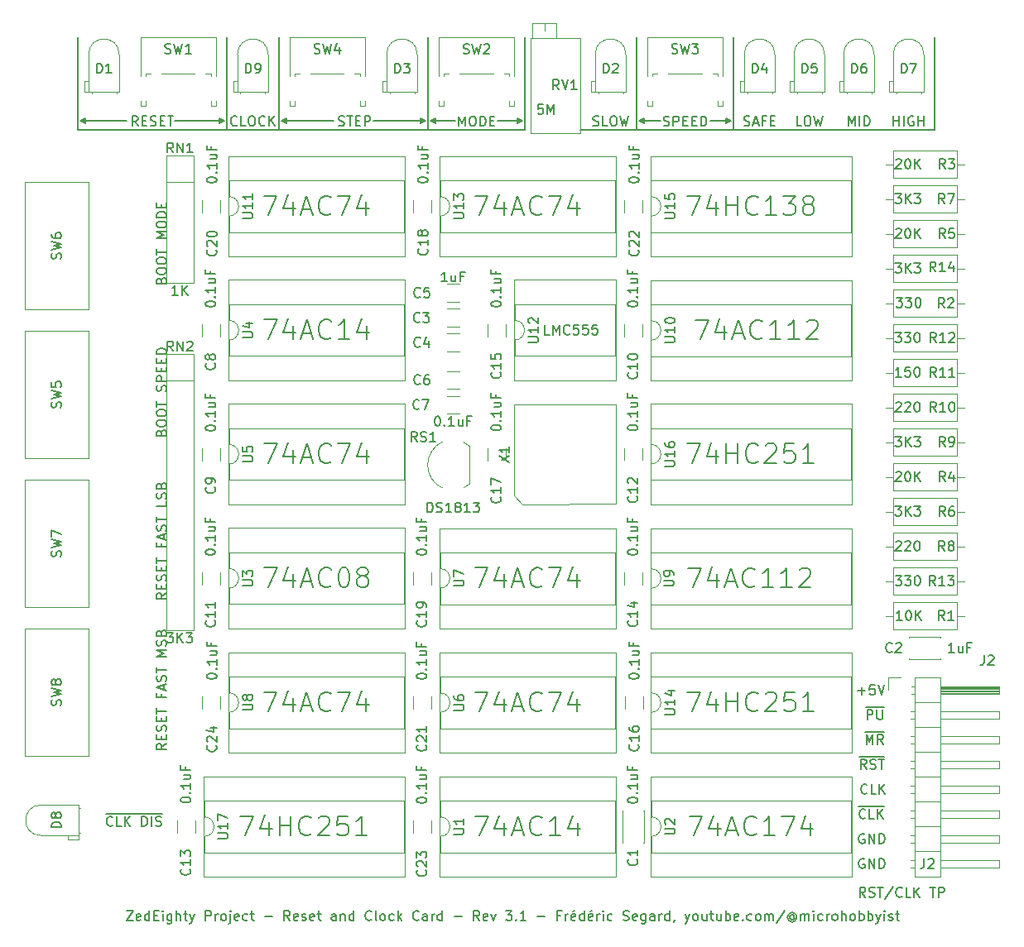
<source format=gto>
G04 #@! TF.GenerationSoftware,KiCad,Pcbnew,7.0.7*
G04 #@! TF.CreationDate,2023-08-22T16:34:33-04:00*
G04 #@! TF.ProjectId,2 - Clock,32202d20-436c-46f6-936b-2e6b69636164,1.1*
G04 #@! TF.SameCoordinates,Original*
G04 #@! TF.FileFunction,Legend,Top*
G04 #@! TF.FilePolarity,Positive*
%FSLAX46Y46*%
G04 Gerber Fmt 4.6, Leading zero omitted, Abs format (unit mm)*
G04 Created by KiCad (PCBNEW 7.0.7) date 2023-08-22 16:34:33*
%MOMM*%
%LPD*%
G01*
G04 APERTURE LIST*
%ADD10C,0.150000*%
%ADD11C,0.200000*%
%ADD12C,0.120000*%
%ADD13C,1.600000*%
%ADD14O,1.600000X1.600000*%
%ADD15R,1.600000X1.600000*%
%ADD16R,1.800000X1.800000*%
%ADD17C,1.800000*%
%ADD18C,2.100000*%
%ADD19C,1.750000*%
%ADD20C,2.600000*%
%ADD21R,1.780000X7.620000*%
%ADD22C,1.440000*%
%ADD23R,1.700000X1.700000*%
%ADD24O,1.700000X1.700000*%
%ADD25R,1.500000X1.500000*%
%ADD26C,1.500000*%
G04 APERTURE END LIST*
D10*
X152125000Y-55626000D02*
X162031000Y-55626000D01*
X152908000Y-54991000D02*
X152400000Y-54737000D01*
X131064000Y-54737000D02*
X131572000Y-54483000D01*
X95250000Y-54737000D02*
X95758000Y-54483000D01*
X131572000Y-54991000D02*
X131064000Y-54737000D01*
X152400000Y-54737000D02*
X152908000Y-54864000D01*
X140462000Y-54737000D02*
X139954000Y-54483000D01*
X162031000Y-55626000D02*
X162031000Y-46200000D01*
X130048000Y-54991000D02*
X130556000Y-54737000D01*
X95250000Y-54737000D02*
X95758000Y-54991000D01*
X161798000Y-54737000D02*
X161290000Y-54610000D01*
X104902000Y-54737000D02*
X109982000Y-54737000D01*
X95758000Y-54864000D02*
X95250000Y-54737000D01*
X130556000Y-54737000D02*
X130048000Y-54483000D01*
X125222000Y-54737000D02*
X130556000Y-54737000D01*
X130556000Y-54737000D02*
X130048000Y-54610000D01*
X116332000Y-54483000D02*
X115824000Y-54737000D01*
X182605000Y-55626000D02*
X182605000Y-46200000D01*
X115824000Y-54737000D02*
X116332000Y-54610000D01*
X115824000Y-54737000D02*
X116332000Y-54864000D01*
X109982000Y-54737000D02*
X109474000Y-54483000D01*
X115570000Y-55626000D02*
X130810000Y-55626000D01*
X131064000Y-54737000D02*
X131572000Y-54864000D01*
X94996000Y-55626000D02*
X94996000Y-46200000D01*
X133604000Y-54737000D02*
X131064000Y-54737000D01*
X137922000Y-54737000D02*
X140462000Y-54737000D01*
X146405600Y-55626000D02*
X152125000Y-55626000D01*
X95758000Y-54991000D02*
X95758000Y-54483000D01*
X162031000Y-55626000D02*
X182605000Y-55626000D01*
X130556000Y-54737000D02*
X130048000Y-54864000D01*
X115824000Y-54737000D02*
X116332000Y-54991000D01*
X95250000Y-54737000D02*
X95758000Y-54610000D01*
X152400000Y-54737000D02*
X152908000Y-54483000D01*
X139954000Y-54864000D02*
X140462000Y-54737000D01*
X161798000Y-54737000D02*
X161290000Y-54864000D01*
X110236000Y-46200000D02*
X110236000Y-55626000D01*
X110236000Y-55626000D02*
X115570000Y-55626000D01*
X131572000Y-54483000D02*
X131572000Y-54991000D01*
X131064000Y-54737000D02*
X131572000Y-54610000D01*
X130810000Y-55626000D02*
X130810000Y-46200000D01*
X130048000Y-54483000D02*
X130048000Y-54991000D01*
X154559000Y-54737000D02*
X152400000Y-54737000D01*
X116332000Y-54991000D02*
X116332000Y-54483000D01*
X152908000Y-54483000D02*
X152908000Y-54991000D01*
X139954000Y-54483000D02*
X139954000Y-54991000D01*
X140716000Y-55626000D02*
X140716000Y-46200000D01*
X109918500Y-54737000D02*
X109474000Y-54610000D01*
X116332000Y-54610000D02*
X115824000Y-54737000D01*
X109474000Y-54991000D02*
X109982000Y-54737000D01*
X152400000Y-54737000D02*
X152908000Y-54610000D01*
X161290000Y-54991000D02*
X161798000Y-54737000D01*
X152125000Y-55626000D02*
X152125000Y-46200000D01*
X109474000Y-54864000D02*
X109982000Y-54737000D01*
X130810000Y-55626000D02*
X140716000Y-55626000D01*
X109474000Y-54483000D02*
X109474000Y-54991000D01*
X121158000Y-54737000D02*
X115824000Y-54737000D01*
X140462000Y-54737000D02*
X139954000Y-54610000D01*
X130048000Y-54610000D02*
X130556000Y-54737000D01*
X161290000Y-54483000D02*
X161290000Y-54991000D01*
X159639000Y-54737000D02*
X161798000Y-54737000D01*
X95250000Y-54737000D02*
X99949000Y-54737000D01*
X110236000Y-55626000D02*
X94996000Y-55626000D01*
X139954000Y-54991000D02*
X140462000Y-54737000D01*
X161798000Y-54737000D02*
X161290000Y-54483000D01*
X95758000Y-54610000D02*
X95250000Y-54737000D01*
X115570000Y-55626000D02*
X115570000Y-46200000D01*
X175618754Y-118564819D02*
X175618754Y-117564819D01*
X175618754Y-117564819D02*
X175952087Y-118279104D01*
X175952087Y-118279104D02*
X176285420Y-117564819D01*
X176285420Y-117564819D02*
X176285420Y-118564819D01*
X177333039Y-118564819D02*
X176999706Y-118088628D01*
X176761611Y-118564819D02*
X176761611Y-117564819D01*
X176761611Y-117564819D02*
X177142563Y-117564819D01*
X177142563Y-117564819D02*
X177237801Y-117612438D01*
X177237801Y-117612438D02*
X177285420Y-117660057D01*
X177285420Y-117660057D02*
X177333039Y-117755295D01*
X177333039Y-117755295D02*
X177333039Y-117898152D01*
X177333039Y-117898152D02*
X177285420Y-117993390D01*
X177285420Y-117993390D02*
X177237801Y-118041009D01*
X177237801Y-118041009D02*
X177142563Y-118088628D01*
X177142563Y-118088628D02*
X176761611Y-118088628D01*
X175480659Y-117287200D02*
X177423516Y-117287200D01*
X175523515Y-126089580D02*
X175475896Y-126137200D01*
X175475896Y-126137200D02*
X175333039Y-126184819D01*
X175333039Y-126184819D02*
X175237801Y-126184819D01*
X175237801Y-126184819D02*
X175094944Y-126137200D01*
X175094944Y-126137200D02*
X174999706Y-126041961D01*
X174999706Y-126041961D02*
X174952087Y-125946723D01*
X174952087Y-125946723D02*
X174904468Y-125756247D01*
X174904468Y-125756247D02*
X174904468Y-125613390D01*
X174904468Y-125613390D02*
X174952087Y-125422914D01*
X174952087Y-125422914D02*
X174999706Y-125327676D01*
X174999706Y-125327676D02*
X175094944Y-125232438D01*
X175094944Y-125232438D02*
X175237801Y-125184819D01*
X175237801Y-125184819D02*
X175333039Y-125184819D01*
X175333039Y-125184819D02*
X175475896Y-125232438D01*
X175475896Y-125232438D02*
X175523515Y-125280057D01*
X176428277Y-126184819D02*
X175952087Y-126184819D01*
X175952087Y-126184819D02*
X175952087Y-125184819D01*
X176761611Y-126184819D02*
X176761611Y-125184819D01*
X177333039Y-126184819D02*
X176904468Y-125613390D01*
X177333039Y-125184819D02*
X176761611Y-125756247D01*
X174813992Y-124907200D02*
X177423516Y-124907200D01*
X174764792Y-113103866D02*
X175526697Y-113103866D01*
X175145744Y-113484819D02*
X175145744Y-112722914D01*
X176479077Y-112484819D02*
X176002887Y-112484819D01*
X176002887Y-112484819D02*
X175955268Y-112961009D01*
X175955268Y-112961009D02*
X176002887Y-112913390D01*
X176002887Y-112913390D02*
X176098125Y-112865771D01*
X176098125Y-112865771D02*
X176336220Y-112865771D01*
X176336220Y-112865771D02*
X176431458Y-112913390D01*
X176431458Y-112913390D02*
X176479077Y-112961009D01*
X176479077Y-112961009D02*
X176526696Y-113056247D01*
X176526696Y-113056247D02*
X176526696Y-113294342D01*
X176526696Y-113294342D02*
X176479077Y-113389580D01*
X176479077Y-113389580D02*
X176431458Y-113437200D01*
X176431458Y-113437200D02*
X176336220Y-113484819D01*
X176336220Y-113484819D02*
X176098125Y-113484819D01*
X176098125Y-113484819D02*
X176002887Y-113437200D01*
X176002887Y-113437200D02*
X175955268Y-113389580D01*
X176812411Y-112484819D02*
X177145744Y-113484819D01*
X177145744Y-113484819D02*
X177479077Y-112484819D01*
X175618753Y-121104819D02*
X175285420Y-120628628D01*
X175047325Y-121104819D02*
X175047325Y-120104819D01*
X175047325Y-120104819D02*
X175428277Y-120104819D01*
X175428277Y-120104819D02*
X175523515Y-120152438D01*
X175523515Y-120152438D02*
X175571134Y-120200057D01*
X175571134Y-120200057D02*
X175618753Y-120295295D01*
X175618753Y-120295295D02*
X175618753Y-120438152D01*
X175618753Y-120438152D02*
X175571134Y-120533390D01*
X175571134Y-120533390D02*
X175523515Y-120581009D01*
X175523515Y-120581009D02*
X175428277Y-120628628D01*
X175428277Y-120628628D02*
X175047325Y-120628628D01*
X175999706Y-121057200D02*
X176142563Y-121104819D01*
X176142563Y-121104819D02*
X176380658Y-121104819D01*
X176380658Y-121104819D02*
X176475896Y-121057200D01*
X176475896Y-121057200D02*
X176523515Y-121009580D01*
X176523515Y-121009580D02*
X176571134Y-120914342D01*
X176571134Y-120914342D02*
X176571134Y-120819104D01*
X176571134Y-120819104D02*
X176523515Y-120723866D01*
X176523515Y-120723866D02*
X176475896Y-120676247D01*
X176475896Y-120676247D02*
X176380658Y-120628628D01*
X176380658Y-120628628D02*
X176190182Y-120581009D01*
X176190182Y-120581009D02*
X176094944Y-120533390D01*
X176094944Y-120533390D02*
X176047325Y-120485771D01*
X176047325Y-120485771D02*
X175999706Y-120390533D01*
X175999706Y-120390533D02*
X175999706Y-120295295D01*
X175999706Y-120295295D02*
X176047325Y-120200057D01*
X176047325Y-120200057D02*
X176094944Y-120152438D01*
X176094944Y-120152438D02*
X176190182Y-120104819D01*
X176190182Y-120104819D02*
X176428277Y-120104819D01*
X176428277Y-120104819D02*
X176571134Y-120152438D01*
X176856849Y-120104819D02*
X177428277Y-120104819D01*
X177142563Y-121104819D02*
X177142563Y-120104819D01*
X174909230Y-119827200D02*
X177423516Y-119827200D01*
X175415601Y-127772438D02*
X175320363Y-127724819D01*
X175320363Y-127724819D02*
X175177506Y-127724819D01*
X175177506Y-127724819D02*
X175034649Y-127772438D01*
X175034649Y-127772438D02*
X174939411Y-127867676D01*
X174939411Y-127867676D02*
X174891792Y-127962914D01*
X174891792Y-127962914D02*
X174844173Y-128153390D01*
X174844173Y-128153390D02*
X174844173Y-128296247D01*
X174844173Y-128296247D02*
X174891792Y-128486723D01*
X174891792Y-128486723D02*
X174939411Y-128581961D01*
X174939411Y-128581961D02*
X175034649Y-128677200D01*
X175034649Y-128677200D02*
X175177506Y-128724819D01*
X175177506Y-128724819D02*
X175272744Y-128724819D01*
X175272744Y-128724819D02*
X175415601Y-128677200D01*
X175415601Y-128677200D02*
X175463220Y-128629580D01*
X175463220Y-128629580D02*
X175463220Y-128296247D01*
X175463220Y-128296247D02*
X175272744Y-128296247D01*
X175891792Y-128724819D02*
X175891792Y-127724819D01*
X175891792Y-127724819D02*
X176463220Y-128724819D01*
X176463220Y-128724819D02*
X176463220Y-127724819D01*
X176939411Y-128724819D02*
X176939411Y-127724819D01*
X176939411Y-127724819D02*
X177177506Y-127724819D01*
X177177506Y-127724819D02*
X177320363Y-127772438D01*
X177320363Y-127772438D02*
X177415601Y-127867676D01*
X177415601Y-127867676D02*
X177463220Y-127962914D01*
X177463220Y-127962914D02*
X177510839Y-128153390D01*
X177510839Y-128153390D02*
X177510839Y-128296247D01*
X177510839Y-128296247D02*
X177463220Y-128486723D01*
X177463220Y-128486723D02*
X177415601Y-128581961D01*
X177415601Y-128581961D02*
X177320363Y-128677200D01*
X177320363Y-128677200D02*
X177177506Y-128724819D01*
X177177506Y-128724819D02*
X176939411Y-128724819D01*
X175415601Y-130312438D02*
X175320363Y-130264819D01*
X175320363Y-130264819D02*
X175177506Y-130264819D01*
X175177506Y-130264819D02*
X175034649Y-130312438D01*
X175034649Y-130312438D02*
X174939411Y-130407676D01*
X174939411Y-130407676D02*
X174891792Y-130502914D01*
X174891792Y-130502914D02*
X174844173Y-130693390D01*
X174844173Y-130693390D02*
X174844173Y-130836247D01*
X174844173Y-130836247D02*
X174891792Y-131026723D01*
X174891792Y-131026723D02*
X174939411Y-131121961D01*
X174939411Y-131121961D02*
X175034649Y-131217200D01*
X175034649Y-131217200D02*
X175177506Y-131264819D01*
X175177506Y-131264819D02*
X175272744Y-131264819D01*
X175272744Y-131264819D02*
X175415601Y-131217200D01*
X175415601Y-131217200D02*
X175463220Y-131169580D01*
X175463220Y-131169580D02*
X175463220Y-130836247D01*
X175463220Y-130836247D02*
X175272744Y-130836247D01*
X175891792Y-131264819D02*
X175891792Y-130264819D01*
X175891792Y-130264819D02*
X176463220Y-131264819D01*
X176463220Y-131264819D02*
X176463220Y-130264819D01*
X176939411Y-131264819D02*
X176939411Y-130264819D01*
X176939411Y-130264819D02*
X177177506Y-130264819D01*
X177177506Y-130264819D02*
X177320363Y-130312438D01*
X177320363Y-130312438D02*
X177415601Y-130407676D01*
X177415601Y-130407676D02*
X177463220Y-130502914D01*
X177463220Y-130502914D02*
X177510839Y-130693390D01*
X177510839Y-130693390D02*
X177510839Y-130836247D01*
X177510839Y-130836247D02*
X177463220Y-131026723D01*
X177463220Y-131026723D02*
X177415601Y-131121961D01*
X177415601Y-131121961D02*
X177320363Y-131217200D01*
X177320363Y-131217200D02*
X177177506Y-131264819D01*
X177177506Y-131264819D02*
X176939411Y-131264819D01*
X175713992Y-116034819D02*
X175713992Y-115034819D01*
X175713992Y-115034819D02*
X176094944Y-115034819D01*
X176094944Y-115034819D02*
X176190182Y-115082438D01*
X176190182Y-115082438D02*
X176237801Y-115130057D01*
X176237801Y-115130057D02*
X176285420Y-115225295D01*
X176285420Y-115225295D02*
X176285420Y-115368152D01*
X176285420Y-115368152D02*
X176237801Y-115463390D01*
X176237801Y-115463390D02*
X176190182Y-115511009D01*
X176190182Y-115511009D02*
X176094944Y-115558628D01*
X176094944Y-115558628D02*
X175713992Y-115558628D01*
X176713992Y-115034819D02*
X176713992Y-115844342D01*
X176713992Y-115844342D02*
X176761611Y-115939580D01*
X176761611Y-115939580D02*
X176809230Y-115987200D01*
X176809230Y-115987200D02*
X176904468Y-116034819D01*
X176904468Y-116034819D02*
X177094944Y-116034819D01*
X177094944Y-116034819D02*
X177190182Y-115987200D01*
X177190182Y-115987200D02*
X177237801Y-115939580D01*
X177237801Y-115939580D02*
X177285420Y-115844342D01*
X177285420Y-115844342D02*
X177285420Y-115034819D01*
X175575897Y-114757200D02*
X177423516Y-114757200D01*
X99945996Y-135598819D02*
X100612662Y-135598819D01*
X100612662Y-135598819D02*
X99945996Y-136598819D01*
X99945996Y-136598819D02*
X100612662Y-136598819D01*
X101374567Y-136551200D02*
X101279329Y-136598819D01*
X101279329Y-136598819D02*
X101088853Y-136598819D01*
X101088853Y-136598819D02*
X100993615Y-136551200D01*
X100993615Y-136551200D02*
X100945996Y-136455961D01*
X100945996Y-136455961D02*
X100945996Y-136075009D01*
X100945996Y-136075009D02*
X100993615Y-135979771D01*
X100993615Y-135979771D02*
X101088853Y-135932152D01*
X101088853Y-135932152D02*
X101279329Y-135932152D01*
X101279329Y-135932152D02*
X101374567Y-135979771D01*
X101374567Y-135979771D02*
X101422186Y-136075009D01*
X101422186Y-136075009D02*
X101422186Y-136170247D01*
X101422186Y-136170247D02*
X100945996Y-136265485D01*
X102279329Y-136598819D02*
X102279329Y-135598819D01*
X102279329Y-136551200D02*
X102184091Y-136598819D01*
X102184091Y-136598819D02*
X101993615Y-136598819D01*
X101993615Y-136598819D02*
X101898377Y-136551200D01*
X101898377Y-136551200D02*
X101850758Y-136503580D01*
X101850758Y-136503580D02*
X101803139Y-136408342D01*
X101803139Y-136408342D02*
X101803139Y-136122628D01*
X101803139Y-136122628D02*
X101850758Y-136027390D01*
X101850758Y-136027390D02*
X101898377Y-135979771D01*
X101898377Y-135979771D02*
X101993615Y-135932152D01*
X101993615Y-135932152D02*
X102184091Y-135932152D01*
X102184091Y-135932152D02*
X102279329Y-135979771D01*
X102755520Y-136075009D02*
X103088853Y-136075009D01*
X103231710Y-136598819D02*
X102755520Y-136598819D01*
X102755520Y-136598819D02*
X102755520Y-135598819D01*
X102755520Y-135598819D02*
X103231710Y-135598819D01*
X103660282Y-136598819D02*
X103660282Y-135932152D01*
X103660282Y-135598819D02*
X103612663Y-135646438D01*
X103612663Y-135646438D02*
X103660282Y-135694057D01*
X103660282Y-135694057D02*
X103707901Y-135646438D01*
X103707901Y-135646438D02*
X103660282Y-135598819D01*
X103660282Y-135598819D02*
X103660282Y-135694057D01*
X104565043Y-135932152D02*
X104565043Y-136741676D01*
X104565043Y-136741676D02*
X104517424Y-136836914D01*
X104517424Y-136836914D02*
X104469805Y-136884533D01*
X104469805Y-136884533D02*
X104374567Y-136932152D01*
X104374567Y-136932152D02*
X104231710Y-136932152D01*
X104231710Y-136932152D02*
X104136472Y-136884533D01*
X104565043Y-136551200D02*
X104469805Y-136598819D01*
X104469805Y-136598819D02*
X104279329Y-136598819D01*
X104279329Y-136598819D02*
X104184091Y-136551200D01*
X104184091Y-136551200D02*
X104136472Y-136503580D01*
X104136472Y-136503580D02*
X104088853Y-136408342D01*
X104088853Y-136408342D02*
X104088853Y-136122628D01*
X104088853Y-136122628D02*
X104136472Y-136027390D01*
X104136472Y-136027390D02*
X104184091Y-135979771D01*
X104184091Y-135979771D02*
X104279329Y-135932152D01*
X104279329Y-135932152D02*
X104469805Y-135932152D01*
X104469805Y-135932152D02*
X104565043Y-135979771D01*
X105041234Y-136598819D02*
X105041234Y-135598819D01*
X105469805Y-136598819D02*
X105469805Y-136075009D01*
X105469805Y-136075009D02*
X105422186Y-135979771D01*
X105422186Y-135979771D02*
X105326948Y-135932152D01*
X105326948Y-135932152D02*
X105184091Y-135932152D01*
X105184091Y-135932152D02*
X105088853Y-135979771D01*
X105088853Y-135979771D02*
X105041234Y-136027390D01*
X105803139Y-135932152D02*
X106184091Y-135932152D01*
X105945996Y-135598819D02*
X105945996Y-136455961D01*
X105945996Y-136455961D02*
X105993615Y-136551200D01*
X105993615Y-136551200D02*
X106088853Y-136598819D01*
X106088853Y-136598819D02*
X106184091Y-136598819D01*
X106422187Y-135932152D02*
X106660282Y-136598819D01*
X106898377Y-135932152D02*
X106660282Y-136598819D01*
X106660282Y-136598819D02*
X106565044Y-136836914D01*
X106565044Y-136836914D02*
X106517425Y-136884533D01*
X106517425Y-136884533D02*
X106422187Y-136932152D01*
X108041235Y-136598819D02*
X108041235Y-135598819D01*
X108041235Y-135598819D02*
X108422187Y-135598819D01*
X108422187Y-135598819D02*
X108517425Y-135646438D01*
X108517425Y-135646438D02*
X108565044Y-135694057D01*
X108565044Y-135694057D02*
X108612663Y-135789295D01*
X108612663Y-135789295D02*
X108612663Y-135932152D01*
X108612663Y-135932152D02*
X108565044Y-136027390D01*
X108565044Y-136027390D02*
X108517425Y-136075009D01*
X108517425Y-136075009D02*
X108422187Y-136122628D01*
X108422187Y-136122628D02*
X108041235Y-136122628D01*
X109041235Y-136598819D02*
X109041235Y-135932152D01*
X109041235Y-136122628D02*
X109088854Y-136027390D01*
X109088854Y-136027390D02*
X109136473Y-135979771D01*
X109136473Y-135979771D02*
X109231711Y-135932152D01*
X109231711Y-135932152D02*
X109326949Y-135932152D01*
X109803140Y-136598819D02*
X109707902Y-136551200D01*
X109707902Y-136551200D02*
X109660283Y-136503580D01*
X109660283Y-136503580D02*
X109612664Y-136408342D01*
X109612664Y-136408342D02*
X109612664Y-136122628D01*
X109612664Y-136122628D02*
X109660283Y-136027390D01*
X109660283Y-136027390D02*
X109707902Y-135979771D01*
X109707902Y-135979771D02*
X109803140Y-135932152D01*
X109803140Y-135932152D02*
X109945997Y-135932152D01*
X109945997Y-135932152D02*
X110041235Y-135979771D01*
X110041235Y-135979771D02*
X110088854Y-136027390D01*
X110088854Y-136027390D02*
X110136473Y-136122628D01*
X110136473Y-136122628D02*
X110136473Y-136408342D01*
X110136473Y-136408342D02*
X110088854Y-136503580D01*
X110088854Y-136503580D02*
X110041235Y-136551200D01*
X110041235Y-136551200D02*
X109945997Y-136598819D01*
X109945997Y-136598819D02*
X109803140Y-136598819D01*
X110565045Y-135932152D02*
X110565045Y-136789295D01*
X110565045Y-136789295D02*
X110517426Y-136884533D01*
X110517426Y-136884533D02*
X110422188Y-136932152D01*
X110422188Y-136932152D02*
X110374569Y-136932152D01*
X110565045Y-135598819D02*
X110517426Y-135646438D01*
X110517426Y-135646438D02*
X110565045Y-135694057D01*
X110565045Y-135694057D02*
X110612664Y-135646438D01*
X110612664Y-135646438D02*
X110565045Y-135598819D01*
X110565045Y-135598819D02*
X110565045Y-135694057D01*
X111422187Y-136551200D02*
X111326949Y-136598819D01*
X111326949Y-136598819D02*
X111136473Y-136598819D01*
X111136473Y-136598819D02*
X111041235Y-136551200D01*
X111041235Y-136551200D02*
X110993616Y-136455961D01*
X110993616Y-136455961D02*
X110993616Y-136075009D01*
X110993616Y-136075009D02*
X111041235Y-135979771D01*
X111041235Y-135979771D02*
X111136473Y-135932152D01*
X111136473Y-135932152D02*
X111326949Y-135932152D01*
X111326949Y-135932152D02*
X111422187Y-135979771D01*
X111422187Y-135979771D02*
X111469806Y-136075009D01*
X111469806Y-136075009D02*
X111469806Y-136170247D01*
X111469806Y-136170247D02*
X110993616Y-136265485D01*
X112326949Y-136551200D02*
X112231711Y-136598819D01*
X112231711Y-136598819D02*
X112041235Y-136598819D01*
X112041235Y-136598819D02*
X111945997Y-136551200D01*
X111945997Y-136551200D02*
X111898378Y-136503580D01*
X111898378Y-136503580D02*
X111850759Y-136408342D01*
X111850759Y-136408342D02*
X111850759Y-136122628D01*
X111850759Y-136122628D02*
X111898378Y-136027390D01*
X111898378Y-136027390D02*
X111945997Y-135979771D01*
X111945997Y-135979771D02*
X112041235Y-135932152D01*
X112041235Y-135932152D02*
X112231711Y-135932152D01*
X112231711Y-135932152D02*
X112326949Y-135979771D01*
X112612664Y-135932152D02*
X112993616Y-135932152D01*
X112755521Y-135598819D02*
X112755521Y-136455961D01*
X112755521Y-136455961D02*
X112803140Y-136551200D01*
X112803140Y-136551200D02*
X112898378Y-136598819D01*
X112898378Y-136598819D02*
X112993616Y-136598819D01*
X114088855Y-136217866D02*
X114850760Y-136217866D01*
X116660283Y-136598819D02*
X116326950Y-136122628D01*
X116088855Y-136598819D02*
X116088855Y-135598819D01*
X116088855Y-135598819D02*
X116469807Y-135598819D01*
X116469807Y-135598819D02*
X116565045Y-135646438D01*
X116565045Y-135646438D02*
X116612664Y-135694057D01*
X116612664Y-135694057D02*
X116660283Y-135789295D01*
X116660283Y-135789295D02*
X116660283Y-135932152D01*
X116660283Y-135932152D02*
X116612664Y-136027390D01*
X116612664Y-136027390D02*
X116565045Y-136075009D01*
X116565045Y-136075009D02*
X116469807Y-136122628D01*
X116469807Y-136122628D02*
X116088855Y-136122628D01*
X117469807Y-136551200D02*
X117374569Y-136598819D01*
X117374569Y-136598819D02*
X117184093Y-136598819D01*
X117184093Y-136598819D02*
X117088855Y-136551200D01*
X117088855Y-136551200D02*
X117041236Y-136455961D01*
X117041236Y-136455961D02*
X117041236Y-136075009D01*
X117041236Y-136075009D02*
X117088855Y-135979771D01*
X117088855Y-135979771D02*
X117184093Y-135932152D01*
X117184093Y-135932152D02*
X117374569Y-135932152D01*
X117374569Y-135932152D02*
X117469807Y-135979771D01*
X117469807Y-135979771D02*
X117517426Y-136075009D01*
X117517426Y-136075009D02*
X117517426Y-136170247D01*
X117517426Y-136170247D02*
X117041236Y-136265485D01*
X117898379Y-136551200D02*
X117993617Y-136598819D01*
X117993617Y-136598819D02*
X118184093Y-136598819D01*
X118184093Y-136598819D02*
X118279331Y-136551200D01*
X118279331Y-136551200D02*
X118326950Y-136455961D01*
X118326950Y-136455961D02*
X118326950Y-136408342D01*
X118326950Y-136408342D02*
X118279331Y-136313104D01*
X118279331Y-136313104D02*
X118184093Y-136265485D01*
X118184093Y-136265485D02*
X118041236Y-136265485D01*
X118041236Y-136265485D02*
X117945998Y-136217866D01*
X117945998Y-136217866D02*
X117898379Y-136122628D01*
X117898379Y-136122628D02*
X117898379Y-136075009D01*
X117898379Y-136075009D02*
X117945998Y-135979771D01*
X117945998Y-135979771D02*
X118041236Y-135932152D01*
X118041236Y-135932152D02*
X118184093Y-135932152D01*
X118184093Y-135932152D02*
X118279331Y-135979771D01*
X119136474Y-136551200D02*
X119041236Y-136598819D01*
X119041236Y-136598819D02*
X118850760Y-136598819D01*
X118850760Y-136598819D02*
X118755522Y-136551200D01*
X118755522Y-136551200D02*
X118707903Y-136455961D01*
X118707903Y-136455961D02*
X118707903Y-136075009D01*
X118707903Y-136075009D02*
X118755522Y-135979771D01*
X118755522Y-135979771D02*
X118850760Y-135932152D01*
X118850760Y-135932152D02*
X119041236Y-135932152D01*
X119041236Y-135932152D02*
X119136474Y-135979771D01*
X119136474Y-135979771D02*
X119184093Y-136075009D01*
X119184093Y-136075009D02*
X119184093Y-136170247D01*
X119184093Y-136170247D02*
X118707903Y-136265485D01*
X119469808Y-135932152D02*
X119850760Y-135932152D01*
X119612665Y-135598819D02*
X119612665Y-136455961D01*
X119612665Y-136455961D02*
X119660284Y-136551200D01*
X119660284Y-136551200D02*
X119755522Y-136598819D01*
X119755522Y-136598819D02*
X119850760Y-136598819D01*
X121374570Y-136598819D02*
X121374570Y-136075009D01*
X121374570Y-136075009D02*
X121326951Y-135979771D01*
X121326951Y-135979771D02*
X121231713Y-135932152D01*
X121231713Y-135932152D02*
X121041237Y-135932152D01*
X121041237Y-135932152D02*
X120945999Y-135979771D01*
X121374570Y-136551200D02*
X121279332Y-136598819D01*
X121279332Y-136598819D02*
X121041237Y-136598819D01*
X121041237Y-136598819D02*
X120945999Y-136551200D01*
X120945999Y-136551200D02*
X120898380Y-136455961D01*
X120898380Y-136455961D02*
X120898380Y-136360723D01*
X120898380Y-136360723D02*
X120945999Y-136265485D01*
X120945999Y-136265485D02*
X121041237Y-136217866D01*
X121041237Y-136217866D02*
X121279332Y-136217866D01*
X121279332Y-136217866D02*
X121374570Y-136170247D01*
X121850761Y-135932152D02*
X121850761Y-136598819D01*
X121850761Y-136027390D02*
X121898380Y-135979771D01*
X121898380Y-135979771D02*
X121993618Y-135932152D01*
X121993618Y-135932152D02*
X122136475Y-135932152D01*
X122136475Y-135932152D02*
X122231713Y-135979771D01*
X122231713Y-135979771D02*
X122279332Y-136075009D01*
X122279332Y-136075009D02*
X122279332Y-136598819D01*
X123184094Y-136598819D02*
X123184094Y-135598819D01*
X123184094Y-136551200D02*
X123088856Y-136598819D01*
X123088856Y-136598819D02*
X122898380Y-136598819D01*
X122898380Y-136598819D02*
X122803142Y-136551200D01*
X122803142Y-136551200D02*
X122755523Y-136503580D01*
X122755523Y-136503580D02*
X122707904Y-136408342D01*
X122707904Y-136408342D02*
X122707904Y-136122628D01*
X122707904Y-136122628D02*
X122755523Y-136027390D01*
X122755523Y-136027390D02*
X122803142Y-135979771D01*
X122803142Y-135979771D02*
X122898380Y-135932152D01*
X122898380Y-135932152D02*
X123088856Y-135932152D01*
X123088856Y-135932152D02*
X123184094Y-135979771D01*
X124993618Y-136503580D02*
X124945999Y-136551200D01*
X124945999Y-136551200D02*
X124803142Y-136598819D01*
X124803142Y-136598819D02*
X124707904Y-136598819D01*
X124707904Y-136598819D02*
X124565047Y-136551200D01*
X124565047Y-136551200D02*
X124469809Y-136455961D01*
X124469809Y-136455961D02*
X124422190Y-136360723D01*
X124422190Y-136360723D02*
X124374571Y-136170247D01*
X124374571Y-136170247D02*
X124374571Y-136027390D01*
X124374571Y-136027390D02*
X124422190Y-135836914D01*
X124422190Y-135836914D02*
X124469809Y-135741676D01*
X124469809Y-135741676D02*
X124565047Y-135646438D01*
X124565047Y-135646438D02*
X124707904Y-135598819D01*
X124707904Y-135598819D02*
X124803142Y-135598819D01*
X124803142Y-135598819D02*
X124945999Y-135646438D01*
X124945999Y-135646438D02*
X124993618Y-135694057D01*
X125565047Y-136598819D02*
X125469809Y-136551200D01*
X125469809Y-136551200D02*
X125422190Y-136455961D01*
X125422190Y-136455961D02*
X125422190Y-135598819D01*
X126088857Y-136598819D02*
X125993619Y-136551200D01*
X125993619Y-136551200D02*
X125946000Y-136503580D01*
X125946000Y-136503580D02*
X125898381Y-136408342D01*
X125898381Y-136408342D02*
X125898381Y-136122628D01*
X125898381Y-136122628D02*
X125946000Y-136027390D01*
X125946000Y-136027390D02*
X125993619Y-135979771D01*
X125993619Y-135979771D02*
X126088857Y-135932152D01*
X126088857Y-135932152D02*
X126231714Y-135932152D01*
X126231714Y-135932152D02*
X126326952Y-135979771D01*
X126326952Y-135979771D02*
X126374571Y-136027390D01*
X126374571Y-136027390D02*
X126422190Y-136122628D01*
X126422190Y-136122628D02*
X126422190Y-136408342D01*
X126422190Y-136408342D02*
X126374571Y-136503580D01*
X126374571Y-136503580D02*
X126326952Y-136551200D01*
X126326952Y-136551200D02*
X126231714Y-136598819D01*
X126231714Y-136598819D02*
X126088857Y-136598819D01*
X127279333Y-136551200D02*
X127184095Y-136598819D01*
X127184095Y-136598819D02*
X126993619Y-136598819D01*
X126993619Y-136598819D02*
X126898381Y-136551200D01*
X126898381Y-136551200D02*
X126850762Y-136503580D01*
X126850762Y-136503580D02*
X126803143Y-136408342D01*
X126803143Y-136408342D02*
X126803143Y-136122628D01*
X126803143Y-136122628D02*
X126850762Y-136027390D01*
X126850762Y-136027390D02*
X126898381Y-135979771D01*
X126898381Y-135979771D02*
X126993619Y-135932152D01*
X126993619Y-135932152D02*
X127184095Y-135932152D01*
X127184095Y-135932152D02*
X127279333Y-135979771D01*
X127707905Y-136598819D02*
X127707905Y-135598819D01*
X127803143Y-136217866D02*
X128088857Y-136598819D01*
X128088857Y-135932152D02*
X127707905Y-136313104D01*
X129850762Y-136503580D02*
X129803143Y-136551200D01*
X129803143Y-136551200D02*
X129660286Y-136598819D01*
X129660286Y-136598819D02*
X129565048Y-136598819D01*
X129565048Y-136598819D02*
X129422191Y-136551200D01*
X129422191Y-136551200D02*
X129326953Y-136455961D01*
X129326953Y-136455961D02*
X129279334Y-136360723D01*
X129279334Y-136360723D02*
X129231715Y-136170247D01*
X129231715Y-136170247D02*
X129231715Y-136027390D01*
X129231715Y-136027390D02*
X129279334Y-135836914D01*
X129279334Y-135836914D02*
X129326953Y-135741676D01*
X129326953Y-135741676D02*
X129422191Y-135646438D01*
X129422191Y-135646438D02*
X129565048Y-135598819D01*
X129565048Y-135598819D02*
X129660286Y-135598819D01*
X129660286Y-135598819D02*
X129803143Y-135646438D01*
X129803143Y-135646438D02*
X129850762Y-135694057D01*
X130707905Y-136598819D02*
X130707905Y-136075009D01*
X130707905Y-136075009D02*
X130660286Y-135979771D01*
X130660286Y-135979771D02*
X130565048Y-135932152D01*
X130565048Y-135932152D02*
X130374572Y-135932152D01*
X130374572Y-135932152D02*
X130279334Y-135979771D01*
X130707905Y-136551200D02*
X130612667Y-136598819D01*
X130612667Y-136598819D02*
X130374572Y-136598819D01*
X130374572Y-136598819D02*
X130279334Y-136551200D01*
X130279334Y-136551200D02*
X130231715Y-136455961D01*
X130231715Y-136455961D02*
X130231715Y-136360723D01*
X130231715Y-136360723D02*
X130279334Y-136265485D01*
X130279334Y-136265485D02*
X130374572Y-136217866D01*
X130374572Y-136217866D02*
X130612667Y-136217866D01*
X130612667Y-136217866D02*
X130707905Y-136170247D01*
X131184096Y-136598819D02*
X131184096Y-135932152D01*
X131184096Y-136122628D02*
X131231715Y-136027390D01*
X131231715Y-136027390D02*
X131279334Y-135979771D01*
X131279334Y-135979771D02*
X131374572Y-135932152D01*
X131374572Y-135932152D02*
X131469810Y-135932152D01*
X132231715Y-136598819D02*
X132231715Y-135598819D01*
X132231715Y-136551200D02*
X132136477Y-136598819D01*
X132136477Y-136598819D02*
X131946001Y-136598819D01*
X131946001Y-136598819D02*
X131850763Y-136551200D01*
X131850763Y-136551200D02*
X131803144Y-136503580D01*
X131803144Y-136503580D02*
X131755525Y-136408342D01*
X131755525Y-136408342D02*
X131755525Y-136122628D01*
X131755525Y-136122628D02*
X131803144Y-136027390D01*
X131803144Y-136027390D02*
X131850763Y-135979771D01*
X131850763Y-135979771D02*
X131946001Y-135932152D01*
X131946001Y-135932152D02*
X132136477Y-135932152D01*
X132136477Y-135932152D02*
X132231715Y-135979771D01*
X133469811Y-136217866D02*
X134231716Y-136217866D01*
X136041239Y-136598819D02*
X135707906Y-136122628D01*
X135469811Y-136598819D02*
X135469811Y-135598819D01*
X135469811Y-135598819D02*
X135850763Y-135598819D01*
X135850763Y-135598819D02*
X135946001Y-135646438D01*
X135946001Y-135646438D02*
X135993620Y-135694057D01*
X135993620Y-135694057D02*
X136041239Y-135789295D01*
X136041239Y-135789295D02*
X136041239Y-135932152D01*
X136041239Y-135932152D02*
X135993620Y-136027390D01*
X135993620Y-136027390D02*
X135946001Y-136075009D01*
X135946001Y-136075009D02*
X135850763Y-136122628D01*
X135850763Y-136122628D02*
X135469811Y-136122628D01*
X136850763Y-136551200D02*
X136755525Y-136598819D01*
X136755525Y-136598819D02*
X136565049Y-136598819D01*
X136565049Y-136598819D02*
X136469811Y-136551200D01*
X136469811Y-136551200D02*
X136422192Y-136455961D01*
X136422192Y-136455961D02*
X136422192Y-136075009D01*
X136422192Y-136075009D02*
X136469811Y-135979771D01*
X136469811Y-135979771D02*
X136565049Y-135932152D01*
X136565049Y-135932152D02*
X136755525Y-135932152D01*
X136755525Y-135932152D02*
X136850763Y-135979771D01*
X136850763Y-135979771D02*
X136898382Y-136075009D01*
X136898382Y-136075009D02*
X136898382Y-136170247D01*
X136898382Y-136170247D02*
X136422192Y-136265485D01*
X137231716Y-135932152D02*
X137469811Y-136598819D01*
X137469811Y-136598819D02*
X137707906Y-135932152D01*
X138755526Y-135598819D02*
X139374573Y-135598819D01*
X139374573Y-135598819D02*
X139041240Y-135979771D01*
X139041240Y-135979771D02*
X139184097Y-135979771D01*
X139184097Y-135979771D02*
X139279335Y-136027390D01*
X139279335Y-136027390D02*
X139326954Y-136075009D01*
X139326954Y-136075009D02*
X139374573Y-136170247D01*
X139374573Y-136170247D02*
X139374573Y-136408342D01*
X139374573Y-136408342D02*
X139326954Y-136503580D01*
X139326954Y-136503580D02*
X139279335Y-136551200D01*
X139279335Y-136551200D02*
X139184097Y-136598819D01*
X139184097Y-136598819D02*
X138898383Y-136598819D01*
X138898383Y-136598819D02*
X138803145Y-136551200D01*
X138803145Y-136551200D02*
X138755526Y-136503580D01*
X139803145Y-136503580D02*
X139850764Y-136551200D01*
X139850764Y-136551200D02*
X139803145Y-136598819D01*
X139803145Y-136598819D02*
X139755526Y-136551200D01*
X139755526Y-136551200D02*
X139803145Y-136503580D01*
X139803145Y-136503580D02*
X139803145Y-136598819D01*
X140803144Y-136598819D02*
X140231716Y-136598819D01*
X140517430Y-136598819D02*
X140517430Y-135598819D01*
X140517430Y-135598819D02*
X140422192Y-135741676D01*
X140422192Y-135741676D02*
X140326954Y-135836914D01*
X140326954Y-135836914D02*
X140231716Y-135884533D01*
X141993621Y-136217866D02*
X142755526Y-136217866D01*
X144326954Y-136075009D02*
X143993621Y-136075009D01*
X143993621Y-136598819D02*
X143993621Y-135598819D01*
X143993621Y-135598819D02*
X144469811Y-135598819D01*
X144850764Y-136598819D02*
X144850764Y-135932152D01*
X144850764Y-136122628D02*
X144898383Y-136027390D01*
X144898383Y-136027390D02*
X144946002Y-135979771D01*
X144946002Y-135979771D02*
X145041240Y-135932152D01*
X145041240Y-135932152D02*
X145136478Y-135932152D01*
X145850764Y-136551200D02*
X145755526Y-136598819D01*
X145755526Y-136598819D02*
X145565050Y-136598819D01*
X145565050Y-136598819D02*
X145469812Y-136551200D01*
X145469812Y-136551200D02*
X145422193Y-136455961D01*
X145422193Y-136455961D02*
X145422193Y-136075009D01*
X145422193Y-136075009D02*
X145469812Y-135979771D01*
X145469812Y-135979771D02*
X145565050Y-135932152D01*
X145565050Y-135932152D02*
X145755526Y-135932152D01*
X145755526Y-135932152D02*
X145850764Y-135979771D01*
X145850764Y-135979771D02*
X145898383Y-136075009D01*
X145898383Y-136075009D02*
X145898383Y-136170247D01*
X145898383Y-136170247D02*
X145422193Y-136265485D01*
X145755526Y-135551200D02*
X145612669Y-135694057D01*
X146755526Y-136598819D02*
X146755526Y-135598819D01*
X146755526Y-136551200D02*
X146660288Y-136598819D01*
X146660288Y-136598819D02*
X146469812Y-136598819D01*
X146469812Y-136598819D02*
X146374574Y-136551200D01*
X146374574Y-136551200D02*
X146326955Y-136503580D01*
X146326955Y-136503580D02*
X146279336Y-136408342D01*
X146279336Y-136408342D02*
X146279336Y-136122628D01*
X146279336Y-136122628D02*
X146326955Y-136027390D01*
X146326955Y-136027390D02*
X146374574Y-135979771D01*
X146374574Y-135979771D02*
X146469812Y-135932152D01*
X146469812Y-135932152D02*
X146660288Y-135932152D01*
X146660288Y-135932152D02*
X146755526Y-135979771D01*
X147612669Y-136551200D02*
X147517431Y-136598819D01*
X147517431Y-136598819D02*
X147326955Y-136598819D01*
X147326955Y-136598819D02*
X147231717Y-136551200D01*
X147231717Y-136551200D02*
X147184098Y-136455961D01*
X147184098Y-136455961D02*
X147184098Y-136075009D01*
X147184098Y-136075009D02*
X147231717Y-135979771D01*
X147231717Y-135979771D02*
X147326955Y-135932152D01*
X147326955Y-135932152D02*
X147517431Y-135932152D01*
X147517431Y-135932152D02*
X147612669Y-135979771D01*
X147612669Y-135979771D02*
X147660288Y-136075009D01*
X147660288Y-136075009D02*
X147660288Y-136170247D01*
X147660288Y-136170247D02*
X147184098Y-136265485D01*
X147517431Y-135551200D02*
X147374574Y-135694057D01*
X148088860Y-136598819D02*
X148088860Y-135932152D01*
X148088860Y-136122628D02*
X148136479Y-136027390D01*
X148136479Y-136027390D02*
X148184098Y-135979771D01*
X148184098Y-135979771D02*
X148279336Y-135932152D01*
X148279336Y-135932152D02*
X148374574Y-135932152D01*
X148707908Y-136598819D02*
X148707908Y-135932152D01*
X148707908Y-135598819D02*
X148660289Y-135646438D01*
X148660289Y-135646438D02*
X148707908Y-135694057D01*
X148707908Y-135694057D02*
X148755527Y-135646438D01*
X148755527Y-135646438D02*
X148707908Y-135598819D01*
X148707908Y-135598819D02*
X148707908Y-135694057D01*
X149612669Y-136551200D02*
X149517431Y-136598819D01*
X149517431Y-136598819D02*
X149326955Y-136598819D01*
X149326955Y-136598819D02*
X149231717Y-136551200D01*
X149231717Y-136551200D02*
X149184098Y-136503580D01*
X149184098Y-136503580D02*
X149136479Y-136408342D01*
X149136479Y-136408342D02*
X149136479Y-136122628D01*
X149136479Y-136122628D02*
X149184098Y-136027390D01*
X149184098Y-136027390D02*
X149231717Y-135979771D01*
X149231717Y-135979771D02*
X149326955Y-135932152D01*
X149326955Y-135932152D02*
X149517431Y-135932152D01*
X149517431Y-135932152D02*
X149612669Y-135979771D01*
X150755527Y-136551200D02*
X150898384Y-136598819D01*
X150898384Y-136598819D02*
X151136479Y-136598819D01*
X151136479Y-136598819D02*
X151231717Y-136551200D01*
X151231717Y-136551200D02*
X151279336Y-136503580D01*
X151279336Y-136503580D02*
X151326955Y-136408342D01*
X151326955Y-136408342D02*
X151326955Y-136313104D01*
X151326955Y-136313104D02*
X151279336Y-136217866D01*
X151279336Y-136217866D02*
X151231717Y-136170247D01*
X151231717Y-136170247D02*
X151136479Y-136122628D01*
X151136479Y-136122628D02*
X150946003Y-136075009D01*
X150946003Y-136075009D02*
X150850765Y-136027390D01*
X150850765Y-136027390D02*
X150803146Y-135979771D01*
X150803146Y-135979771D02*
X150755527Y-135884533D01*
X150755527Y-135884533D02*
X150755527Y-135789295D01*
X150755527Y-135789295D02*
X150803146Y-135694057D01*
X150803146Y-135694057D02*
X150850765Y-135646438D01*
X150850765Y-135646438D02*
X150946003Y-135598819D01*
X150946003Y-135598819D02*
X151184098Y-135598819D01*
X151184098Y-135598819D02*
X151326955Y-135646438D01*
X152136479Y-136551200D02*
X152041241Y-136598819D01*
X152041241Y-136598819D02*
X151850765Y-136598819D01*
X151850765Y-136598819D02*
X151755527Y-136551200D01*
X151755527Y-136551200D02*
X151707908Y-136455961D01*
X151707908Y-136455961D02*
X151707908Y-136075009D01*
X151707908Y-136075009D02*
X151755527Y-135979771D01*
X151755527Y-135979771D02*
X151850765Y-135932152D01*
X151850765Y-135932152D02*
X152041241Y-135932152D01*
X152041241Y-135932152D02*
X152136479Y-135979771D01*
X152136479Y-135979771D02*
X152184098Y-136075009D01*
X152184098Y-136075009D02*
X152184098Y-136170247D01*
X152184098Y-136170247D02*
X151707908Y-136265485D01*
X153041241Y-135932152D02*
X153041241Y-136741676D01*
X153041241Y-136741676D02*
X152993622Y-136836914D01*
X152993622Y-136836914D02*
X152946003Y-136884533D01*
X152946003Y-136884533D02*
X152850765Y-136932152D01*
X152850765Y-136932152D02*
X152707908Y-136932152D01*
X152707908Y-136932152D02*
X152612670Y-136884533D01*
X153041241Y-136551200D02*
X152946003Y-136598819D01*
X152946003Y-136598819D02*
X152755527Y-136598819D01*
X152755527Y-136598819D02*
X152660289Y-136551200D01*
X152660289Y-136551200D02*
X152612670Y-136503580D01*
X152612670Y-136503580D02*
X152565051Y-136408342D01*
X152565051Y-136408342D02*
X152565051Y-136122628D01*
X152565051Y-136122628D02*
X152612670Y-136027390D01*
X152612670Y-136027390D02*
X152660289Y-135979771D01*
X152660289Y-135979771D02*
X152755527Y-135932152D01*
X152755527Y-135932152D02*
X152946003Y-135932152D01*
X152946003Y-135932152D02*
X153041241Y-135979771D01*
X153946003Y-136598819D02*
X153946003Y-136075009D01*
X153946003Y-136075009D02*
X153898384Y-135979771D01*
X153898384Y-135979771D02*
X153803146Y-135932152D01*
X153803146Y-135932152D02*
X153612670Y-135932152D01*
X153612670Y-135932152D02*
X153517432Y-135979771D01*
X153946003Y-136551200D02*
X153850765Y-136598819D01*
X153850765Y-136598819D02*
X153612670Y-136598819D01*
X153612670Y-136598819D02*
X153517432Y-136551200D01*
X153517432Y-136551200D02*
X153469813Y-136455961D01*
X153469813Y-136455961D02*
X153469813Y-136360723D01*
X153469813Y-136360723D02*
X153517432Y-136265485D01*
X153517432Y-136265485D02*
X153612670Y-136217866D01*
X153612670Y-136217866D02*
X153850765Y-136217866D01*
X153850765Y-136217866D02*
X153946003Y-136170247D01*
X154422194Y-136598819D02*
X154422194Y-135932152D01*
X154422194Y-136122628D02*
X154469813Y-136027390D01*
X154469813Y-136027390D02*
X154517432Y-135979771D01*
X154517432Y-135979771D02*
X154612670Y-135932152D01*
X154612670Y-135932152D02*
X154707908Y-135932152D01*
X155469813Y-136598819D02*
X155469813Y-135598819D01*
X155469813Y-136551200D02*
X155374575Y-136598819D01*
X155374575Y-136598819D02*
X155184099Y-136598819D01*
X155184099Y-136598819D02*
X155088861Y-136551200D01*
X155088861Y-136551200D02*
X155041242Y-136503580D01*
X155041242Y-136503580D02*
X154993623Y-136408342D01*
X154993623Y-136408342D02*
X154993623Y-136122628D01*
X154993623Y-136122628D02*
X155041242Y-136027390D01*
X155041242Y-136027390D02*
X155088861Y-135979771D01*
X155088861Y-135979771D02*
X155184099Y-135932152D01*
X155184099Y-135932152D02*
X155374575Y-135932152D01*
X155374575Y-135932152D02*
X155469813Y-135979771D01*
X155993623Y-136551200D02*
X155993623Y-136598819D01*
X155993623Y-136598819D02*
X155946004Y-136694057D01*
X155946004Y-136694057D02*
X155898385Y-136741676D01*
X157088861Y-135932152D02*
X157326956Y-136598819D01*
X157565051Y-135932152D02*
X157326956Y-136598819D01*
X157326956Y-136598819D02*
X157231718Y-136836914D01*
X157231718Y-136836914D02*
X157184099Y-136884533D01*
X157184099Y-136884533D02*
X157088861Y-136932152D01*
X158088861Y-136598819D02*
X157993623Y-136551200D01*
X157993623Y-136551200D02*
X157946004Y-136503580D01*
X157946004Y-136503580D02*
X157898385Y-136408342D01*
X157898385Y-136408342D02*
X157898385Y-136122628D01*
X157898385Y-136122628D02*
X157946004Y-136027390D01*
X157946004Y-136027390D02*
X157993623Y-135979771D01*
X157993623Y-135979771D02*
X158088861Y-135932152D01*
X158088861Y-135932152D02*
X158231718Y-135932152D01*
X158231718Y-135932152D02*
X158326956Y-135979771D01*
X158326956Y-135979771D02*
X158374575Y-136027390D01*
X158374575Y-136027390D02*
X158422194Y-136122628D01*
X158422194Y-136122628D02*
X158422194Y-136408342D01*
X158422194Y-136408342D02*
X158374575Y-136503580D01*
X158374575Y-136503580D02*
X158326956Y-136551200D01*
X158326956Y-136551200D02*
X158231718Y-136598819D01*
X158231718Y-136598819D02*
X158088861Y-136598819D01*
X159279337Y-135932152D02*
X159279337Y-136598819D01*
X158850766Y-135932152D02*
X158850766Y-136455961D01*
X158850766Y-136455961D02*
X158898385Y-136551200D01*
X158898385Y-136551200D02*
X158993623Y-136598819D01*
X158993623Y-136598819D02*
X159136480Y-136598819D01*
X159136480Y-136598819D02*
X159231718Y-136551200D01*
X159231718Y-136551200D02*
X159279337Y-136503580D01*
X159612671Y-135932152D02*
X159993623Y-135932152D01*
X159755528Y-135598819D02*
X159755528Y-136455961D01*
X159755528Y-136455961D02*
X159803147Y-136551200D01*
X159803147Y-136551200D02*
X159898385Y-136598819D01*
X159898385Y-136598819D02*
X159993623Y-136598819D01*
X160755528Y-135932152D02*
X160755528Y-136598819D01*
X160326957Y-135932152D02*
X160326957Y-136455961D01*
X160326957Y-136455961D02*
X160374576Y-136551200D01*
X160374576Y-136551200D02*
X160469814Y-136598819D01*
X160469814Y-136598819D02*
X160612671Y-136598819D01*
X160612671Y-136598819D02*
X160707909Y-136551200D01*
X160707909Y-136551200D02*
X160755528Y-136503580D01*
X161231719Y-136598819D02*
X161231719Y-135598819D01*
X161231719Y-135979771D02*
X161326957Y-135932152D01*
X161326957Y-135932152D02*
X161517433Y-135932152D01*
X161517433Y-135932152D02*
X161612671Y-135979771D01*
X161612671Y-135979771D02*
X161660290Y-136027390D01*
X161660290Y-136027390D02*
X161707909Y-136122628D01*
X161707909Y-136122628D02*
X161707909Y-136408342D01*
X161707909Y-136408342D02*
X161660290Y-136503580D01*
X161660290Y-136503580D02*
X161612671Y-136551200D01*
X161612671Y-136551200D02*
X161517433Y-136598819D01*
X161517433Y-136598819D02*
X161326957Y-136598819D01*
X161326957Y-136598819D02*
X161231719Y-136551200D01*
X162517433Y-136551200D02*
X162422195Y-136598819D01*
X162422195Y-136598819D02*
X162231719Y-136598819D01*
X162231719Y-136598819D02*
X162136481Y-136551200D01*
X162136481Y-136551200D02*
X162088862Y-136455961D01*
X162088862Y-136455961D02*
X162088862Y-136075009D01*
X162088862Y-136075009D02*
X162136481Y-135979771D01*
X162136481Y-135979771D02*
X162231719Y-135932152D01*
X162231719Y-135932152D02*
X162422195Y-135932152D01*
X162422195Y-135932152D02*
X162517433Y-135979771D01*
X162517433Y-135979771D02*
X162565052Y-136075009D01*
X162565052Y-136075009D02*
X162565052Y-136170247D01*
X162565052Y-136170247D02*
X162088862Y-136265485D01*
X162993624Y-136503580D02*
X163041243Y-136551200D01*
X163041243Y-136551200D02*
X162993624Y-136598819D01*
X162993624Y-136598819D02*
X162946005Y-136551200D01*
X162946005Y-136551200D02*
X162993624Y-136503580D01*
X162993624Y-136503580D02*
X162993624Y-136598819D01*
X163898385Y-136551200D02*
X163803147Y-136598819D01*
X163803147Y-136598819D02*
X163612671Y-136598819D01*
X163612671Y-136598819D02*
X163517433Y-136551200D01*
X163517433Y-136551200D02*
X163469814Y-136503580D01*
X163469814Y-136503580D02*
X163422195Y-136408342D01*
X163422195Y-136408342D02*
X163422195Y-136122628D01*
X163422195Y-136122628D02*
X163469814Y-136027390D01*
X163469814Y-136027390D02*
X163517433Y-135979771D01*
X163517433Y-135979771D02*
X163612671Y-135932152D01*
X163612671Y-135932152D02*
X163803147Y-135932152D01*
X163803147Y-135932152D02*
X163898385Y-135979771D01*
X164469814Y-136598819D02*
X164374576Y-136551200D01*
X164374576Y-136551200D02*
X164326957Y-136503580D01*
X164326957Y-136503580D02*
X164279338Y-136408342D01*
X164279338Y-136408342D02*
X164279338Y-136122628D01*
X164279338Y-136122628D02*
X164326957Y-136027390D01*
X164326957Y-136027390D02*
X164374576Y-135979771D01*
X164374576Y-135979771D02*
X164469814Y-135932152D01*
X164469814Y-135932152D02*
X164612671Y-135932152D01*
X164612671Y-135932152D02*
X164707909Y-135979771D01*
X164707909Y-135979771D02*
X164755528Y-136027390D01*
X164755528Y-136027390D02*
X164803147Y-136122628D01*
X164803147Y-136122628D02*
X164803147Y-136408342D01*
X164803147Y-136408342D02*
X164755528Y-136503580D01*
X164755528Y-136503580D02*
X164707909Y-136551200D01*
X164707909Y-136551200D02*
X164612671Y-136598819D01*
X164612671Y-136598819D02*
X164469814Y-136598819D01*
X165231719Y-136598819D02*
X165231719Y-135932152D01*
X165231719Y-136027390D02*
X165279338Y-135979771D01*
X165279338Y-135979771D02*
X165374576Y-135932152D01*
X165374576Y-135932152D02*
X165517433Y-135932152D01*
X165517433Y-135932152D02*
X165612671Y-135979771D01*
X165612671Y-135979771D02*
X165660290Y-136075009D01*
X165660290Y-136075009D02*
X165660290Y-136598819D01*
X165660290Y-136075009D02*
X165707909Y-135979771D01*
X165707909Y-135979771D02*
X165803147Y-135932152D01*
X165803147Y-135932152D02*
X165946004Y-135932152D01*
X165946004Y-135932152D02*
X166041243Y-135979771D01*
X166041243Y-135979771D02*
X166088862Y-136075009D01*
X166088862Y-136075009D02*
X166088862Y-136598819D01*
X167279337Y-135551200D02*
X166422195Y-136836914D01*
X168231718Y-136122628D02*
X168184099Y-136075009D01*
X168184099Y-136075009D02*
X168088861Y-136027390D01*
X168088861Y-136027390D02*
X167993623Y-136027390D01*
X167993623Y-136027390D02*
X167898385Y-136075009D01*
X167898385Y-136075009D02*
X167850766Y-136122628D01*
X167850766Y-136122628D02*
X167803147Y-136217866D01*
X167803147Y-136217866D02*
X167803147Y-136313104D01*
X167803147Y-136313104D02*
X167850766Y-136408342D01*
X167850766Y-136408342D02*
X167898385Y-136455961D01*
X167898385Y-136455961D02*
X167993623Y-136503580D01*
X167993623Y-136503580D02*
X168088861Y-136503580D01*
X168088861Y-136503580D02*
X168184099Y-136455961D01*
X168184099Y-136455961D02*
X168231718Y-136408342D01*
X168231718Y-136027390D02*
X168231718Y-136408342D01*
X168231718Y-136408342D02*
X168279337Y-136455961D01*
X168279337Y-136455961D02*
X168326956Y-136455961D01*
X168326956Y-136455961D02*
X168422195Y-136408342D01*
X168422195Y-136408342D02*
X168469814Y-136313104D01*
X168469814Y-136313104D02*
X168469814Y-136075009D01*
X168469814Y-136075009D02*
X168374576Y-135932152D01*
X168374576Y-135932152D02*
X168231718Y-135836914D01*
X168231718Y-135836914D02*
X168041242Y-135789295D01*
X168041242Y-135789295D02*
X167850766Y-135836914D01*
X167850766Y-135836914D02*
X167707909Y-135932152D01*
X167707909Y-135932152D02*
X167612671Y-136075009D01*
X167612671Y-136075009D02*
X167565052Y-136265485D01*
X167565052Y-136265485D02*
X167612671Y-136455961D01*
X167612671Y-136455961D02*
X167707909Y-136598819D01*
X167707909Y-136598819D02*
X167850766Y-136694057D01*
X167850766Y-136694057D02*
X168041242Y-136741676D01*
X168041242Y-136741676D02*
X168231718Y-136694057D01*
X168231718Y-136694057D02*
X168374576Y-136598819D01*
X168898385Y-136598819D02*
X168898385Y-135932152D01*
X168898385Y-136027390D02*
X168946004Y-135979771D01*
X168946004Y-135979771D02*
X169041242Y-135932152D01*
X169041242Y-135932152D02*
X169184099Y-135932152D01*
X169184099Y-135932152D02*
X169279337Y-135979771D01*
X169279337Y-135979771D02*
X169326956Y-136075009D01*
X169326956Y-136075009D02*
X169326956Y-136598819D01*
X169326956Y-136075009D02*
X169374575Y-135979771D01*
X169374575Y-135979771D02*
X169469813Y-135932152D01*
X169469813Y-135932152D02*
X169612670Y-135932152D01*
X169612670Y-135932152D02*
X169707909Y-135979771D01*
X169707909Y-135979771D02*
X169755528Y-136075009D01*
X169755528Y-136075009D02*
X169755528Y-136598819D01*
X170231718Y-136598819D02*
X170231718Y-135932152D01*
X170231718Y-135598819D02*
X170184099Y-135646438D01*
X170184099Y-135646438D02*
X170231718Y-135694057D01*
X170231718Y-135694057D02*
X170279337Y-135646438D01*
X170279337Y-135646438D02*
X170231718Y-135598819D01*
X170231718Y-135598819D02*
X170231718Y-135694057D01*
X171136479Y-136551200D02*
X171041241Y-136598819D01*
X171041241Y-136598819D02*
X170850765Y-136598819D01*
X170850765Y-136598819D02*
X170755527Y-136551200D01*
X170755527Y-136551200D02*
X170707908Y-136503580D01*
X170707908Y-136503580D02*
X170660289Y-136408342D01*
X170660289Y-136408342D02*
X170660289Y-136122628D01*
X170660289Y-136122628D02*
X170707908Y-136027390D01*
X170707908Y-136027390D02*
X170755527Y-135979771D01*
X170755527Y-135979771D02*
X170850765Y-135932152D01*
X170850765Y-135932152D02*
X171041241Y-135932152D01*
X171041241Y-135932152D02*
X171136479Y-135979771D01*
X171565051Y-136598819D02*
X171565051Y-135932152D01*
X171565051Y-136122628D02*
X171612670Y-136027390D01*
X171612670Y-136027390D02*
X171660289Y-135979771D01*
X171660289Y-135979771D02*
X171755527Y-135932152D01*
X171755527Y-135932152D02*
X171850765Y-135932152D01*
X172326956Y-136598819D02*
X172231718Y-136551200D01*
X172231718Y-136551200D02*
X172184099Y-136503580D01*
X172184099Y-136503580D02*
X172136480Y-136408342D01*
X172136480Y-136408342D02*
X172136480Y-136122628D01*
X172136480Y-136122628D02*
X172184099Y-136027390D01*
X172184099Y-136027390D02*
X172231718Y-135979771D01*
X172231718Y-135979771D02*
X172326956Y-135932152D01*
X172326956Y-135932152D02*
X172469813Y-135932152D01*
X172469813Y-135932152D02*
X172565051Y-135979771D01*
X172565051Y-135979771D02*
X172612670Y-136027390D01*
X172612670Y-136027390D02*
X172660289Y-136122628D01*
X172660289Y-136122628D02*
X172660289Y-136408342D01*
X172660289Y-136408342D02*
X172612670Y-136503580D01*
X172612670Y-136503580D02*
X172565051Y-136551200D01*
X172565051Y-136551200D02*
X172469813Y-136598819D01*
X172469813Y-136598819D02*
X172326956Y-136598819D01*
X173088861Y-136598819D02*
X173088861Y-135598819D01*
X173517432Y-136598819D02*
X173517432Y-136075009D01*
X173517432Y-136075009D02*
X173469813Y-135979771D01*
X173469813Y-135979771D02*
X173374575Y-135932152D01*
X173374575Y-135932152D02*
X173231718Y-135932152D01*
X173231718Y-135932152D02*
X173136480Y-135979771D01*
X173136480Y-135979771D02*
X173088861Y-136027390D01*
X174136480Y-136598819D02*
X174041242Y-136551200D01*
X174041242Y-136551200D02*
X173993623Y-136503580D01*
X173993623Y-136503580D02*
X173946004Y-136408342D01*
X173946004Y-136408342D02*
X173946004Y-136122628D01*
X173946004Y-136122628D02*
X173993623Y-136027390D01*
X173993623Y-136027390D02*
X174041242Y-135979771D01*
X174041242Y-135979771D02*
X174136480Y-135932152D01*
X174136480Y-135932152D02*
X174279337Y-135932152D01*
X174279337Y-135932152D02*
X174374575Y-135979771D01*
X174374575Y-135979771D02*
X174422194Y-136027390D01*
X174422194Y-136027390D02*
X174469813Y-136122628D01*
X174469813Y-136122628D02*
X174469813Y-136408342D01*
X174469813Y-136408342D02*
X174422194Y-136503580D01*
X174422194Y-136503580D02*
X174374575Y-136551200D01*
X174374575Y-136551200D02*
X174279337Y-136598819D01*
X174279337Y-136598819D02*
X174136480Y-136598819D01*
X174898385Y-136598819D02*
X174898385Y-135598819D01*
X174898385Y-135979771D02*
X174993623Y-135932152D01*
X174993623Y-135932152D02*
X175184099Y-135932152D01*
X175184099Y-135932152D02*
X175279337Y-135979771D01*
X175279337Y-135979771D02*
X175326956Y-136027390D01*
X175326956Y-136027390D02*
X175374575Y-136122628D01*
X175374575Y-136122628D02*
X175374575Y-136408342D01*
X175374575Y-136408342D02*
X175326956Y-136503580D01*
X175326956Y-136503580D02*
X175279337Y-136551200D01*
X175279337Y-136551200D02*
X175184099Y-136598819D01*
X175184099Y-136598819D02*
X174993623Y-136598819D01*
X174993623Y-136598819D02*
X174898385Y-136551200D01*
X175803147Y-136598819D02*
X175803147Y-135598819D01*
X175803147Y-135979771D02*
X175898385Y-135932152D01*
X175898385Y-135932152D02*
X176088861Y-135932152D01*
X176088861Y-135932152D02*
X176184099Y-135979771D01*
X176184099Y-135979771D02*
X176231718Y-136027390D01*
X176231718Y-136027390D02*
X176279337Y-136122628D01*
X176279337Y-136122628D02*
X176279337Y-136408342D01*
X176279337Y-136408342D02*
X176231718Y-136503580D01*
X176231718Y-136503580D02*
X176184099Y-136551200D01*
X176184099Y-136551200D02*
X176088861Y-136598819D01*
X176088861Y-136598819D02*
X175898385Y-136598819D01*
X175898385Y-136598819D02*
X175803147Y-136551200D01*
X176612671Y-135932152D02*
X176850766Y-136598819D01*
X177088861Y-135932152D02*
X176850766Y-136598819D01*
X176850766Y-136598819D02*
X176755528Y-136836914D01*
X176755528Y-136836914D02*
X176707909Y-136884533D01*
X176707909Y-136884533D02*
X176612671Y-136932152D01*
X177469814Y-136598819D02*
X177469814Y-135932152D01*
X177469814Y-135598819D02*
X177422195Y-135646438D01*
X177422195Y-135646438D02*
X177469814Y-135694057D01*
X177469814Y-135694057D02*
X177517433Y-135646438D01*
X177517433Y-135646438D02*
X177469814Y-135598819D01*
X177469814Y-135598819D02*
X177469814Y-135694057D01*
X177898385Y-136551200D02*
X177993623Y-136598819D01*
X177993623Y-136598819D02*
X178184099Y-136598819D01*
X178184099Y-136598819D02*
X178279337Y-136551200D01*
X178279337Y-136551200D02*
X178326956Y-136455961D01*
X178326956Y-136455961D02*
X178326956Y-136408342D01*
X178326956Y-136408342D02*
X178279337Y-136313104D01*
X178279337Y-136313104D02*
X178184099Y-136265485D01*
X178184099Y-136265485D02*
X178041242Y-136265485D01*
X178041242Y-136265485D02*
X177946004Y-136217866D01*
X177946004Y-136217866D02*
X177898385Y-136122628D01*
X177898385Y-136122628D02*
X177898385Y-136075009D01*
X177898385Y-136075009D02*
X177946004Y-135979771D01*
X177946004Y-135979771D02*
X178041242Y-135932152D01*
X178041242Y-135932152D02*
X178184099Y-135932152D01*
X178184099Y-135932152D02*
X178279337Y-135979771D01*
X178612671Y-135932152D02*
X178993623Y-135932152D01*
X178755528Y-135598819D02*
X178755528Y-136455961D01*
X178755528Y-136455961D02*
X178803147Y-136551200D01*
X178803147Y-136551200D02*
X178898385Y-136598819D01*
X178898385Y-136598819D02*
X178993623Y-136598819D01*
X175701315Y-123549580D02*
X175653696Y-123597200D01*
X175653696Y-123597200D02*
X175510839Y-123644819D01*
X175510839Y-123644819D02*
X175415601Y-123644819D01*
X175415601Y-123644819D02*
X175272744Y-123597200D01*
X175272744Y-123597200D02*
X175177506Y-123501961D01*
X175177506Y-123501961D02*
X175129887Y-123406723D01*
X175129887Y-123406723D02*
X175082268Y-123216247D01*
X175082268Y-123216247D02*
X175082268Y-123073390D01*
X175082268Y-123073390D02*
X175129887Y-122882914D01*
X175129887Y-122882914D02*
X175177506Y-122787676D01*
X175177506Y-122787676D02*
X175272744Y-122692438D01*
X175272744Y-122692438D02*
X175415601Y-122644819D01*
X175415601Y-122644819D02*
X175510839Y-122644819D01*
X175510839Y-122644819D02*
X175653696Y-122692438D01*
X175653696Y-122692438D02*
X175701315Y-122740057D01*
X176606077Y-123644819D02*
X176129887Y-123644819D01*
X176129887Y-123644819D02*
X176129887Y-122644819D01*
X176939411Y-123644819D02*
X176939411Y-122644819D01*
X177510839Y-123644819D02*
X177082268Y-123073390D01*
X177510839Y-122644819D02*
X176939411Y-123216247D01*
X182745142Y-77416819D02*
X182411809Y-76940628D01*
X182173714Y-77416819D02*
X182173714Y-76416819D01*
X182173714Y-76416819D02*
X182554666Y-76416819D01*
X182554666Y-76416819D02*
X182649904Y-76464438D01*
X182649904Y-76464438D02*
X182697523Y-76512057D01*
X182697523Y-76512057D02*
X182745142Y-76607295D01*
X182745142Y-76607295D02*
X182745142Y-76750152D01*
X182745142Y-76750152D02*
X182697523Y-76845390D01*
X182697523Y-76845390D02*
X182649904Y-76893009D01*
X182649904Y-76893009D02*
X182554666Y-76940628D01*
X182554666Y-76940628D02*
X182173714Y-76940628D01*
X183697523Y-77416819D02*
X183126095Y-77416819D01*
X183411809Y-77416819D02*
X183411809Y-76416819D01*
X183411809Y-76416819D02*
X183316571Y-76559676D01*
X183316571Y-76559676D02*
X183221333Y-76654914D01*
X183221333Y-76654914D02*
X183126095Y-76702533D01*
X184078476Y-76512057D02*
X184126095Y-76464438D01*
X184126095Y-76464438D02*
X184221333Y-76416819D01*
X184221333Y-76416819D02*
X184459428Y-76416819D01*
X184459428Y-76416819D02*
X184554666Y-76464438D01*
X184554666Y-76464438D02*
X184602285Y-76512057D01*
X184602285Y-76512057D02*
X184649904Y-76607295D01*
X184649904Y-76607295D02*
X184649904Y-76702533D01*
X184649904Y-76702533D02*
X184602285Y-76845390D01*
X184602285Y-76845390D02*
X184030857Y-77416819D01*
X184030857Y-77416819D02*
X184649904Y-77416819D01*
X178571686Y-76416819D02*
X179190733Y-76416819D01*
X179190733Y-76416819D02*
X178857400Y-76797771D01*
X178857400Y-76797771D02*
X179000257Y-76797771D01*
X179000257Y-76797771D02*
X179095495Y-76845390D01*
X179095495Y-76845390D02*
X179143114Y-76893009D01*
X179143114Y-76893009D02*
X179190733Y-76988247D01*
X179190733Y-76988247D02*
X179190733Y-77226342D01*
X179190733Y-77226342D02*
X179143114Y-77321580D01*
X179143114Y-77321580D02*
X179095495Y-77369200D01*
X179095495Y-77369200D02*
X179000257Y-77416819D01*
X179000257Y-77416819D02*
X178714543Y-77416819D01*
X178714543Y-77416819D02*
X178619305Y-77369200D01*
X178619305Y-77369200D02*
X178571686Y-77321580D01*
X179524067Y-76416819D02*
X180143114Y-76416819D01*
X180143114Y-76416819D02*
X179809781Y-76797771D01*
X179809781Y-76797771D02*
X179952638Y-76797771D01*
X179952638Y-76797771D02*
X180047876Y-76845390D01*
X180047876Y-76845390D02*
X180095495Y-76893009D01*
X180095495Y-76893009D02*
X180143114Y-76988247D01*
X180143114Y-76988247D02*
X180143114Y-77226342D01*
X180143114Y-77226342D02*
X180095495Y-77321580D01*
X180095495Y-77321580D02*
X180047876Y-77369200D01*
X180047876Y-77369200D02*
X179952638Y-77416819D01*
X179952638Y-77416819D02*
X179666924Y-77416819D01*
X179666924Y-77416819D02*
X179571686Y-77369200D01*
X179571686Y-77369200D02*
X179524067Y-77321580D01*
X180762162Y-76416819D02*
X180857400Y-76416819D01*
X180857400Y-76416819D02*
X180952638Y-76464438D01*
X180952638Y-76464438D02*
X181000257Y-76512057D01*
X181000257Y-76512057D02*
X181047876Y-76607295D01*
X181047876Y-76607295D02*
X181095495Y-76797771D01*
X181095495Y-76797771D02*
X181095495Y-77035866D01*
X181095495Y-77035866D02*
X181047876Y-77226342D01*
X181047876Y-77226342D02*
X181000257Y-77321580D01*
X181000257Y-77321580D02*
X180952638Y-77369200D01*
X180952638Y-77369200D02*
X180857400Y-77416819D01*
X180857400Y-77416819D02*
X180762162Y-77416819D01*
X180762162Y-77416819D02*
X180666924Y-77369200D01*
X180666924Y-77369200D02*
X180619305Y-77321580D01*
X180619305Y-77321580D02*
X180571686Y-77226342D01*
X180571686Y-77226342D02*
X180524067Y-77035866D01*
X180524067Y-77035866D02*
X180524067Y-76797771D01*
X180524067Y-76797771D02*
X180571686Y-76607295D01*
X180571686Y-76607295D02*
X180619305Y-76512057D01*
X180619305Y-76512057D02*
X180666924Y-76464438D01*
X180666924Y-76464438D02*
X180762162Y-76416819D01*
X111844819Y-64728094D02*
X112654342Y-64728094D01*
X112654342Y-64728094D02*
X112749580Y-64680475D01*
X112749580Y-64680475D02*
X112797200Y-64632856D01*
X112797200Y-64632856D02*
X112844819Y-64537618D01*
X112844819Y-64537618D02*
X112844819Y-64347142D01*
X112844819Y-64347142D02*
X112797200Y-64251904D01*
X112797200Y-64251904D02*
X112749580Y-64204285D01*
X112749580Y-64204285D02*
X112654342Y-64156666D01*
X112654342Y-64156666D02*
X111844819Y-64156666D01*
X112844819Y-63156666D02*
X112844819Y-63728094D01*
X112844819Y-63442380D02*
X111844819Y-63442380D01*
X111844819Y-63442380D02*
X111987676Y-63537618D01*
X111987676Y-63537618D02*
X112082914Y-63632856D01*
X112082914Y-63632856D02*
X112130533Y-63728094D01*
X112844819Y-62204285D02*
X112844819Y-62775713D01*
X112844819Y-62489999D02*
X111844819Y-62489999D01*
X111844819Y-62489999D02*
X111987676Y-62585237D01*
X111987676Y-62585237D02*
X112082914Y-62680475D01*
X112082914Y-62680475D02*
X112130533Y-62775713D01*
D11*
X113994047Y-62404838D02*
X115327380Y-62404838D01*
X115327380Y-62404838D02*
X114470237Y-64404838D01*
X116946428Y-63071504D02*
X116946428Y-64404838D01*
X116470237Y-62309600D02*
X115994047Y-63738171D01*
X115994047Y-63738171D02*
X117232142Y-63738171D01*
X117898809Y-63833409D02*
X118851190Y-63833409D01*
X117708333Y-64404838D02*
X118374999Y-62404838D01*
X118374999Y-62404838D02*
X119041666Y-64404838D01*
X120851190Y-64214361D02*
X120755952Y-64309600D01*
X120755952Y-64309600D02*
X120470238Y-64404838D01*
X120470238Y-64404838D02*
X120279762Y-64404838D01*
X120279762Y-64404838D02*
X119994047Y-64309600D01*
X119994047Y-64309600D02*
X119803571Y-64119123D01*
X119803571Y-64119123D02*
X119708333Y-63928647D01*
X119708333Y-63928647D02*
X119613095Y-63547695D01*
X119613095Y-63547695D02*
X119613095Y-63261980D01*
X119613095Y-63261980D02*
X119708333Y-62881028D01*
X119708333Y-62881028D02*
X119803571Y-62690552D01*
X119803571Y-62690552D02*
X119994047Y-62500076D01*
X119994047Y-62500076D02*
X120279762Y-62404838D01*
X120279762Y-62404838D02*
X120470238Y-62404838D01*
X120470238Y-62404838D02*
X120755952Y-62500076D01*
X120755952Y-62500076D02*
X120851190Y-62595314D01*
X121517857Y-62404838D02*
X122851190Y-62404838D01*
X122851190Y-62404838D02*
X121994047Y-64404838D01*
X124470238Y-63071504D02*
X124470238Y-64404838D01*
X123994047Y-62309600D02*
X123517857Y-63738171D01*
X123517857Y-63738171D02*
X124755952Y-63738171D01*
D10*
X93260819Y-127077694D02*
X92260819Y-127077694D01*
X92260819Y-127077694D02*
X92260819Y-126839599D01*
X92260819Y-126839599D02*
X92308438Y-126696742D01*
X92308438Y-126696742D02*
X92403676Y-126601504D01*
X92403676Y-126601504D02*
X92498914Y-126553885D01*
X92498914Y-126553885D02*
X92689390Y-126506266D01*
X92689390Y-126506266D02*
X92832247Y-126506266D01*
X92832247Y-126506266D02*
X93022723Y-126553885D01*
X93022723Y-126553885D02*
X93117961Y-126601504D01*
X93117961Y-126601504D02*
X93213200Y-126696742D01*
X93213200Y-126696742D02*
X93260819Y-126839599D01*
X93260819Y-126839599D02*
X93260819Y-127077694D01*
X92689390Y-125934837D02*
X92641771Y-126030075D01*
X92641771Y-126030075D02*
X92594152Y-126077694D01*
X92594152Y-126077694D02*
X92498914Y-126125313D01*
X92498914Y-126125313D02*
X92451295Y-126125313D01*
X92451295Y-126125313D02*
X92356057Y-126077694D01*
X92356057Y-126077694D02*
X92308438Y-126030075D01*
X92308438Y-126030075D02*
X92260819Y-125934837D01*
X92260819Y-125934837D02*
X92260819Y-125744361D01*
X92260819Y-125744361D02*
X92308438Y-125649123D01*
X92308438Y-125649123D02*
X92356057Y-125601504D01*
X92356057Y-125601504D02*
X92451295Y-125553885D01*
X92451295Y-125553885D02*
X92498914Y-125553885D01*
X92498914Y-125553885D02*
X92594152Y-125601504D01*
X92594152Y-125601504D02*
X92641771Y-125649123D01*
X92641771Y-125649123D02*
X92689390Y-125744361D01*
X92689390Y-125744361D02*
X92689390Y-125934837D01*
X92689390Y-125934837D02*
X92737009Y-126030075D01*
X92737009Y-126030075D02*
X92784628Y-126077694D01*
X92784628Y-126077694D02*
X92879866Y-126125313D01*
X92879866Y-126125313D02*
X93070342Y-126125313D01*
X93070342Y-126125313D02*
X93165580Y-126077694D01*
X93165580Y-126077694D02*
X93213200Y-126030075D01*
X93213200Y-126030075D02*
X93260819Y-125934837D01*
X93260819Y-125934837D02*
X93260819Y-125744361D01*
X93260819Y-125744361D02*
X93213200Y-125649123D01*
X93213200Y-125649123D02*
X93165580Y-125601504D01*
X93165580Y-125601504D02*
X93070342Y-125553885D01*
X93070342Y-125553885D02*
X92879866Y-125553885D01*
X92879866Y-125553885D02*
X92784628Y-125601504D01*
X92784628Y-125601504D02*
X92737009Y-125649123D01*
X92737009Y-125649123D02*
X92689390Y-125744361D01*
X98520523Y-126851580D02*
X98472904Y-126899200D01*
X98472904Y-126899200D02*
X98330047Y-126946819D01*
X98330047Y-126946819D02*
X98234809Y-126946819D01*
X98234809Y-126946819D02*
X98091952Y-126899200D01*
X98091952Y-126899200D02*
X97996714Y-126803961D01*
X97996714Y-126803961D02*
X97949095Y-126708723D01*
X97949095Y-126708723D02*
X97901476Y-126518247D01*
X97901476Y-126518247D02*
X97901476Y-126375390D01*
X97901476Y-126375390D02*
X97949095Y-126184914D01*
X97949095Y-126184914D02*
X97996714Y-126089676D01*
X97996714Y-126089676D02*
X98091952Y-125994438D01*
X98091952Y-125994438D02*
X98234809Y-125946819D01*
X98234809Y-125946819D02*
X98330047Y-125946819D01*
X98330047Y-125946819D02*
X98472904Y-125994438D01*
X98472904Y-125994438D02*
X98520523Y-126042057D01*
X99425285Y-126946819D02*
X98949095Y-126946819D01*
X98949095Y-126946819D02*
X98949095Y-125946819D01*
X99758619Y-126946819D02*
X99758619Y-125946819D01*
X100330047Y-126946819D02*
X99901476Y-126375390D01*
X100330047Y-125946819D02*
X99758619Y-126518247D01*
X101520524Y-126946819D02*
X101520524Y-125946819D01*
X101520524Y-125946819D02*
X101758619Y-125946819D01*
X101758619Y-125946819D02*
X101901476Y-125994438D01*
X101901476Y-125994438D02*
X101996714Y-126089676D01*
X101996714Y-126089676D02*
X102044333Y-126184914D01*
X102044333Y-126184914D02*
X102091952Y-126375390D01*
X102091952Y-126375390D02*
X102091952Y-126518247D01*
X102091952Y-126518247D02*
X102044333Y-126708723D01*
X102044333Y-126708723D02*
X101996714Y-126803961D01*
X101996714Y-126803961D02*
X101901476Y-126899200D01*
X101901476Y-126899200D02*
X101758619Y-126946819D01*
X101758619Y-126946819D02*
X101520524Y-126946819D01*
X102520524Y-126946819D02*
X102520524Y-125946819D01*
X102949095Y-126899200D02*
X103091952Y-126946819D01*
X103091952Y-126946819D02*
X103330047Y-126946819D01*
X103330047Y-126946819D02*
X103425285Y-126899200D01*
X103425285Y-126899200D02*
X103472904Y-126851580D01*
X103472904Y-126851580D02*
X103520523Y-126756342D01*
X103520523Y-126756342D02*
X103520523Y-126661104D01*
X103520523Y-126661104D02*
X103472904Y-126565866D01*
X103472904Y-126565866D02*
X103425285Y-126518247D01*
X103425285Y-126518247D02*
X103330047Y-126470628D01*
X103330047Y-126470628D02*
X103139571Y-126423009D01*
X103139571Y-126423009D02*
X103044333Y-126375390D01*
X103044333Y-126375390D02*
X102996714Y-126327771D01*
X102996714Y-126327771D02*
X102949095Y-126232533D01*
X102949095Y-126232533D02*
X102949095Y-126137295D01*
X102949095Y-126137295D02*
X102996714Y-126042057D01*
X102996714Y-126042057D02*
X103044333Y-125994438D01*
X103044333Y-125994438D02*
X103139571Y-125946819D01*
X103139571Y-125946819D02*
X103377666Y-125946819D01*
X103377666Y-125946819D02*
X103520523Y-125994438D01*
X97811000Y-125669200D02*
X103611000Y-125669200D01*
X155029819Y-64728094D02*
X155839342Y-64728094D01*
X155839342Y-64728094D02*
X155934580Y-64680475D01*
X155934580Y-64680475D02*
X155982200Y-64632856D01*
X155982200Y-64632856D02*
X156029819Y-64537618D01*
X156029819Y-64537618D02*
X156029819Y-64347142D01*
X156029819Y-64347142D02*
X155982200Y-64251904D01*
X155982200Y-64251904D02*
X155934580Y-64204285D01*
X155934580Y-64204285D02*
X155839342Y-64156666D01*
X155839342Y-64156666D02*
X155029819Y-64156666D01*
X156029819Y-63156666D02*
X156029819Y-63728094D01*
X156029819Y-63442380D02*
X155029819Y-63442380D01*
X155029819Y-63442380D02*
X155172676Y-63537618D01*
X155172676Y-63537618D02*
X155267914Y-63632856D01*
X155267914Y-63632856D02*
X155315533Y-63728094D01*
X155029819Y-62251904D02*
X155029819Y-62728094D01*
X155029819Y-62728094D02*
X155506009Y-62775713D01*
X155506009Y-62775713D02*
X155458390Y-62728094D01*
X155458390Y-62728094D02*
X155410771Y-62632856D01*
X155410771Y-62632856D02*
X155410771Y-62394761D01*
X155410771Y-62394761D02*
X155458390Y-62299523D01*
X155458390Y-62299523D02*
X155506009Y-62251904D01*
X155506009Y-62251904D02*
X155601247Y-62204285D01*
X155601247Y-62204285D02*
X155839342Y-62204285D01*
X155839342Y-62204285D02*
X155934580Y-62251904D01*
X155934580Y-62251904D02*
X155982200Y-62299523D01*
X155982200Y-62299523D02*
X156029819Y-62394761D01*
X156029819Y-62394761D02*
X156029819Y-62632856D01*
X156029819Y-62632856D02*
X155982200Y-62728094D01*
X155982200Y-62728094D02*
X155934580Y-62775713D01*
D11*
X157306190Y-62404838D02*
X158639523Y-62404838D01*
X158639523Y-62404838D02*
X157782380Y-64404838D01*
X160258571Y-63071504D02*
X160258571Y-64404838D01*
X159782380Y-62309600D02*
X159306190Y-63738171D01*
X159306190Y-63738171D02*
X160544285Y-63738171D01*
X161306190Y-64404838D02*
X161306190Y-62404838D01*
X161306190Y-63357219D02*
X162449047Y-63357219D01*
X162449047Y-64404838D02*
X162449047Y-62404838D01*
X164544285Y-64214361D02*
X164449047Y-64309600D01*
X164449047Y-64309600D02*
X164163333Y-64404838D01*
X164163333Y-64404838D02*
X163972857Y-64404838D01*
X163972857Y-64404838D02*
X163687142Y-64309600D01*
X163687142Y-64309600D02*
X163496666Y-64119123D01*
X163496666Y-64119123D02*
X163401428Y-63928647D01*
X163401428Y-63928647D02*
X163306190Y-63547695D01*
X163306190Y-63547695D02*
X163306190Y-63261980D01*
X163306190Y-63261980D02*
X163401428Y-62881028D01*
X163401428Y-62881028D02*
X163496666Y-62690552D01*
X163496666Y-62690552D02*
X163687142Y-62500076D01*
X163687142Y-62500076D02*
X163972857Y-62404838D01*
X163972857Y-62404838D02*
X164163333Y-62404838D01*
X164163333Y-62404838D02*
X164449047Y-62500076D01*
X164449047Y-62500076D02*
X164544285Y-62595314D01*
X166449047Y-64404838D02*
X165306190Y-64404838D01*
X165877618Y-64404838D02*
X165877618Y-62404838D01*
X165877618Y-62404838D02*
X165687142Y-62690552D01*
X165687142Y-62690552D02*
X165496666Y-62881028D01*
X165496666Y-62881028D02*
X165306190Y-62976266D01*
X167115714Y-62404838D02*
X168353809Y-62404838D01*
X168353809Y-62404838D02*
X167687142Y-63166742D01*
X167687142Y-63166742D02*
X167972857Y-63166742D01*
X167972857Y-63166742D02*
X168163333Y-63261980D01*
X168163333Y-63261980D02*
X168258571Y-63357219D01*
X168258571Y-63357219D02*
X168353809Y-63547695D01*
X168353809Y-63547695D02*
X168353809Y-64023885D01*
X168353809Y-64023885D02*
X168258571Y-64214361D01*
X168258571Y-64214361D02*
X168163333Y-64309600D01*
X168163333Y-64309600D02*
X167972857Y-64404838D01*
X167972857Y-64404838D02*
X167401428Y-64404838D01*
X167401428Y-64404838D02*
X167210952Y-64309600D01*
X167210952Y-64309600D02*
X167115714Y-64214361D01*
X169496666Y-63261980D02*
X169306190Y-63166742D01*
X169306190Y-63166742D02*
X169210952Y-63071504D01*
X169210952Y-63071504D02*
X169115714Y-62881028D01*
X169115714Y-62881028D02*
X169115714Y-62785790D01*
X169115714Y-62785790D02*
X169210952Y-62595314D01*
X169210952Y-62595314D02*
X169306190Y-62500076D01*
X169306190Y-62500076D02*
X169496666Y-62404838D01*
X169496666Y-62404838D02*
X169877619Y-62404838D01*
X169877619Y-62404838D02*
X170068095Y-62500076D01*
X170068095Y-62500076D02*
X170163333Y-62595314D01*
X170163333Y-62595314D02*
X170258571Y-62785790D01*
X170258571Y-62785790D02*
X170258571Y-62881028D01*
X170258571Y-62881028D02*
X170163333Y-63071504D01*
X170163333Y-63071504D02*
X170068095Y-63166742D01*
X170068095Y-63166742D02*
X169877619Y-63261980D01*
X169877619Y-63261980D02*
X169496666Y-63261980D01*
X169496666Y-63261980D02*
X169306190Y-63357219D01*
X169306190Y-63357219D02*
X169210952Y-63452457D01*
X169210952Y-63452457D02*
X169115714Y-63642933D01*
X169115714Y-63642933D02*
X169115714Y-64023885D01*
X169115714Y-64023885D02*
X169210952Y-64214361D01*
X169210952Y-64214361D02*
X169306190Y-64309600D01*
X169306190Y-64309600D02*
X169496666Y-64404838D01*
X169496666Y-64404838D02*
X169877619Y-64404838D01*
X169877619Y-64404838D02*
X170068095Y-64309600D01*
X170068095Y-64309600D02*
X170163333Y-64214361D01*
X170163333Y-64214361D02*
X170258571Y-64023885D01*
X170258571Y-64023885D02*
X170258571Y-63642933D01*
X170258571Y-63642933D02*
X170163333Y-63452457D01*
X170163333Y-63452457D02*
X170068095Y-63357219D01*
X170068095Y-63357219D02*
X169877619Y-63261980D01*
D10*
X152251580Y-118600457D02*
X152299200Y-118648076D01*
X152299200Y-118648076D02*
X152346819Y-118790933D01*
X152346819Y-118790933D02*
X152346819Y-118886171D01*
X152346819Y-118886171D02*
X152299200Y-119029028D01*
X152299200Y-119029028D02*
X152203961Y-119124266D01*
X152203961Y-119124266D02*
X152108723Y-119171885D01*
X152108723Y-119171885D02*
X151918247Y-119219504D01*
X151918247Y-119219504D02*
X151775390Y-119219504D01*
X151775390Y-119219504D02*
X151584914Y-119171885D01*
X151584914Y-119171885D02*
X151489676Y-119124266D01*
X151489676Y-119124266D02*
X151394438Y-119029028D01*
X151394438Y-119029028D02*
X151346819Y-118886171D01*
X151346819Y-118886171D02*
X151346819Y-118790933D01*
X151346819Y-118790933D02*
X151394438Y-118648076D01*
X151394438Y-118648076D02*
X151442057Y-118600457D01*
X152346819Y-117648076D02*
X152346819Y-118219504D01*
X152346819Y-117933790D02*
X151346819Y-117933790D01*
X151346819Y-117933790D02*
X151489676Y-118029028D01*
X151489676Y-118029028D02*
X151584914Y-118124266D01*
X151584914Y-118124266D02*
X151632533Y-118219504D01*
X151346819Y-116790933D02*
X151346819Y-116981409D01*
X151346819Y-116981409D02*
X151394438Y-117076647D01*
X151394438Y-117076647D02*
X151442057Y-117124266D01*
X151442057Y-117124266D02*
X151584914Y-117219504D01*
X151584914Y-117219504D02*
X151775390Y-117267123D01*
X151775390Y-117267123D02*
X152156342Y-117267123D01*
X152156342Y-117267123D02*
X152251580Y-117219504D01*
X152251580Y-117219504D02*
X152299200Y-117171885D01*
X152299200Y-117171885D02*
X152346819Y-117076647D01*
X152346819Y-117076647D02*
X152346819Y-116886171D01*
X152346819Y-116886171D02*
X152299200Y-116790933D01*
X152299200Y-116790933D02*
X152251580Y-116743314D01*
X152251580Y-116743314D02*
X152156342Y-116695695D01*
X152156342Y-116695695D02*
X151918247Y-116695695D01*
X151918247Y-116695695D02*
X151823009Y-116743314D01*
X151823009Y-116743314D02*
X151775390Y-116790933D01*
X151775390Y-116790933D02*
X151727771Y-116886171D01*
X151727771Y-116886171D02*
X151727771Y-117076647D01*
X151727771Y-117076647D02*
X151775390Y-117171885D01*
X151775390Y-117171885D02*
X151823009Y-117219504D01*
X151823009Y-117219504D02*
X151918247Y-117267123D01*
X151346819Y-111624856D02*
X151346819Y-111529618D01*
X151346819Y-111529618D02*
X151394438Y-111434380D01*
X151394438Y-111434380D02*
X151442057Y-111386761D01*
X151442057Y-111386761D02*
X151537295Y-111339142D01*
X151537295Y-111339142D02*
X151727771Y-111291523D01*
X151727771Y-111291523D02*
X151965866Y-111291523D01*
X151965866Y-111291523D02*
X152156342Y-111339142D01*
X152156342Y-111339142D02*
X152251580Y-111386761D01*
X152251580Y-111386761D02*
X152299200Y-111434380D01*
X152299200Y-111434380D02*
X152346819Y-111529618D01*
X152346819Y-111529618D02*
X152346819Y-111624856D01*
X152346819Y-111624856D02*
X152299200Y-111720094D01*
X152299200Y-111720094D02*
X152251580Y-111767713D01*
X152251580Y-111767713D02*
X152156342Y-111815332D01*
X152156342Y-111815332D02*
X151965866Y-111862951D01*
X151965866Y-111862951D02*
X151727771Y-111862951D01*
X151727771Y-111862951D02*
X151537295Y-111815332D01*
X151537295Y-111815332D02*
X151442057Y-111767713D01*
X151442057Y-111767713D02*
X151394438Y-111720094D01*
X151394438Y-111720094D02*
X151346819Y-111624856D01*
X152251580Y-110862951D02*
X152299200Y-110815332D01*
X152299200Y-110815332D02*
X152346819Y-110862951D01*
X152346819Y-110862951D02*
X152299200Y-110910570D01*
X152299200Y-110910570D02*
X152251580Y-110862951D01*
X152251580Y-110862951D02*
X152346819Y-110862951D01*
X152346819Y-109862952D02*
X152346819Y-110434380D01*
X152346819Y-110148666D02*
X151346819Y-110148666D01*
X151346819Y-110148666D02*
X151489676Y-110243904D01*
X151489676Y-110243904D02*
X151584914Y-110339142D01*
X151584914Y-110339142D02*
X151632533Y-110434380D01*
X151680152Y-109005809D02*
X152346819Y-109005809D01*
X151680152Y-109434380D02*
X152203961Y-109434380D01*
X152203961Y-109434380D02*
X152299200Y-109386761D01*
X152299200Y-109386761D02*
X152346819Y-109291523D01*
X152346819Y-109291523D02*
X152346819Y-109148666D01*
X152346819Y-109148666D02*
X152299200Y-109053428D01*
X152299200Y-109053428D02*
X152251580Y-109005809D01*
X151823009Y-108196285D02*
X151823009Y-108529618D01*
X152346819Y-108529618D02*
X151346819Y-108529618D01*
X151346819Y-108529618D02*
X151346819Y-108053428D01*
X183627733Y-98752819D02*
X183294400Y-98276628D01*
X183056305Y-98752819D02*
X183056305Y-97752819D01*
X183056305Y-97752819D02*
X183437257Y-97752819D01*
X183437257Y-97752819D02*
X183532495Y-97800438D01*
X183532495Y-97800438D02*
X183580114Y-97848057D01*
X183580114Y-97848057D02*
X183627733Y-97943295D01*
X183627733Y-97943295D02*
X183627733Y-98086152D01*
X183627733Y-98086152D02*
X183580114Y-98181390D01*
X183580114Y-98181390D02*
X183532495Y-98229009D01*
X183532495Y-98229009D02*
X183437257Y-98276628D01*
X183437257Y-98276628D02*
X183056305Y-98276628D01*
X184199162Y-98181390D02*
X184103924Y-98133771D01*
X184103924Y-98133771D02*
X184056305Y-98086152D01*
X184056305Y-98086152D02*
X184008686Y-97990914D01*
X184008686Y-97990914D02*
X184008686Y-97943295D01*
X184008686Y-97943295D02*
X184056305Y-97848057D01*
X184056305Y-97848057D02*
X184103924Y-97800438D01*
X184103924Y-97800438D02*
X184199162Y-97752819D01*
X184199162Y-97752819D02*
X184389638Y-97752819D01*
X184389638Y-97752819D02*
X184484876Y-97800438D01*
X184484876Y-97800438D02*
X184532495Y-97848057D01*
X184532495Y-97848057D02*
X184580114Y-97943295D01*
X184580114Y-97943295D02*
X184580114Y-97990914D01*
X184580114Y-97990914D02*
X184532495Y-98086152D01*
X184532495Y-98086152D02*
X184484876Y-98133771D01*
X184484876Y-98133771D02*
X184389638Y-98181390D01*
X184389638Y-98181390D02*
X184199162Y-98181390D01*
X184199162Y-98181390D02*
X184103924Y-98229009D01*
X184103924Y-98229009D02*
X184056305Y-98276628D01*
X184056305Y-98276628D02*
X184008686Y-98371866D01*
X184008686Y-98371866D02*
X184008686Y-98562342D01*
X184008686Y-98562342D02*
X184056305Y-98657580D01*
X184056305Y-98657580D02*
X184103924Y-98705200D01*
X184103924Y-98705200D02*
X184199162Y-98752819D01*
X184199162Y-98752819D02*
X184389638Y-98752819D01*
X184389638Y-98752819D02*
X184484876Y-98705200D01*
X184484876Y-98705200D02*
X184532495Y-98657580D01*
X184532495Y-98657580D02*
X184580114Y-98562342D01*
X184580114Y-98562342D02*
X184580114Y-98371866D01*
X184580114Y-98371866D02*
X184532495Y-98276628D01*
X184532495Y-98276628D02*
X184484876Y-98229009D01*
X184484876Y-98229009D02*
X184389638Y-98181390D01*
X178619305Y-97848057D02*
X178666924Y-97800438D01*
X178666924Y-97800438D02*
X178762162Y-97752819D01*
X178762162Y-97752819D02*
X179000257Y-97752819D01*
X179000257Y-97752819D02*
X179095495Y-97800438D01*
X179095495Y-97800438D02*
X179143114Y-97848057D01*
X179143114Y-97848057D02*
X179190733Y-97943295D01*
X179190733Y-97943295D02*
X179190733Y-98038533D01*
X179190733Y-98038533D02*
X179143114Y-98181390D01*
X179143114Y-98181390D02*
X178571686Y-98752819D01*
X178571686Y-98752819D02*
X179190733Y-98752819D01*
X179571686Y-97848057D02*
X179619305Y-97800438D01*
X179619305Y-97800438D02*
X179714543Y-97752819D01*
X179714543Y-97752819D02*
X179952638Y-97752819D01*
X179952638Y-97752819D02*
X180047876Y-97800438D01*
X180047876Y-97800438D02*
X180095495Y-97848057D01*
X180095495Y-97848057D02*
X180143114Y-97943295D01*
X180143114Y-97943295D02*
X180143114Y-98038533D01*
X180143114Y-98038533D02*
X180095495Y-98181390D01*
X180095495Y-98181390D02*
X179524067Y-98752819D01*
X179524067Y-98752819D02*
X180143114Y-98752819D01*
X180762162Y-97752819D02*
X180857400Y-97752819D01*
X180857400Y-97752819D02*
X180952638Y-97800438D01*
X180952638Y-97800438D02*
X181000257Y-97848057D01*
X181000257Y-97848057D02*
X181047876Y-97943295D01*
X181047876Y-97943295D02*
X181095495Y-98133771D01*
X181095495Y-98133771D02*
X181095495Y-98371866D01*
X181095495Y-98371866D02*
X181047876Y-98562342D01*
X181047876Y-98562342D02*
X181000257Y-98657580D01*
X181000257Y-98657580D02*
X180952638Y-98705200D01*
X180952638Y-98705200D02*
X180857400Y-98752819D01*
X180857400Y-98752819D02*
X180762162Y-98752819D01*
X180762162Y-98752819D02*
X180666924Y-98705200D01*
X180666924Y-98705200D02*
X180619305Y-98657580D01*
X180619305Y-98657580D02*
X180571686Y-98562342D01*
X180571686Y-98562342D02*
X180524067Y-98371866D01*
X180524067Y-98371866D02*
X180524067Y-98133771D01*
X180524067Y-98133771D02*
X180571686Y-97943295D01*
X180571686Y-97943295D02*
X180619305Y-97848057D01*
X180619305Y-97848057D02*
X180666924Y-97800438D01*
X180666924Y-97800438D02*
X180762162Y-97752819D01*
X130544580Y-118635857D02*
X130592200Y-118683476D01*
X130592200Y-118683476D02*
X130639819Y-118826333D01*
X130639819Y-118826333D02*
X130639819Y-118921571D01*
X130639819Y-118921571D02*
X130592200Y-119064428D01*
X130592200Y-119064428D02*
X130496961Y-119159666D01*
X130496961Y-119159666D02*
X130401723Y-119207285D01*
X130401723Y-119207285D02*
X130211247Y-119254904D01*
X130211247Y-119254904D02*
X130068390Y-119254904D01*
X130068390Y-119254904D02*
X129877914Y-119207285D01*
X129877914Y-119207285D02*
X129782676Y-119159666D01*
X129782676Y-119159666D02*
X129687438Y-119064428D01*
X129687438Y-119064428D02*
X129639819Y-118921571D01*
X129639819Y-118921571D02*
X129639819Y-118826333D01*
X129639819Y-118826333D02*
X129687438Y-118683476D01*
X129687438Y-118683476D02*
X129735057Y-118635857D01*
X129735057Y-118254904D02*
X129687438Y-118207285D01*
X129687438Y-118207285D02*
X129639819Y-118112047D01*
X129639819Y-118112047D02*
X129639819Y-117873952D01*
X129639819Y-117873952D02*
X129687438Y-117778714D01*
X129687438Y-117778714D02*
X129735057Y-117731095D01*
X129735057Y-117731095D02*
X129830295Y-117683476D01*
X129830295Y-117683476D02*
X129925533Y-117683476D01*
X129925533Y-117683476D02*
X130068390Y-117731095D01*
X130068390Y-117731095D02*
X130639819Y-118302523D01*
X130639819Y-118302523D02*
X130639819Y-117683476D01*
X130639819Y-116731095D02*
X130639819Y-117302523D01*
X130639819Y-117016809D02*
X129639819Y-117016809D01*
X129639819Y-117016809D02*
X129782676Y-117112047D01*
X129782676Y-117112047D02*
X129877914Y-117207285D01*
X129877914Y-117207285D02*
X129925533Y-117302523D01*
X129629819Y-111650256D02*
X129629819Y-111555018D01*
X129629819Y-111555018D02*
X129677438Y-111459780D01*
X129677438Y-111459780D02*
X129725057Y-111412161D01*
X129725057Y-111412161D02*
X129820295Y-111364542D01*
X129820295Y-111364542D02*
X130010771Y-111316923D01*
X130010771Y-111316923D02*
X130248866Y-111316923D01*
X130248866Y-111316923D02*
X130439342Y-111364542D01*
X130439342Y-111364542D02*
X130534580Y-111412161D01*
X130534580Y-111412161D02*
X130582200Y-111459780D01*
X130582200Y-111459780D02*
X130629819Y-111555018D01*
X130629819Y-111555018D02*
X130629819Y-111650256D01*
X130629819Y-111650256D02*
X130582200Y-111745494D01*
X130582200Y-111745494D02*
X130534580Y-111793113D01*
X130534580Y-111793113D02*
X130439342Y-111840732D01*
X130439342Y-111840732D02*
X130248866Y-111888351D01*
X130248866Y-111888351D02*
X130010771Y-111888351D01*
X130010771Y-111888351D02*
X129820295Y-111840732D01*
X129820295Y-111840732D02*
X129725057Y-111793113D01*
X129725057Y-111793113D02*
X129677438Y-111745494D01*
X129677438Y-111745494D02*
X129629819Y-111650256D01*
X130534580Y-110888351D02*
X130582200Y-110840732D01*
X130582200Y-110840732D02*
X130629819Y-110888351D01*
X130629819Y-110888351D02*
X130582200Y-110935970D01*
X130582200Y-110935970D02*
X130534580Y-110888351D01*
X130534580Y-110888351D02*
X130629819Y-110888351D01*
X130629819Y-109888352D02*
X130629819Y-110459780D01*
X130629819Y-110174066D02*
X129629819Y-110174066D01*
X129629819Y-110174066D02*
X129772676Y-110269304D01*
X129772676Y-110269304D02*
X129867914Y-110364542D01*
X129867914Y-110364542D02*
X129915533Y-110459780D01*
X129963152Y-109031209D02*
X130629819Y-109031209D01*
X129963152Y-109459780D02*
X130486961Y-109459780D01*
X130486961Y-109459780D02*
X130582200Y-109412161D01*
X130582200Y-109412161D02*
X130629819Y-109316923D01*
X130629819Y-109316923D02*
X130629819Y-109174066D01*
X130629819Y-109174066D02*
X130582200Y-109078828D01*
X130582200Y-109078828D02*
X130534580Y-109031209D01*
X130106009Y-108221685D02*
X130106009Y-108555018D01*
X130629819Y-108555018D02*
X129629819Y-108555018D01*
X129629819Y-108555018D02*
X129629819Y-108078828D01*
X178242933Y-109071580D02*
X178195314Y-109119200D01*
X178195314Y-109119200D02*
X178052457Y-109166819D01*
X178052457Y-109166819D02*
X177957219Y-109166819D01*
X177957219Y-109166819D02*
X177814362Y-109119200D01*
X177814362Y-109119200D02*
X177719124Y-109023961D01*
X177719124Y-109023961D02*
X177671505Y-108928723D01*
X177671505Y-108928723D02*
X177623886Y-108738247D01*
X177623886Y-108738247D02*
X177623886Y-108595390D01*
X177623886Y-108595390D02*
X177671505Y-108404914D01*
X177671505Y-108404914D02*
X177719124Y-108309676D01*
X177719124Y-108309676D02*
X177814362Y-108214438D01*
X177814362Y-108214438D02*
X177957219Y-108166819D01*
X177957219Y-108166819D02*
X178052457Y-108166819D01*
X178052457Y-108166819D02*
X178195314Y-108214438D01*
X178195314Y-108214438D02*
X178242933Y-108262057D01*
X178623886Y-108262057D02*
X178671505Y-108214438D01*
X178671505Y-108214438D02*
X178766743Y-108166819D01*
X178766743Y-108166819D02*
X179004838Y-108166819D01*
X179004838Y-108166819D02*
X179100076Y-108214438D01*
X179100076Y-108214438D02*
X179147695Y-108262057D01*
X179147695Y-108262057D02*
X179195314Y-108357295D01*
X179195314Y-108357295D02*
X179195314Y-108452533D01*
X179195314Y-108452533D02*
X179147695Y-108595390D01*
X179147695Y-108595390D02*
X178576267Y-109166819D01*
X178576267Y-109166819D02*
X179195314Y-109166819D01*
X184596161Y-109166819D02*
X184024733Y-109166819D01*
X184310447Y-109166819D02*
X184310447Y-108166819D01*
X184310447Y-108166819D02*
X184215209Y-108309676D01*
X184215209Y-108309676D02*
X184119971Y-108404914D01*
X184119971Y-108404914D02*
X184024733Y-108452533D01*
X185453304Y-108500152D02*
X185453304Y-109166819D01*
X185024733Y-108500152D02*
X185024733Y-109023961D01*
X185024733Y-109023961D02*
X185072352Y-109119200D01*
X185072352Y-109119200D02*
X185167590Y-109166819D01*
X185167590Y-109166819D02*
X185310447Y-109166819D01*
X185310447Y-109166819D02*
X185405685Y-109119200D01*
X185405685Y-109119200D02*
X185453304Y-109071580D01*
X186262828Y-108643009D02*
X185929495Y-108643009D01*
X185929495Y-109166819D02*
X185929495Y-108166819D01*
X185929495Y-108166819D02*
X186405685Y-108166819D01*
X183678533Y-59636819D02*
X183345200Y-59160628D01*
X183107105Y-59636819D02*
X183107105Y-58636819D01*
X183107105Y-58636819D02*
X183488057Y-58636819D01*
X183488057Y-58636819D02*
X183583295Y-58684438D01*
X183583295Y-58684438D02*
X183630914Y-58732057D01*
X183630914Y-58732057D02*
X183678533Y-58827295D01*
X183678533Y-58827295D02*
X183678533Y-58970152D01*
X183678533Y-58970152D02*
X183630914Y-59065390D01*
X183630914Y-59065390D02*
X183583295Y-59113009D01*
X183583295Y-59113009D02*
X183488057Y-59160628D01*
X183488057Y-59160628D02*
X183107105Y-59160628D01*
X184011867Y-58636819D02*
X184630914Y-58636819D01*
X184630914Y-58636819D02*
X184297581Y-59017771D01*
X184297581Y-59017771D02*
X184440438Y-59017771D01*
X184440438Y-59017771D02*
X184535676Y-59065390D01*
X184535676Y-59065390D02*
X184583295Y-59113009D01*
X184583295Y-59113009D02*
X184630914Y-59208247D01*
X184630914Y-59208247D02*
X184630914Y-59446342D01*
X184630914Y-59446342D02*
X184583295Y-59541580D01*
X184583295Y-59541580D02*
X184535676Y-59589200D01*
X184535676Y-59589200D02*
X184440438Y-59636819D01*
X184440438Y-59636819D02*
X184154724Y-59636819D01*
X184154724Y-59636819D02*
X184059486Y-59589200D01*
X184059486Y-59589200D02*
X184011867Y-59541580D01*
X178620895Y-58732057D02*
X178668514Y-58684438D01*
X178668514Y-58684438D02*
X178763752Y-58636819D01*
X178763752Y-58636819D02*
X179001847Y-58636819D01*
X179001847Y-58636819D02*
X179097085Y-58684438D01*
X179097085Y-58684438D02*
X179144704Y-58732057D01*
X179144704Y-58732057D02*
X179192323Y-58827295D01*
X179192323Y-58827295D02*
X179192323Y-58922533D01*
X179192323Y-58922533D02*
X179144704Y-59065390D01*
X179144704Y-59065390D02*
X178573276Y-59636819D01*
X178573276Y-59636819D02*
X179192323Y-59636819D01*
X179811371Y-58636819D02*
X179906609Y-58636819D01*
X179906609Y-58636819D02*
X180001847Y-58684438D01*
X180001847Y-58684438D02*
X180049466Y-58732057D01*
X180049466Y-58732057D02*
X180097085Y-58827295D01*
X180097085Y-58827295D02*
X180144704Y-59017771D01*
X180144704Y-59017771D02*
X180144704Y-59255866D01*
X180144704Y-59255866D02*
X180097085Y-59446342D01*
X180097085Y-59446342D02*
X180049466Y-59541580D01*
X180049466Y-59541580D02*
X180001847Y-59589200D01*
X180001847Y-59589200D02*
X179906609Y-59636819D01*
X179906609Y-59636819D02*
X179811371Y-59636819D01*
X179811371Y-59636819D02*
X179716133Y-59589200D01*
X179716133Y-59589200D02*
X179668514Y-59541580D01*
X179668514Y-59541580D02*
X179620895Y-59446342D01*
X179620895Y-59446342D02*
X179573276Y-59255866D01*
X179573276Y-59255866D02*
X179573276Y-59017771D01*
X179573276Y-59017771D02*
X179620895Y-58827295D01*
X179620895Y-58827295D02*
X179668514Y-58732057D01*
X179668514Y-58732057D02*
X179716133Y-58684438D01*
X179716133Y-58684438D02*
X179811371Y-58636819D01*
X180573276Y-59636819D02*
X180573276Y-58636819D01*
X181144704Y-59636819D02*
X180716133Y-59065390D01*
X181144704Y-58636819D02*
X180573276Y-59208247D01*
X182668942Y-102308819D02*
X182335609Y-101832628D01*
X182097514Y-102308819D02*
X182097514Y-101308819D01*
X182097514Y-101308819D02*
X182478466Y-101308819D01*
X182478466Y-101308819D02*
X182573704Y-101356438D01*
X182573704Y-101356438D02*
X182621323Y-101404057D01*
X182621323Y-101404057D02*
X182668942Y-101499295D01*
X182668942Y-101499295D02*
X182668942Y-101642152D01*
X182668942Y-101642152D02*
X182621323Y-101737390D01*
X182621323Y-101737390D02*
X182573704Y-101785009D01*
X182573704Y-101785009D02*
X182478466Y-101832628D01*
X182478466Y-101832628D02*
X182097514Y-101832628D01*
X183621323Y-102308819D02*
X183049895Y-102308819D01*
X183335609Y-102308819D02*
X183335609Y-101308819D01*
X183335609Y-101308819D02*
X183240371Y-101451676D01*
X183240371Y-101451676D02*
X183145133Y-101546914D01*
X183145133Y-101546914D02*
X183049895Y-101594533D01*
X183954657Y-101308819D02*
X184573704Y-101308819D01*
X184573704Y-101308819D02*
X184240371Y-101689771D01*
X184240371Y-101689771D02*
X184383228Y-101689771D01*
X184383228Y-101689771D02*
X184478466Y-101737390D01*
X184478466Y-101737390D02*
X184526085Y-101785009D01*
X184526085Y-101785009D02*
X184573704Y-101880247D01*
X184573704Y-101880247D02*
X184573704Y-102118342D01*
X184573704Y-102118342D02*
X184526085Y-102213580D01*
X184526085Y-102213580D02*
X184478466Y-102261200D01*
X184478466Y-102261200D02*
X184383228Y-102308819D01*
X184383228Y-102308819D02*
X184097514Y-102308819D01*
X184097514Y-102308819D02*
X184002276Y-102261200D01*
X184002276Y-102261200D02*
X183954657Y-102213580D01*
X178597086Y-101308819D02*
X179216133Y-101308819D01*
X179216133Y-101308819D02*
X178882800Y-101689771D01*
X178882800Y-101689771D02*
X179025657Y-101689771D01*
X179025657Y-101689771D02*
X179120895Y-101737390D01*
X179120895Y-101737390D02*
X179168514Y-101785009D01*
X179168514Y-101785009D02*
X179216133Y-101880247D01*
X179216133Y-101880247D02*
X179216133Y-102118342D01*
X179216133Y-102118342D02*
X179168514Y-102213580D01*
X179168514Y-102213580D02*
X179120895Y-102261200D01*
X179120895Y-102261200D02*
X179025657Y-102308819D01*
X179025657Y-102308819D02*
X178739943Y-102308819D01*
X178739943Y-102308819D02*
X178644705Y-102261200D01*
X178644705Y-102261200D02*
X178597086Y-102213580D01*
X179549467Y-101308819D02*
X180168514Y-101308819D01*
X180168514Y-101308819D02*
X179835181Y-101689771D01*
X179835181Y-101689771D02*
X179978038Y-101689771D01*
X179978038Y-101689771D02*
X180073276Y-101737390D01*
X180073276Y-101737390D02*
X180120895Y-101785009D01*
X180120895Y-101785009D02*
X180168514Y-101880247D01*
X180168514Y-101880247D02*
X180168514Y-102118342D01*
X180168514Y-102118342D02*
X180120895Y-102213580D01*
X180120895Y-102213580D02*
X180073276Y-102261200D01*
X180073276Y-102261200D02*
X179978038Y-102308819D01*
X179978038Y-102308819D02*
X179692324Y-102308819D01*
X179692324Y-102308819D02*
X179597086Y-102261200D01*
X179597086Y-102261200D02*
X179549467Y-102213580D01*
X180787562Y-101308819D02*
X180882800Y-101308819D01*
X180882800Y-101308819D02*
X180978038Y-101356438D01*
X180978038Y-101356438D02*
X181025657Y-101404057D01*
X181025657Y-101404057D02*
X181073276Y-101499295D01*
X181073276Y-101499295D02*
X181120895Y-101689771D01*
X181120895Y-101689771D02*
X181120895Y-101927866D01*
X181120895Y-101927866D02*
X181073276Y-102118342D01*
X181073276Y-102118342D02*
X181025657Y-102213580D01*
X181025657Y-102213580D02*
X180978038Y-102261200D01*
X180978038Y-102261200D02*
X180882800Y-102308819D01*
X180882800Y-102308819D02*
X180787562Y-102308819D01*
X180787562Y-102308819D02*
X180692324Y-102261200D01*
X180692324Y-102261200D02*
X180644705Y-102213580D01*
X180644705Y-102213580D02*
X180597086Y-102118342D01*
X180597086Y-102118342D02*
X180549467Y-101927866D01*
X180549467Y-101927866D02*
X180549467Y-101689771D01*
X180549467Y-101689771D02*
X180597086Y-101499295D01*
X180597086Y-101499295D02*
X180644705Y-101404057D01*
X180644705Y-101404057D02*
X180692324Y-101356438D01*
X180692324Y-101356438D02*
X180787562Y-101308819D01*
X155739667Y-47803600D02*
X155882524Y-47851219D01*
X155882524Y-47851219D02*
X156120619Y-47851219D01*
X156120619Y-47851219D02*
X156215857Y-47803600D01*
X156215857Y-47803600D02*
X156263476Y-47755980D01*
X156263476Y-47755980D02*
X156311095Y-47660742D01*
X156311095Y-47660742D02*
X156311095Y-47565504D01*
X156311095Y-47565504D02*
X156263476Y-47470266D01*
X156263476Y-47470266D02*
X156215857Y-47422647D01*
X156215857Y-47422647D02*
X156120619Y-47375028D01*
X156120619Y-47375028D02*
X155930143Y-47327409D01*
X155930143Y-47327409D02*
X155834905Y-47279790D01*
X155834905Y-47279790D02*
X155787286Y-47232171D01*
X155787286Y-47232171D02*
X155739667Y-47136933D01*
X155739667Y-47136933D02*
X155739667Y-47041695D01*
X155739667Y-47041695D02*
X155787286Y-46946457D01*
X155787286Y-46946457D02*
X155834905Y-46898838D01*
X155834905Y-46898838D02*
X155930143Y-46851219D01*
X155930143Y-46851219D02*
X156168238Y-46851219D01*
X156168238Y-46851219D02*
X156311095Y-46898838D01*
X156644429Y-46851219D02*
X156882524Y-47851219D01*
X156882524Y-47851219D02*
X157073000Y-47136933D01*
X157073000Y-47136933D02*
X157263476Y-47851219D01*
X157263476Y-47851219D02*
X157501572Y-46851219D01*
X157787286Y-46851219D02*
X158406333Y-46851219D01*
X158406333Y-46851219D02*
X158073000Y-47232171D01*
X158073000Y-47232171D02*
X158215857Y-47232171D01*
X158215857Y-47232171D02*
X158311095Y-47279790D01*
X158311095Y-47279790D02*
X158358714Y-47327409D01*
X158358714Y-47327409D02*
X158406333Y-47422647D01*
X158406333Y-47422647D02*
X158406333Y-47660742D01*
X158406333Y-47660742D02*
X158358714Y-47755980D01*
X158358714Y-47755980D02*
X158311095Y-47803600D01*
X158311095Y-47803600D02*
X158215857Y-47851219D01*
X158215857Y-47851219D02*
X157930143Y-47851219D01*
X157930143Y-47851219D02*
X157834905Y-47803600D01*
X157834905Y-47803600D02*
X157787286Y-47755980D01*
X154887524Y-55232600D02*
X155030381Y-55280219D01*
X155030381Y-55280219D02*
X155268476Y-55280219D01*
X155268476Y-55280219D02*
X155363714Y-55232600D01*
X155363714Y-55232600D02*
X155411333Y-55184980D01*
X155411333Y-55184980D02*
X155458952Y-55089742D01*
X155458952Y-55089742D02*
X155458952Y-54994504D01*
X155458952Y-54994504D02*
X155411333Y-54899266D01*
X155411333Y-54899266D02*
X155363714Y-54851647D01*
X155363714Y-54851647D02*
X155268476Y-54804028D01*
X155268476Y-54804028D02*
X155078000Y-54756409D01*
X155078000Y-54756409D02*
X154982762Y-54708790D01*
X154982762Y-54708790D02*
X154935143Y-54661171D01*
X154935143Y-54661171D02*
X154887524Y-54565933D01*
X154887524Y-54565933D02*
X154887524Y-54470695D01*
X154887524Y-54470695D02*
X154935143Y-54375457D01*
X154935143Y-54375457D02*
X154982762Y-54327838D01*
X154982762Y-54327838D02*
X155078000Y-54280219D01*
X155078000Y-54280219D02*
X155316095Y-54280219D01*
X155316095Y-54280219D02*
X155458952Y-54327838D01*
X155887524Y-55280219D02*
X155887524Y-54280219D01*
X155887524Y-54280219D02*
X156268476Y-54280219D01*
X156268476Y-54280219D02*
X156363714Y-54327838D01*
X156363714Y-54327838D02*
X156411333Y-54375457D01*
X156411333Y-54375457D02*
X156458952Y-54470695D01*
X156458952Y-54470695D02*
X156458952Y-54613552D01*
X156458952Y-54613552D02*
X156411333Y-54708790D01*
X156411333Y-54708790D02*
X156363714Y-54756409D01*
X156363714Y-54756409D02*
X156268476Y-54804028D01*
X156268476Y-54804028D02*
X155887524Y-54804028D01*
X156887524Y-54756409D02*
X157220857Y-54756409D01*
X157363714Y-55280219D02*
X156887524Y-55280219D01*
X156887524Y-55280219D02*
X156887524Y-54280219D01*
X156887524Y-54280219D02*
X157363714Y-54280219D01*
X157792286Y-54756409D02*
X158125619Y-54756409D01*
X158268476Y-55280219D02*
X157792286Y-55280219D01*
X157792286Y-55280219D02*
X157792286Y-54280219D01*
X157792286Y-54280219D02*
X158268476Y-54280219D01*
X158697048Y-55280219D02*
X158697048Y-54280219D01*
X158697048Y-54280219D02*
X158935143Y-54280219D01*
X158935143Y-54280219D02*
X159078000Y-54327838D01*
X159078000Y-54327838D02*
X159173238Y-54423076D01*
X159173238Y-54423076D02*
X159220857Y-54518314D01*
X159220857Y-54518314D02*
X159268476Y-54708790D01*
X159268476Y-54708790D02*
X159268476Y-54851647D01*
X159268476Y-54851647D02*
X159220857Y-55042123D01*
X159220857Y-55042123D02*
X159173238Y-55137361D01*
X159173238Y-55137361D02*
X159078000Y-55232600D01*
X159078000Y-55232600D02*
X158935143Y-55280219D01*
X158935143Y-55280219D02*
X158697048Y-55280219D01*
X174119905Y-49857819D02*
X174119905Y-48857819D01*
X174119905Y-48857819D02*
X174358000Y-48857819D01*
X174358000Y-48857819D02*
X174500857Y-48905438D01*
X174500857Y-48905438D02*
X174596095Y-49000676D01*
X174596095Y-49000676D02*
X174643714Y-49095914D01*
X174643714Y-49095914D02*
X174691333Y-49286390D01*
X174691333Y-49286390D02*
X174691333Y-49429247D01*
X174691333Y-49429247D02*
X174643714Y-49619723D01*
X174643714Y-49619723D02*
X174596095Y-49714961D01*
X174596095Y-49714961D02*
X174500857Y-49810200D01*
X174500857Y-49810200D02*
X174358000Y-49857819D01*
X174358000Y-49857819D02*
X174119905Y-49857819D01*
X175548476Y-48857819D02*
X175358000Y-48857819D01*
X175358000Y-48857819D02*
X175262762Y-48905438D01*
X175262762Y-48905438D02*
X175215143Y-48953057D01*
X175215143Y-48953057D02*
X175119905Y-49095914D01*
X175119905Y-49095914D02*
X175072286Y-49286390D01*
X175072286Y-49286390D02*
X175072286Y-49667342D01*
X175072286Y-49667342D02*
X175119905Y-49762580D01*
X175119905Y-49762580D02*
X175167524Y-49810200D01*
X175167524Y-49810200D02*
X175262762Y-49857819D01*
X175262762Y-49857819D02*
X175453238Y-49857819D01*
X175453238Y-49857819D02*
X175548476Y-49810200D01*
X175548476Y-49810200D02*
X175596095Y-49762580D01*
X175596095Y-49762580D02*
X175643714Y-49667342D01*
X175643714Y-49667342D02*
X175643714Y-49429247D01*
X175643714Y-49429247D02*
X175596095Y-49334009D01*
X175596095Y-49334009D02*
X175548476Y-49286390D01*
X175548476Y-49286390D02*
X175453238Y-49238771D01*
X175453238Y-49238771D02*
X175262762Y-49238771D01*
X175262762Y-49238771D02*
X175167524Y-49286390D01*
X175167524Y-49286390D02*
X175119905Y-49334009D01*
X175119905Y-49334009D02*
X175072286Y-49429247D01*
X173786572Y-55254819D02*
X173786572Y-54254819D01*
X173786572Y-54254819D02*
X174119905Y-54969104D01*
X174119905Y-54969104D02*
X174453238Y-54254819D01*
X174453238Y-54254819D02*
X174453238Y-55254819D01*
X174929429Y-55254819D02*
X174929429Y-54254819D01*
X175405619Y-55254819D02*
X175405619Y-54254819D01*
X175405619Y-54254819D02*
X175643714Y-54254819D01*
X175643714Y-54254819D02*
X175786571Y-54302438D01*
X175786571Y-54302438D02*
X175881809Y-54397676D01*
X175881809Y-54397676D02*
X175929428Y-54492914D01*
X175929428Y-54492914D02*
X175977047Y-54683390D01*
X175977047Y-54683390D02*
X175977047Y-54826247D01*
X175977047Y-54826247D02*
X175929428Y-55016723D01*
X175929428Y-55016723D02*
X175881809Y-55111961D01*
X175881809Y-55111961D02*
X175786571Y-55207200D01*
X175786571Y-55207200D02*
X175643714Y-55254819D01*
X175643714Y-55254819D02*
X175405619Y-55254819D01*
X129932133Y-75269580D02*
X129884514Y-75317200D01*
X129884514Y-75317200D02*
X129741657Y-75364819D01*
X129741657Y-75364819D02*
X129646419Y-75364819D01*
X129646419Y-75364819D02*
X129503562Y-75317200D01*
X129503562Y-75317200D02*
X129408324Y-75221961D01*
X129408324Y-75221961D02*
X129360705Y-75126723D01*
X129360705Y-75126723D02*
X129313086Y-74936247D01*
X129313086Y-74936247D02*
X129313086Y-74793390D01*
X129313086Y-74793390D02*
X129360705Y-74602914D01*
X129360705Y-74602914D02*
X129408324Y-74507676D01*
X129408324Y-74507676D02*
X129503562Y-74412438D01*
X129503562Y-74412438D02*
X129646419Y-74364819D01*
X129646419Y-74364819D02*
X129741657Y-74364819D01*
X129741657Y-74364819D02*
X129884514Y-74412438D01*
X129884514Y-74412438D02*
X129932133Y-74460057D01*
X130265467Y-74364819D02*
X130884514Y-74364819D01*
X130884514Y-74364819D02*
X130551181Y-74745771D01*
X130551181Y-74745771D02*
X130694038Y-74745771D01*
X130694038Y-74745771D02*
X130789276Y-74793390D01*
X130789276Y-74793390D02*
X130836895Y-74841009D01*
X130836895Y-74841009D02*
X130884514Y-74936247D01*
X130884514Y-74936247D02*
X130884514Y-75174342D01*
X130884514Y-75174342D02*
X130836895Y-75269580D01*
X130836895Y-75269580D02*
X130789276Y-75317200D01*
X130789276Y-75317200D02*
X130694038Y-75364819D01*
X130694038Y-75364819D02*
X130408324Y-75364819D01*
X130408324Y-75364819D02*
X130313086Y-75317200D01*
X130313086Y-75317200D02*
X130265467Y-75269580D01*
X111849819Y-89631904D02*
X112659342Y-89631904D01*
X112659342Y-89631904D02*
X112754580Y-89584285D01*
X112754580Y-89584285D02*
X112802200Y-89536666D01*
X112802200Y-89536666D02*
X112849819Y-89441428D01*
X112849819Y-89441428D02*
X112849819Y-89250952D01*
X112849819Y-89250952D02*
X112802200Y-89155714D01*
X112802200Y-89155714D02*
X112754580Y-89108095D01*
X112754580Y-89108095D02*
X112659342Y-89060476D01*
X112659342Y-89060476D02*
X111849819Y-89060476D01*
X111849819Y-88108095D02*
X111849819Y-88584285D01*
X111849819Y-88584285D02*
X112326009Y-88631904D01*
X112326009Y-88631904D02*
X112278390Y-88584285D01*
X112278390Y-88584285D02*
X112230771Y-88489047D01*
X112230771Y-88489047D02*
X112230771Y-88250952D01*
X112230771Y-88250952D02*
X112278390Y-88155714D01*
X112278390Y-88155714D02*
X112326009Y-88108095D01*
X112326009Y-88108095D02*
X112421247Y-88060476D01*
X112421247Y-88060476D02*
X112659342Y-88060476D01*
X112659342Y-88060476D02*
X112754580Y-88108095D01*
X112754580Y-88108095D02*
X112802200Y-88155714D01*
X112802200Y-88155714D02*
X112849819Y-88250952D01*
X112849819Y-88250952D02*
X112849819Y-88489047D01*
X112849819Y-88489047D02*
X112802200Y-88584285D01*
X112802200Y-88584285D02*
X112754580Y-88631904D01*
D11*
X114004047Y-87784838D02*
X115337380Y-87784838D01*
X115337380Y-87784838D02*
X114480237Y-89784838D01*
X116956428Y-88451504D02*
X116956428Y-89784838D01*
X116480237Y-87689600D02*
X116004047Y-89118171D01*
X116004047Y-89118171D02*
X117242142Y-89118171D01*
X117908809Y-89213409D02*
X118861190Y-89213409D01*
X117718333Y-89784838D02*
X118384999Y-87784838D01*
X118384999Y-87784838D02*
X119051666Y-89784838D01*
X120861190Y-89594361D02*
X120765952Y-89689600D01*
X120765952Y-89689600D02*
X120480238Y-89784838D01*
X120480238Y-89784838D02*
X120289762Y-89784838D01*
X120289762Y-89784838D02*
X120004047Y-89689600D01*
X120004047Y-89689600D02*
X119813571Y-89499123D01*
X119813571Y-89499123D02*
X119718333Y-89308647D01*
X119718333Y-89308647D02*
X119623095Y-88927695D01*
X119623095Y-88927695D02*
X119623095Y-88641980D01*
X119623095Y-88641980D02*
X119718333Y-88261028D01*
X119718333Y-88261028D02*
X119813571Y-88070552D01*
X119813571Y-88070552D02*
X120004047Y-87880076D01*
X120004047Y-87880076D02*
X120289762Y-87784838D01*
X120289762Y-87784838D02*
X120480238Y-87784838D01*
X120480238Y-87784838D02*
X120765952Y-87880076D01*
X120765952Y-87880076D02*
X120861190Y-87975314D01*
X121527857Y-87784838D02*
X122861190Y-87784838D01*
X122861190Y-87784838D02*
X122004047Y-89784838D01*
X124480238Y-88451504D02*
X124480238Y-89784838D01*
X124004047Y-87689600D02*
X123527857Y-89118171D01*
X123527857Y-89118171D02*
X124765952Y-89118171D01*
D10*
X93225800Y-99351932D02*
X93273419Y-99209075D01*
X93273419Y-99209075D02*
X93273419Y-98970980D01*
X93273419Y-98970980D02*
X93225800Y-98875742D01*
X93225800Y-98875742D02*
X93178180Y-98828123D01*
X93178180Y-98828123D02*
X93082942Y-98780504D01*
X93082942Y-98780504D02*
X92987704Y-98780504D01*
X92987704Y-98780504D02*
X92892466Y-98828123D01*
X92892466Y-98828123D02*
X92844847Y-98875742D01*
X92844847Y-98875742D02*
X92797228Y-98970980D01*
X92797228Y-98970980D02*
X92749609Y-99161456D01*
X92749609Y-99161456D02*
X92701990Y-99256694D01*
X92701990Y-99256694D02*
X92654371Y-99304313D01*
X92654371Y-99304313D02*
X92559133Y-99351932D01*
X92559133Y-99351932D02*
X92463895Y-99351932D01*
X92463895Y-99351932D02*
X92368657Y-99304313D01*
X92368657Y-99304313D02*
X92321038Y-99256694D01*
X92321038Y-99256694D02*
X92273419Y-99161456D01*
X92273419Y-99161456D02*
X92273419Y-98923361D01*
X92273419Y-98923361D02*
X92321038Y-98780504D01*
X92273419Y-98447170D02*
X93273419Y-98209075D01*
X93273419Y-98209075D02*
X92559133Y-98018599D01*
X92559133Y-98018599D02*
X93273419Y-97828123D01*
X93273419Y-97828123D02*
X92273419Y-97590028D01*
X92273419Y-97304313D02*
X92273419Y-96637647D01*
X92273419Y-96637647D02*
X93273419Y-97066218D01*
X104023419Y-103078124D02*
X103547228Y-103411457D01*
X104023419Y-103649552D02*
X103023419Y-103649552D01*
X103023419Y-103649552D02*
X103023419Y-103268600D01*
X103023419Y-103268600D02*
X103071038Y-103173362D01*
X103071038Y-103173362D02*
X103118657Y-103125743D01*
X103118657Y-103125743D02*
X103213895Y-103078124D01*
X103213895Y-103078124D02*
X103356752Y-103078124D01*
X103356752Y-103078124D02*
X103451990Y-103125743D01*
X103451990Y-103125743D02*
X103499609Y-103173362D01*
X103499609Y-103173362D02*
X103547228Y-103268600D01*
X103547228Y-103268600D02*
X103547228Y-103649552D01*
X103499609Y-102649552D02*
X103499609Y-102316219D01*
X104023419Y-102173362D02*
X104023419Y-102649552D01*
X104023419Y-102649552D02*
X103023419Y-102649552D01*
X103023419Y-102649552D02*
X103023419Y-102173362D01*
X103975800Y-101792409D02*
X104023419Y-101649552D01*
X104023419Y-101649552D02*
X104023419Y-101411457D01*
X104023419Y-101411457D02*
X103975800Y-101316219D01*
X103975800Y-101316219D02*
X103928180Y-101268600D01*
X103928180Y-101268600D02*
X103832942Y-101220981D01*
X103832942Y-101220981D02*
X103737704Y-101220981D01*
X103737704Y-101220981D02*
X103642466Y-101268600D01*
X103642466Y-101268600D02*
X103594847Y-101316219D01*
X103594847Y-101316219D02*
X103547228Y-101411457D01*
X103547228Y-101411457D02*
X103499609Y-101601933D01*
X103499609Y-101601933D02*
X103451990Y-101697171D01*
X103451990Y-101697171D02*
X103404371Y-101744790D01*
X103404371Y-101744790D02*
X103309133Y-101792409D01*
X103309133Y-101792409D02*
X103213895Y-101792409D01*
X103213895Y-101792409D02*
X103118657Y-101744790D01*
X103118657Y-101744790D02*
X103071038Y-101697171D01*
X103071038Y-101697171D02*
X103023419Y-101601933D01*
X103023419Y-101601933D02*
X103023419Y-101363838D01*
X103023419Y-101363838D02*
X103071038Y-101220981D01*
X103499609Y-100792409D02*
X103499609Y-100459076D01*
X104023419Y-100316219D02*
X104023419Y-100792409D01*
X104023419Y-100792409D02*
X103023419Y-100792409D01*
X103023419Y-100792409D02*
X103023419Y-100316219D01*
X103023419Y-100030504D02*
X103023419Y-99459076D01*
X104023419Y-99744790D02*
X103023419Y-99744790D01*
X103499609Y-98030504D02*
X103499609Y-98363837D01*
X104023419Y-98363837D02*
X103023419Y-98363837D01*
X103023419Y-98363837D02*
X103023419Y-97887647D01*
X103737704Y-97554313D02*
X103737704Y-97078123D01*
X104023419Y-97649551D02*
X103023419Y-97316218D01*
X103023419Y-97316218D02*
X104023419Y-96982885D01*
X103975800Y-96697170D02*
X104023419Y-96554313D01*
X104023419Y-96554313D02*
X104023419Y-96316218D01*
X104023419Y-96316218D02*
X103975800Y-96220980D01*
X103975800Y-96220980D02*
X103928180Y-96173361D01*
X103928180Y-96173361D02*
X103832942Y-96125742D01*
X103832942Y-96125742D02*
X103737704Y-96125742D01*
X103737704Y-96125742D02*
X103642466Y-96173361D01*
X103642466Y-96173361D02*
X103594847Y-96220980D01*
X103594847Y-96220980D02*
X103547228Y-96316218D01*
X103547228Y-96316218D02*
X103499609Y-96506694D01*
X103499609Y-96506694D02*
X103451990Y-96601932D01*
X103451990Y-96601932D02*
X103404371Y-96649551D01*
X103404371Y-96649551D02*
X103309133Y-96697170D01*
X103309133Y-96697170D02*
X103213895Y-96697170D01*
X103213895Y-96697170D02*
X103118657Y-96649551D01*
X103118657Y-96649551D02*
X103071038Y-96601932D01*
X103071038Y-96601932D02*
X103023419Y-96506694D01*
X103023419Y-96506694D02*
X103023419Y-96268599D01*
X103023419Y-96268599D02*
X103071038Y-96125742D01*
X103023419Y-95840027D02*
X103023419Y-95268599D01*
X104023419Y-95554313D02*
X103023419Y-95554313D01*
X104023419Y-93697170D02*
X104023419Y-94173360D01*
X104023419Y-94173360D02*
X103023419Y-94173360D01*
X103975800Y-93411455D02*
X104023419Y-93268598D01*
X104023419Y-93268598D02*
X104023419Y-93030503D01*
X104023419Y-93030503D02*
X103975800Y-92935265D01*
X103975800Y-92935265D02*
X103928180Y-92887646D01*
X103928180Y-92887646D02*
X103832942Y-92840027D01*
X103832942Y-92840027D02*
X103737704Y-92840027D01*
X103737704Y-92840027D02*
X103642466Y-92887646D01*
X103642466Y-92887646D02*
X103594847Y-92935265D01*
X103594847Y-92935265D02*
X103547228Y-93030503D01*
X103547228Y-93030503D02*
X103499609Y-93220979D01*
X103499609Y-93220979D02*
X103451990Y-93316217D01*
X103451990Y-93316217D02*
X103404371Y-93363836D01*
X103404371Y-93363836D02*
X103309133Y-93411455D01*
X103309133Y-93411455D02*
X103213895Y-93411455D01*
X103213895Y-93411455D02*
X103118657Y-93363836D01*
X103118657Y-93363836D02*
X103071038Y-93316217D01*
X103071038Y-93316217D02*
X103023419Y-93220979D01*
X103023419Y-93220979D02*
X103023419Y-92982884D01*
X103023419Y-92982884D02*
X103071038Y-92840027D01*
X103499609Y-92078122D02*
X103547228Y-91935265D01*
X103547228Y-91935265D02*
X103594847Y-91887646D01*
X103594847Y-91887646D02*
X103690085Y-91840027D01*
X103690085Y-91840027D02*
X103832942Y-91840027D01*
X103832942Y-91840027D02*
X103928180Y-91887646D01*
X103928180Y-91887646D02*
X103975800Y-91935265D01*
X103975800Y-91935265D02*
X104023419Y-92030503D01*
X104023419Y-92030503D02*
X104023419Y-92411455D01*
X104023419Y-92411455D02*
X103023419Y-92411455D01*
X103023419Y-92411455D02*
X103023419Y-92078122D01*
X103023419Y-92078122D02*
X103071038Y-91982884D01*
X103071038Y-91982884D02*
X103118657Y-91935265D01*
X103118657Y-91935265D02*
X103213895Y-91887646D01*
X103213895Y-91887646D02*
X103309133Y-91887646D01*
X103309133Y-91887646D02*
X103404371Y-91935265D01*
X103404371Y-91935265D02*
X103451990Y-91982884D01*
X103451990Y-91982884D02*
X103499609Y-92078122D01*
X103499609Y-92078122D02*
X103499609Y-92411455D01*
X119153667Y-47802300D02*
X119296524Y-47849919D01*
X119296524Y-47849919D02*
X119534619Y-47849919D01*
X119534619Y-47849919D02*
X119629857Y-47802300D01*
X119629857Y-47802300D02*
X119677476Y-47754680D01*
X119677476Y-47754680D02*
X119725095Y-47659442D01*
X119725095Y-47659442D02*
X119725095Y-47564204D01*
X119725095Y-47564204D02*
X119677476Y-47468966D01*
X119677476Y-47468966D02*
X119629857Y-47421347D01*
X119629857Y-47421347D02*
X119534619Y-47373728D01*
X119534619Y-47373728D02*
X119344143Y-47326109D01*
X119344143Y-47326109D02*
X119248905Y-47278490D01*
X119248905Y-47278490D02*
X119201286Y-47230871D01*
X119201286Y-47230871D02*
X119153667Y-47135633D01*
X119153667Y-47135633D02*
X119153667Y-47040395D01*
X119153667Y-47040395D02*
X119201286Y-46945157D01*
X119201286Y-46945157D02*
X119248905Y-46897538D01*
X119248905Y-46897538D02*
X119344143Y-46849919D01*
X119344143Y-46849919D02*
X119582238Y-46849919D01*
X119582238Y-46849919D02*
X119725095Y-46897538D01*
X120058429Y-46849919D02*
X120296524Y-47849919D01*
X120296524Y-47849919D02*
X120487000Y-47135633D01*
X120487000Y-47135633D02*
X120677476Y-47849919D01*
X120677476Y-47849919D02*
X120915572Y-46849919D01*
X121725095Y-47183252D02*
X121725095Y-47849919D01*
X121487000Y-46802300D02*
X121248905Y-47516585D01*
X121248905Y-47516585D02*
X121867952Y-47516585D01*
X111849819Y-102331904D02*
X112659342Y-102331904D01*
X112659342Y-102331904D02*
X112754580Y-102284285D01*
X112754580Y-102284285D02*
X112802200Y-102236666D01*
X112802200Y-102236666D02*
X112849819Y-102141428D01*
X112849819Y-102141428D02*
X112849819Y-101950952D01*
X112849819Y-101950952D02*
X112802200Y-101855714D01*
X112802200Y-101855714D02*
X112754580Y-101808095D01*
X112754580Y-101808095D02*
X112659342Y-101760476D01*
X112659342Y-101760476D02*
X111849819Y-101760476D01*
X111849819Y-101379523D02*
X111849819Y-100760476D01*
X111849819Y-100760476D02*
X112230771Y-101093809D01*
X112230771Y-101093809D02*
X112230771Y-100950952D01*
X112230771Y-100950952D02*
X112278390Y-100855714D01*
X112278390Y-100855714D02*
X112326009Y-100808095D01*
X112326009Y-100808095D02*
X112421247Y-100760476D01*
X112421247Y-100760476D02*
X112659342Y-100760476D01*
X112659342Y-100760476D02*
X112754580Y-100808095D01*
X112754580Y-100808095D02*
X112802200Y-100855714D01*
X112802200Y-100855714D02*
X112849819Y-100950952D01*
X112849819Y-100950952D02*
X112849819Y-101236666D01*
X112849819Y-101236666D02*
X112802200Y-101331904D01*
X112802200Y-101331904D02*
X112754580Y-101379523D01*
D11*
X114004047Y-100484838D02*
X115337380Y-100484838D01*
X115337380Y-100484838D02*
X114480237Y-102484838D01*
X116956428Y-101151504D02*
X116956428Y-102484838D01*
X116480237Y-100389600D02*
X116004047Y-101818171D01*
X116004047Y-101818171D02*
X117242142Y-101818171D01*
X117908809Y-101913409D02*
X118861190Y-101913409D01*
X117718333Y-102484838D02*
X118384999Y-100484838D01*
X118384999Y-100484838D02*
X119051666Y-102484838D01*
X120861190Y-102294361D02*
X120765952Y-102389600D01*
X120765952Y-102389600D02*
X120480238Y-102484838D01*
X120480238Y-102484838D02*
X120289762Y-102484838D01*
X120289762Y-102484838D02*
X120004047Y-102389600D01*
X120004047Y-102389600D02*
X119813571Y-102199123D01*
X119813571Y-102199123D02*
X119718333Y-102008647D01*
X119718333Y-102008647D02*
X119623095Y-101627695D01*
X119623095Y-101627695D02*
X119623095Y-101341980D01*
X119623095Y-101341980D02*
X119718333Y-100961028D01*
X119718333Y-100961028D02*
X119813571Y-100770552D01*
X119813571Y-100770552D02*
X120004047Y-100580076D01*
X120004047Y-100580076D02*
X120289762Y-100484838D01*
X120289762Y-100484838D02*
X120480238Y-100484838D01*
X120480238Y-100484838D02*
X120765952Y-100580076D01*
X120765952Y-100580076D02*
X120861190Y-100675314D01*
X122099285Y-100484838D02*
X122289762Y-100484838D01*
X122289762Y-100484838D02*
X122480238Y-100580076D01*
X122480238Y-100580076D02*
X122575476Y-100675314D01*
X122575476Y-100675314D02*
X122670714Y-100865790D01*
X122670714Y-100865790D02*
X122765952Y-101246742D01*
X122765952Y-101246742D02*
X122765952Y-101722933D01*
X122765952Y-101722933D02*
X122670714Y-102103885D01*
X122670714Y-102103885D02*
X122575476Y-102294361D01*
X122575476Y-102294361D02*
X122480238Y-102389600D01*
X122480238Y-102389600D02*
X122289762Y-102484838D01*
X122289762Y-102484838D02*
X122099285Y-102484838D01*
X122099285Y-102484838D02*
X121908809Y-102389600D01*
X121908809Y-102389600D02*
X121813571Y-102294361D01*
X121813571Y-102294361D02*
X121718333Y-102103885D01*
X121718333Y-102103885D02*
X121623095Y-101722933D01*
X121623095Y-101722933D02*
X121623095Y-101246742D01*
X121623095Y-101246742D02*
X121718333Y-100865790D01*
X121718333Y-100865790D02*
X121813571Y-100675314D01*
X121813571Y-100675314D02*
X121908809Y-100580076D01*
X121908809Y-100580076D02*
X122099285Y-100484838D01*
X123908809Y-101341980D02*
X123718333Y-101246742D01*
X123718333Y-101246742D02*
X123623095Y-101151504D01*
X123623095Y-101151504D02*
X123527857Y-100961028D01*
X123527857Y-100961028D02*
X123527857Y-100865790D01*
X123527857Y-100865790D02*
X123623095Y-100675314D01*
X123623095Y-100675314D02*
X123718333Y-100580076D01*
X123718333Y-100580076D02*
X123908809Y-100484838D01*
X123908809Y-100484838D02*
X124289762Y-100484838D01*
X124289762Y-100484838D02*
X124480238Y-100580076D01*
X124480238Y-100580076D02*
X124575476Y-100675314D01*
X124575476Y-100675314D02*
X124670714Y-100865790D01*
X124670714Y-100865790D02*
X124670714Y-100961028D01*
X124670714Y-100961028D02*
X124575476Y-101151504D01*
X124575476Y-101151504D02*
X124480238Y-101246742D01*
X124480238Y-101246742D02*
X124289762Y-101341980D01*
X124289762Y-101341980D02*
X123908809Y-101341980D01*
X123908809Y-101341980D02*
X123718333Y-101437219D01*
X123718333Y-101437219D02*
X123623095Y-101532457D01*
X123623095Y-101532457D02*
X123527857Y-101722933D01*
X123527857Y-101722933D02*
X123527857Y-102103885D01*
X123527857Y-102103885D02*
X123623095Y-102294361D01*
X123623095Y-102294361D02*
X123718333Y-102389600D01*
X123718333Y-102389600D02*
X123908809Y-102484838D01*
X123908809Y-102484838D02*
X124289762Y-102484838D01*
X124289762Y-102484838D02*
X124480238Y-102389600D01*
X124480238Y-102389600D02*
X124575476Y-102294361D01*
X124575476Y-102294361D02*
X124670714Y-102103885D01*
X124670714Y-102103885D02*
X124670714Y-101722933D01*
X124670714Y-101722933D02*
X124575476Y-101532457D01*
X124575476Y-101532457D02*
X124480238Y-101437219D01*
X124480238Y-101437219D02*
X124289762Y-101341980D01*
D10*
X183678533Y-88084819D02*
X183345200Y-87608628D01*
X183107105Y-88084819D02*
X183107105Y-87084819D01*
X183107105Y-87084819D02*
X183488057Y-87084819D01*
X183488057Y-87084819D02*
X183583295Y-87132438D01*
X183583295Y-87132438D02*
X183630914Y-87180057D01*
X183630914Y-87180057D02*
X183678533Y-87275295D01*
X183678533Y-87275295D02*
X183678533Y-87418152D01*
X183678533Y-87418152D02*
X183630914Y-87513390D01*
X183630914Y-87513390D02*
X183583295Y-87561009D01*
X183583295Y-87561009D02*
X183488057Y-87608628D01*
X183488057Y-87608628D02*
X183107105Y-87608628D01*
X184154724Y-88084819D02*
X184345200Y-88084819D01*
X184345200Y-88084819D02*
X184440438Y-88037200D01*
X184440438Y-88037200D02*
X184488057Y-87989580D01*
X184488057Y-87989580D02*
X184583295Y-87846723D01*
X184583295Y-87846723D02*
X184630914Y-87656247D01*
X184630914Y-87656247D02*
X184630914Y-87275295D01*
X184630914Y-87275295D02*
X184583295Y-87180057D01*
X184583295Y-87180057D02*
X184535676Y-87132438D01*
X184535676Y-87132438D02*
X184440438Y-87084819D01*
X184440438Y-87084819D02*
X184249962Y-87084819D01*
X184249962Y-87084819D02*
X184154724Y-87132438D01*
X184154724Y-87132438D02*
X184107105Y-87180057D01*
X184107105Y-87180057D02*
X184059486Y-87275295D01*
X184059486Y-87275295D02*
X184059486Y-87513390D01*
X184059486Y-87513390D02*
X184107105Y-87608628D01*
X184107105Y-87608628D02*
X184154724Y-87656247D01*
X184154724Y-87656247D02*
X184249962Y-87703866D01*
X184249962Y-87703866D02*
X184440438Y-87703866D01*
X184440438Y-87703866D02*
X184535676Y-87656247D01*
X184535676Y-87656247D02*
X184583295Y-87608628D01*
X184583295Y-87608628D02*
X184630914Y-87513390D01*
X178573276Y-87084819D02*
X179192323Y-87084819D01*
X179192323Y-87084819D02*
X178858990Y-87465771D01*
X178858990Y-87465771D02*
X179001847Y-87465771D01*
X179001847Y-87465771D02*
X179097085Y-87513390D01*
X179097085Y-87513390D02*
X179144704Y-87561009D01*
X179144704Y-87561009D02*
X179192323Y-87656247D01*
X179192323Y-87656247D02*
X179192323Y-87894342D01*
X179192323Y-87894342D02*
X179144704Y-87989580D01*
X179144704Y-87989580D02*
X179097085Y-88037200D01*
X179097085Y-88037200D02*
X179001847Y-88084819D01*
X179001847Y-88084819D02*
X178716133Y-88084819D01*
X178716133Y-88084819D02*
X178620895Y-88037200D01*
X178620895Y-88037200D02*
X178573276Y-87989580D01*
X179620895Y-88084819D02*
X179620895Y-87084819D01*
X180192323Y-88084819D02*
X179763752Y-87513390D01*
X180192323Y-87084819D02*
X179620895Y-87656247D01*
X180525657Y-87084819D02*
X181144704Y-87084819D01*
X181144704Y-87084819D02*
X180811371Y-87465771D01*
X180811371Y-87465771D02*
X180954228Y-87465771D01*
X180954228Y-87465771D02*
X181049466Y-87513390D01*
X181049466Y-87513390D02*
X181097085Y-87561009D01*
X181097085Y-87561009D02*
X181144704Y-87656247D01*
X181144704Y-87656247D02*
X181144704Y-87894342D01*
X181144704Y-87894342D02*
X181097085Y-87989580D01*
X181097085Y-87989580D02*
X181049466Y-88037200D01*
X181049466Y-88037200D02*
X180954228Y-88084819D01*
X180954228Y-88084819D02*
X180668514Y-88084819D01*
X180668514Y-88084819D02*
X180573276Y-88037200D01*
X180573276Y-88037200D02*
X180525657Y-87989580D01*
X108944580Y-92247066D02*
X108992200Y-92294685D01*
X108992200Y-92294685D02*
X109039819Y-92437542D01*
X109039819Y-92437542D02*
X109039819Y-92532780D01*
X109039819Y-92532780D02*
X108992200Y-92675637D01*
X108992200Y-92675637D02*
X108896961Y-92770875D01*
X108896961Y-92770875D02*
X108801723Y-92818494D01*
X108801723Y-92818494D02*
X108611247Y-92866113D01*
X108611247Y-92866113D02*
X108468390Y-92866113D01*
X108468390Y-92866113D02*
X108277914Y-92818494D01*
X108277914Y-92818494D02*
X108182676Y-92770875D01*
X108182676Y-92770875D02*
X108087438Y-92675637D01*
X108087438Y-92675637D02*
X108039819Y-92532780D01*
X108039819Y-92532780D02*
X108039819Y-92437542D01*
X108039819Y-92437542D02*
X108087438Y-92294685D01*
X108087438Y-92294685D02*
X108135057Y-92247066D01*
X109039819Y-91770875D02*
X109039819Y-91580399D01*
X109039819Y-91580399D02*
X108992200Y-91485161D01*
X108992200Y-91485161D02*
X108944580Y-91437542D01*
X108944580Y-91437542D02*
X108801723Y-91342304D01*
X108801723Y-91342304D02*
X108611247Y-91294685D01*
X108611247Y-91294685D02*
X108230295Y-91294685D01*
X108230295Y-91294685D02*
X108135057Y-91342304D01*
X108135057Y-91342304D02*
X108087438Y-91389923D01*
X108087438Y-91389923D02*
X108039819Y-91485161D01*
X108039819Y-91485161D02*
X108039819Y-91675637D01*
X108039819Y-91675637D02*
X108087438Y-91770875D01*
X108087438Y-91770875D02*
X108135057Y-91818494D01*
X108135057Y-91818494D02*
X108230295Y-91866113D01*
X108230295Y-91866113D02*
X108468390Y-91866113D01*
X108468390Y-91866113D02*
X108563628Y-91818494D01*
X108563628Y-91818494D02*
X108611247Y-91770875D01*
X108611247Y-91770875D02*
X108658866Y-91675637D01*
X108658866Y-91675637D02*
X108658866Y-91485161D01*
X108658866Y-91485161D02*
X108611247Y-91389923D01*
X108611247Y-91389923D02*
X108563628Y-91342304D01*
X108563628Y-91342304D02*
X108468390Y-91294685D01*
X108039819Y-86224856D02*
X108039819Y-86129618D01*
X108039819Y-86129618D02*
X108087438Y-86034380D01*
X108087438Y-86034380D02*
X108135057Y-85986761D01*
X108135057Y-85986761D02*
X108230295Y-85939142D01*
X108230295Y-85939142D02*
X108420771Y-85891523D01*
X108420771Y-85891523D02*
X108658866Y-85891523D01*
X108658866Y-85891523D02*
X108849342Y-85939142D01*
X108849342Y-85939142D02*
X108944580Y-85986761D01*
X108944580Y-85986761D02*
X108992200Y-86034380D01*
X108992200Y-86034380D02*
X109039819Y-86129618D01*
X109039819Y-86129618D02*
X109039819Y-86224856D01*
X109039819Y-86224856D02*
X108992200Y-86320094D01*
X108992200Y-86320094D02*
X108944580Y-86367713D01*
X108944580Y-86367713D02*
X108849342Y-86415332D01*
X108849342Y-86415332D02*
X108658866Y-86462951D01*
X108658866Y-86462951D02*
X108420771Y-86462951D01*
X108420771Y-86462951D02*
X108230295Y-86415332D01*
X108230295Y-86415332D02*
X108135057Y-86367713D01*
X108135057Y-86367713D02*
X108087438Y-86320094D01*
X108087438Y-86320094D02*
X108039819Y-86224856D01*
X108944580Y-85462951D02*
X108992200Y-85415332D01*
X108992200Y-85415332D02*
X109039819Y-85462951D01*
X109039819Y-85462951D02*
X108992200Y-85510570D01*
X108992200Y-85510570D02*
X108944580Y-85462951D01*
X108944580Y-85462951D02*
X109039819Y-85462951D01*
X109039819Y-84462952D02*
X109039819Y-85034380D01*
X109039819Y-84748666D02*
X108039819Y-84748666D01*
X108039819Y-84748666D02*
X108182676Y-84843904D01*
X108182676Y-84843904D02*
X108277914Y-84939142D01*
X108277914Y-84939142D02*
X108325533Y-85034380D01*
X108373152Y-83605809D02*
X109039819Y-83605809D01*
X108373152Y-84034380D02*
X108896961Y-84034380D01*
X108896961Y-84034380D02*
X108992200Y-83986761D01*
X108992200Y-83986761D02*
X109039819Y-83891523D01*
X109039819Y-83891523D02*
X109039819Y-83748666D01*
X109039819Y-83748666D02*
X108992200Y-83653428D01*
X108992200Y-83653428D02*
X108944580Y-83605809D01*
X108516009Y-82796285D02*
X108516009Y-83129618D01*
X109039819Y-83129618D02*
X108039819Y-83129618D01*
X108039819Y-83129618D02*
X108039819Y-82653428D01*
X129982933Y-72729580D02*
X129935314Y-72777200D01*
X129935314Y-72777200D02*
X129792457Y-72824819D01*
X129792457Y-72824819D02*
X129697219Y-72824819D01*
X129697219Y-72824819D02*
X129554362Y-72777200D01*
X129554362Y-72777200D02*
X129459124Y-72681961D01*
X129459124Y-72681961D02*
X129411505Y-72586723D01*
X129411505Y-72586723D02*
X129363886Y-72396247D01*
X129363886Y-72396247D02*
X129363886Y-72253390D01*
X129363886Y-72253390D02*
X129411505Y-72062914D01*
X129411505Y-72062914D02*
X129459124Y-71967676D01*
X129459124Y-71967676D02*
X129554362Y-71872438D01*
X129554362Y-71872438D02*
X129697219Y-71824819D01*
X129697219Y-71824819D02*
X129792457Y-71824819D01*
X129792457Y-71824819D02*
X129935314Y-71872438D01*
X129935314Y-71872438D02*
X129982933Y-71920057D01*
X130887695Y-71824819D02*
X130411505Y-71824819D01*
X130411505Y-71824819D02*
X130363886Y-72301009D01*
X130363886Y-72301009D02*
X130411505Y-72253390D01*
X130411505Y-72253390D02*
X130506743Y-72205771D01*
X130506743Y-72205771D02*
X130744838Y-72205771D01*
X130744838Y-72205771D02*
X130840076Y-72253390D01*
X130840076Y-72253390D02*
X130887695Y-72301009D01*
X130887695Y-72301009D02*
X130935314Y-72396247D01*
X130935314Y-72396247D02*
X130935314Y-72634342D01*
X130935314Y-72634342D02*
X130887695Y-72729580D01*
X130887695Y-72729580D02*
X130840076Y-72777200D01*
X130840076Y-72777200D02*
X130744838Y-72824819D01*
X130744838Y-72824819D02*
X130506743Y-72824819D01*
X130506743Y-72824819D02*
X130411505Y-72777200D01*
X130411505Y-72777200D02*
X130363886Y-72729580D01*
X132754761Y-71199219D02*
X132183333Y-71199219D01*
X132469047Y-71199219D02*
X132469047Y-70199219D01*
X132469047Y-70199219D02*
X132373809Y-70342076D01*
X132373809Y-70342076D02*
X132278571Y-70437314D01*
X132278571Y-70437314D02*
X132183333Y-70484933D01*
X133611904Y-70532552D02*
X133611904Y-71199219D01*
X133183333Y-70532552D02*
X133183333Y-71056361D01*
X133183333Y-71056361D02*
X133230952Y-71151600D01*
X133230952Y-71151600D02*
X133326190Y-71199219D01*
X133326190Y-71199219D02*
X133469047Y-71199219D01*
X133469047Y-71199219D02*
X133564285Y-71151600D01*
X133564285Y-71151600D02*
X133611904Y-71103980D01*
X134421428Y-70675409D02*
X134088095Y-70675409D01*
X134088095Y-71199219D02*
X134088095Y-70199219D01*
X134088095Y-70199219D02*
X134564285Y-70199219D01*
X104719523Y-57985819D02*
X104386190Y-57509628D01*
X104148095Y-57985819D02*
X104148095Y-56985819D01*
X104148095Y-56985819D02*
X104529047Y-56985819D01*
X104529047Y-56985819D02*
X104624285Y-57033438D01*
X104624285Y-57033438D02*
X104671904Y-57081057D01*
X104671904Y-57081057D02*
X104719523Y-57176295D01*
X104719523Y-57176295D02*
X104719523Y-57319152D01*
X104719523Y-57319152D02*
X104671904Y-57414390D01*
X104671904Y-57414390D02*
X104624285Y-57462009D01*
X104624285Y-57462009D02*
X104529047Y-57509628D01*
X104529047Y-57509628D02*
X104148095Y-57509628D01*
X105148095Y-57985819D02*
X105148095Y-56985819D01*
X105148095Y-56985819D02*
X105719523Y-57985819D01*
X105719523Y-57985819D02*
X105719523Y-56985819D01*
X106719523Y-57985819D02*
X106148095Y-57985819D01*
X106433809Y-57985819D02*
X106433809Y-56985819D01*
X106433809Y-56985819D02*
X106338571Y-57128676D01*
X106338571Y-57128676D02*
X106243333Y-57223914D01*
X106243333Y-57223914D02*
X106148095Y-57271533D01*
X105195714Y-72590819D02*
X104624286Y-72590819D01*
X104910000Y-72590819D02*
X104910000Y-71590819D01*
X104910000Y-71590819D02*
X104814762Y-71733676D01*
X104814762Y-71733676D02*
X104719524Y-71828914D01*
X104719524Y-71828914D02*
X104624286Y-71876533D01*
X105624286Y-72590819D02*
X105624286Y-71590819D01*
X106195714Y-72590819D02*
X105767143Y-72019390D01*
X106195714Y-71590819D02*
X105624286Y-72162247D01*
X152124580Y-93180457D02*
X152172200Y-93228076D01*
X152172200Y-93228076D02*
X152219819Y-93370933D01*
X152219819Y-93370933D02*
X152219819Y-93466171D01*
X152219819Y-93466171D02*
X152172200Y-93609028D01*
X152172200Y-93609028D02*
X152076961Y-93704266D01*
X152076961Y-93704266D02*
X151981723Y-93751885D01*
X151981723Y-93751885D02*
X151791247Y-93799504D01*
X151791247Y-93799504D02*
X151648390Y-93799504D01*
X151648390Y-93799504D02*
X151457914Y-93751885D01*
X151457914Y-93751885D02*
X151362676Y-93704266D01*
X151362676Y-93704266D02*
X151267438Y-93609028D01*
X151267438Y-93609028D02*
X151219819Y-93466171D01*
X151219819Y-93466171D02*
X151219819Y-93370933D01*
X151219819Y-93370933D02*
X151267438Y-93228076D01*
X151267438Y-93228076D02*
X151315057Y-93180457D01*
X152219819Y-92228076D02*
X152219819Y-92799504D01*
X152219819Y-92513790D02*
X151219819Y-92513790D01*
X151219819Y-92513790D02*
X151362676Y-92609028D01*
X151362676Y-92609028D02*
X151457914Y-92704266D01*
X151457914Y-92704266D02*
X151505533Y-92799504D01*
X151315057Y-91847123D02*
X151267438Y-91799504D01*
X151267438Y-91799504D02*
X151219819Y-91704266D01*
X151219819Y-91704266D02*
X151219819Y-91466171D01*
X151219819Y-91466171D02*
X151267438Y-91370933D01*
X151267438Y-91370933D02*
X151315057Y-91323314D01*
X151315057Y-91323314D02*
X151410295Y-91275695D01*
X151410295Y-91275695D02*
X151505533Y-91275695D01*
X151505533Y-91275695D02*
X151648390Y-91323314D01*
X151648390Y-91323314D02*
X152219819Y-91894742D01*
X152219819Y-91894742D02*
X152219819Y-91275695D01*
X151219819Y-86199456D02*
X151219819Y-86104218D01*
X151219819Y-86104218D02*
X151267438Y-86008980D01*
X151267438Y-86008980D02*
X151315057Y-85961361D01*
X151315057Y-85961361D02*
X151410295Y-85913742D01*
X151410295Y-85913742D02*
X151600771Y-85866123D01*
X151600771Y-85866123D02*
X151838866Y-85866123D01*
X151838866Y-85866123D02*
X152029342Y-85913742D01*
X152029342Y-85913742D02*
X152124580Y-85961361D01*
X152124580Y-85961361D02*
X152172200Y-86008980D01*
X152172200Y-86008980D02*
X152219819Y-86104218D01*
X152219819Y-86104218D02*
X152219819Y-86199456D01*
X152219819Y-86199456D02*
X152172200Y-86294694D01*
X152172200Y-86294694D02*
X152124580Y-86342313D01*
X152124580Y-86342313D02*
X152029342Y-86389932D01*
X152029342Y-86389932D02*
X151838866Y-86437551D01*
X151838866Y-86437551D02*
X151600771Y-86437551D01*
X151600771Y-86437551D02*
X151410295Y-86389932D01*
X151410295Y-86389932D02*
X151315057Y-86342313D01*
X151315057Y-86342313D02*
X151267438Y-86294694D01*
X151267438Y-86294694D02*
X151219819Y-86199456D01*
X152124580Y-85437551D02*
X152172200Y-85389932D01*
X152172200Y-85389932D02*
X152219819Y-85437551D01*
X152219819Y-85437551D02*
X152172200Y-85485170D01*
X152172200Y-85485170D02*
X152124580Y-85437551D01*
X152124580Y-85437551D02*
X152219819Y-85437551D01*
X152219819Y-84437552D02*
X152219819Y-85008980D01*
X152219819Y-84723266D02*
X151219819Y-84723266D01*
X151219819Y-84723266D02*
X151362676Y-84818504D01*
X151362676Y-84818504D02*
X151457914Y-84913742D01*
X151457914Y-84913742D02*
X151505533Y-85008980D01*
X151553152Y-83580409D02*
X152219819Y-83580409D01*
X151553152Y-84008980D02*
X152076961Y-84008980D01*
X152076961Y-84008980D02*
X152172200Y-83961361D01*
X152172200Y-83961361D02*
X152219819Y-83866123D01*
X152219819Y-83866123D02*
X152219819Y-83723266D01*
X152219819Y-83723266D02*
X152172200Y-83628028D01*
X152172200Y-83628028D02*
X152124580Y-83580409D01*
X151696009Y-82770885D02*
X151696009Y-83104218D01*
X152219819Y-83104218D02*
X151219819Y-83104218D01*
X151219819Y-83104218D02*
X151219819Y-82628028D01*
X93225800Y-68871932D02*
X93273419Y-68729075D01*
X93273419Y-68729075D02*
X93273419Y-68490980D01*
X93273419Y-68490980D02*
X93225800Y-68395742D01*
X93225800Y-68395742D02*
X93178180Y-68348123D01*
X93178180Y-68348123D02*
X93082942Y-68300504D01*
X93082942Y-68300504D02*
X92987704Y-68300504D01*
X92987704Y-68300504D02*
X92892466Y-68348123D01*
X92892466Y-68348123D02*
X92844847Y-68395742D01*
X92844847Y-68395742D02*
X92797228Y-68490980D01*
X92797228Y-68490980D02*
X92749609Y-68681456D01*
X92749609Y-68681456D02*
X92701990Y-68776694D01*
X92701990Y-68776694D02*
X92654371Y-68824313D01*
X92654371Y-68824313D02*
X92559133Y-68871932D01*
X92559133Y-68871932D02*
X92463895Y-68871932D01*
X92463895Y-68871932D02*
X92368657Y-68824313D01*
X92368657Y-68824313D02*
X92321038Y-68776694D01*
X92321038Y-68776694D02*
X92273419Y-68681456D01*
X92273419Y-68681456D02*
X92273419Y-68443361D01*
X92273419Y-68443361D02*
X92321038Y-68300504D01*
X92273419Y-67967170D02*
X93273419Y-67729075D01*
X93273419Y-67729075D02*
X92559133Y-67538599D01*
X92559133Y-67538599D02*
X93273419Y-67348123D01*
X93273419Y-67348123D02*
X92273419Y-67110028D01*
X92273419Y-66300504D02*
X92273419Y-66490980D01*
X92273419Y-66490980D02*
X92321038Y-66586218D01*
X92321038Y-66586218D02*
X92368657Y-66633837D01*
X92368657Y-66633837D02*
X92511514Y-66729075D01*
X92511514Y-66729075D02*
X92701990Y-66776694D01*
X92701990Y-66776694D02*
X93082942Y-66776694D01*
X93082942Y-66776694D02*
X93178180Y-66729075D01*
X93178180Y-66729075D02*
X93225800Y-66681456D01*
X93225800Y-66681456D02*
X93273419Y-66586218D01*
X93273419Y-66586218D02*
X93273419Y-66395742D01*
X93273419Y-66395742D02*
X93225800Y-66300504D01*
X93225800Y-66300504D02*
X93178180Y-66252885D01*
X93178180Y-66252885D02*
X93082942Y-66205266D01*
X93082942Y-66205266D02*
X92844847Y-66205266D01*
X92844847Y-66205266D02*
X92749609Y-66252885D01*
X92749609Y-66252885D02*
X92701990Y-66300504D01*
X92701990Y-66300504D02*
X92654371Y-66395742D01*
X92654371Y-66395742D02*
X92654371Y-66586218D01*
X92654371Y-66586218D02*
X92701990Y-66681456D01*
X92701990Y-66681456D02*
X92749609Y-66729075D01*
X92749609Y-66729075D02*
X92844847Y-66776694D01*
X103499609Y-71074314D02*
X103547228Y-70931457D01*
X103547228Y-70931457D02*
X103594847Y-70883838D01*
X103594847Y-70883838D02*
X103690085Y-70836219D01*
X103690085Y-70836219D02*
X103832942Y-70836219D01*
X103832942Y-70836219D02*
X103928180Y-70883838D01*
X103928180Y-70883838D02*
X103975800Y-70931457D01*
X103975800Y-70931457D02*
X104023419Y-71026695D01*
X104023419Y-71026695D02*
X104023419Y-71407647D01*
X104023419Y-71407647D02*
X103023419Y-71407647D01*
X103023419Y-71407647D02*
X103023419Y-71074314D01*
X103023419Y-71074314D02*
X103071038Y-70979076D01*
X103071038Y-70979076D02*
X103118657Y-70931457D01*
X103118657Y-70931457D02*
X103213895Y-70883838D01*
X103213895Y-70883838D02*
X103309133Y-70883838D01*
X103309133Y-70883838D02*
X103404371Y-70931457D01*
X103404371Y-70931457D02*
X103451990Y-70979076D01*
X103451990Y-70979076D02*
X103499609Y-71074314D01*
X103499609Y-71074314D02*
X103499609Y-71407647D01*
X103023419Y-70217171D02*
X103023419Y-70026695D01*
X103023419Y-70026695D02*
X103071038Y-69931457D01*
X103071038Y-69931457D02*
X103166276Y-69836219D01*
X103166276Y-69836219D02*
X103356752Y-69788600D01*
X103356752Y-69788600D02*
X103690085Y-69788600D01*
X103690085Y-69788600D02*
X103880561Y-69836219D01*
X103880561Y-69836219D02*
X103975800Y-69931457D01*
X103975800Y-69931457D02*
X104023419Y-70026695D01*
X104023419Y-70026695D02*
X104023419Y-70217171D01*
X104023419Y-70217171D02*
X103975800Y-70312409D01*
X103975800Y-70312409D02*
X103880561Y-70407647D01*
X103880561Y-70407647D02*
X103690085Y-70455266D01*
X103690085Y-70455266D02*
X103356752Y-70455266D01*
X103356752Y-70455266D02*
X103166276Y-70407647D01*
X103166276Y-70407647D02*
X103071038Y-70312409D01*
X103071038Y-70312409D02*
X103023419Y-70217171D01*
X103023419Y-69169552D02*
X103023419Y-68979076D01*
X103023419Y-68979076D02*
X103071038Y-68883838D01*
X103071038Y-68883838D02*
X103166276Y-68788600D01*
X103166276Y-68788600D02*
X103356752Y-68740981D01*
X103356752Y-68740981D02*
X103690085Y-68740981D01*
X103690085Y-68740981D02*
X103880561Y-68788600D01*
X103880561Y-68788600D02*
X103975800Y-68883838D01*
X103975800Y-68883838D02*
X104023419Y-68979076D01*
X104023419Y-68979076D02*
X104023419Y-69169552D01*
X104023419Y-69169552D02*
X103975800Y-69264790D01*
X103975800Y-69264790D02*
X103880561Y-69360028D01*
X103880561Y-69360028D02*
X103690085Y-69407647D01*
X103690085Y-69407647D02*
X103356752Y-69407647D01*
X103356752Y-69407647D02*
X103166276Y-69360028D01*
X103166276Y-69360028D02*
X103071038Y-69264790D01*
X103071038Y-69264790D02*
X103023419Y-69169552D01*
X103023419Y-68455266D02*
X103023419Y-67883838D01*
X104023419Y-68169552D02*
X103023419Y-68169552D01*
X104023419Y-66788599D02*
X103023419Y-66788599D01*
X103023419Y-66788599D02*
X103737704Y-66455266D01*
X103737704Y-66455266D02*
X103023419Y-66121933D01*
X103023419Y-66121933D02*
X104023419Y-66121933D01*
X103023419Y-65455266D02*
X103023419Y-65264790D01*
X103023419Y-65264790D02*
X103071038Y-65169552D01*
X103071038Y-65169552D02*
X103166276Y-65074314D01*
X103166276Y-65074314D02*
X103356752Y-65026695D01*
X103356752Y-65026695D02*
X103690085Y-65026695D01*
X103690085Y-65026695D02*
X103880561Y-65074314D01*
X103880561Y-65074314D02*
X103975800Y-65169552D01*
X103975800Y-65169552D02*
X104023419Y-65264790D01*
X104023419Y-65264790D02*
X104023419Y-65455266D01*
X104023419Y-65455266D02*
X103975800Y-65550504D01*
X103975800Y-65550504D02*
X103880561Y-65645742D01*
X103880561Y-65645742D02*
X103690085Y-65693361D01*
X103690085Y-65693361D02*
X103356752Y-65693361D01*
X103356752Y-65693361D02*
X103166276Y-65645742D01*
X103166276Y-65645742D02*
X103071038Y-65550504D01*
X103071038Y-65550504D02*
X103023419Y-65455266D01*
X104023419Y-64598123D02*
X103023419Y-64598123D01*
X103023419Y-64598123D02*
X103023419Y-64360028D01*
X103023419Y-64360028D02*
X103071038Y-64217171D01*
X103071038Y-64217171D02*
X103166276Y-64121933D01*
X103166276Y-64121933D02*
X103261514Y-64074314D01*
X103261514Y-64074314D02*
X103451990Y-64026695D01*
X103451990Y-64026695D02*
X103594847Y-64026695D01*
X103594847Y-64026695D02*
X103785323Y-64074314D01*
X103785323Y-64074314D02*
X103880561Y-64121933D01*
X103880561Y-64121933D02*
X103975800Y-64217171D01*
X103975800Y-64217171D02*
X104023419Y-64360028D01*
X104023419Y-64360028D02*
X104023419Y-64598123D01*
X103499609Y-63598123D02*
X103499609Y-63264790D01*
X104023419Y-63121933D02*
X104023419Y-63598123D01*
X104023419Y-63598123D02*
X103023419Y-63598123D01*
X103023419Y-63598123D02*
X103023419Y-63121933D01*
X155029819Y-127751904D02*
X155839342Y-127751904D01*
X155839342Y-127751904D02*
X155934580Y-127704285D01*
X155934580Y-127704285D02*
X155982200Y-127656666D01*
X155982200Y-127656666D02*
X156029819Y-127561428D01*
X156029819Y-127561428D02*
X156029819Y-127370952D01*
X156029819Y-127370952D02*
X155982200Y-127275714D01*
X155982200Y-127275714D02*
X155934580Y-127228095D01*
X155934580Y-127228095D02*
X155839342Y-127180476D01*
X155839342Y-127180476D02*
X155029819Y-127180476D01*
X155125057Y-126751904D02*
X155077438Y-126704285D01*
X155077438Y-126704285D02*
X155029819Y-126609047D01*
X155029819Y-126609047D02*
X155029819Y-126370952D01*
X155029819Y-126370952D02*
X155077438Y-126275714D01*
X155077438Y-126275714D02*
X155125057Y-126228095D01*
X155125057Y-126228095D02*
X155220295Y-126180476D01*
X155220295Y-126180476D02*
X155315533Y-126180476D01*
X155315533Y-126180476D02*
X155458390Y-126228095D01*
X155458390Y-126228095D02*
X156029819Y-126799523D01*
X156029819Y-126799523D02*
X156029819Y-126180476D01*
D11*
X157506666Y-125914838D02*
X158839999Y-125914838D01*
X158839999Y-125914838D02*
X157982856Y-127914838D01*
X160459047Y-126581504D02*
X160459047Y-127914838D01*
X159982856Y-125819600D02*
X159506666Y-127248171D01*
X159506666Y-127248171D02*
X160744761Y-127248171D01*
X161411428Y-127343409D02*
X162363809Y-127343409D01*
X161220952Y-127914838D02*
X161887618Y-125914838D01*
X161887618Y-125914838D02*
X162554285Y-127914838D01*
X164363809Y-127724361D02*
X164268571Y-127819600D01*
X164268571Y-127819600D02*
X163982857Y-127914838D01*
X163982857Y-127914838D02*
X163792381Y-127914838D01*
X163792381Y-127914838D02*
X163506666Y-127819600D01*
X163506666Y-127819600D02*
X163316190Y-127629123D01*
X163316190Y-127629123D02*
X163220952Y-127438647D01*
X163220952Y-127438647D02*
X163125714Y-127057695D01*
X163125714Y-127057695D02*
X163125714Y-126771980D01*
X163125714Y-126771980D02*
X163220952Y-126391028D01*
X163220952Y-126391028D02*
X163316190Y-126200552D01*
X163316190Y-126200552D02*
X163506666Y-126010076D01*
X163506666Y-126010076D02*
X163792381Y-125914838D01*
X163792381Y-125914838D02*
X163982857Y-125914838D01*
X163982857Y-125914838D02*
X164268571Y-126010076D01*
X164268571Y-126010076D02*
X164363809Y-126105314D01*
X166268571Y-127914838D02*
X165125714Y-127914838D01*
X165697142Y-127914838D02*
X165697142Y-125914838D01*
X165697142Y-125914838D02*
X165506666Y-126200552D01*
X165506666Y-126200552D02*
X165316190Y-126391028D01*
X165316190Y-126391028D02*
X165125714Y-126486266D01*
X166935238Y-125914838D02*
X168268571Y-125914838D01*
X168268571Y-125914838D02*
X167411428Y-127914838D01*
X169887619Y-126581504D02*
X169887619Y-127914838D01*
X169411428Y-125819600D02*
X168935238Y-127248171D01*
X168935238Y-127248171D02*
X170173333Y-127248171D01*
D10*
X127384905Y-49859119D02*
X127384905Y-48859119D01*
X127384905Y-48859119D02*
X127623000Y-48859119D01*
X127623000Y-48859119D02*
X127765857Y-48906738D01*
X127765857Y-48906738D02*
X127861095Y-49001976D01*
X127861095Y-49001976D02*
X127908714Y-49097214D01*
X127908714Y-49097214D02*
X127956333Y-49287690D01*
X127956333Y-49287690D02*
X127956333Y-49430547D01*
X127956333Y-49430547D02*
X127908714Y-49621023D01*
X127908714Y-49621023D02*
X127861095Y-49716261D01*
X127861095Y-49716261D02*
X127765857Y-49811500D01*
X127765857Y-49811500D02*
X127623000Y-49859119D01*
X127623000Y-49859119D02*
X127384905Y-49859119D01*
X128289667Y-48859119D02*
X128908714Y-48859119D01*
X128908714Y-48859119D02*
X128575381Y-49240071D01*
X128575381Y-49240071D02*
X128718238Y-49240071D01*
X128718238Y-49240071D02*
X128813476Y-49287690D01*
X128813476Y-49287690D02*
X128861095Y-49335309D01*
X128861095Y-49335309D02*
X128908714Y-49430547D01*
X128908714Y-49430547D02*
X128908714Y-49668642D01*
X128908714Y-49668642D02*
X128861095Y-49763880D01*
X128861095Y-49763880D02*
X128813476Y-49811500D01*
X128813476Y-49811500D02*
X128718238Y-49859119D01*
X128718238Y-49859119D02*
X128432524Y-49859119D01*
X128432524Y-49859119D02*
X128337286Y-49811500D01*
X128337286Y-49811500D02*
X128289667Y-49763880D01*
X121645952Y-55207200D02*
X121788809Y-55254819D01*
X121788809Y-55254819D02*
X122026904Y-55254819D01*
X122026904Y-55254819D02*
X122122142Y-55207200D01*
X122122142Y-55207200D02*
X122169761Y-55159580D01*
X122169761Y-55159580D02*
X122217380Y-55064342D01*
X122217380Y-55064342D02*
X122217380Y-54969104D01*
X122217380Y-54969104D02*
X122169761Y-54873866D01*
X122169761Y-54873866D02*
X122122142Y-54826247D01*
X122122142Y-54826247D02*
X122026904Y-54778628D01*
X122026904Y-54778628D02*
X121836428Y-54731009D01*
X121836428Y-54731009D02*
X121741190Y-54683390D01*
X121741190Y-54683390D02*
X121693571Y-54635771D01*
X121693571Y-54635771D02*
X121645952Y-54540533D01*
X121645952Y-54540533D02*
X121645952Y-54445295D01*
X121645952Y-54445295D02*
X121693571Y-54350057D01*
X121693571Y-54350057D02*
X121741190Y-54302438D01*
X121741190Y-54302438D02*
X121836428Y-54254819D01*
X121836428Y-54254819D02*
X122074523Y-54254819D01*
X122074523Y-54254819D02*
X122217380Y-54302438D01*
X122503095Y-54254819D02*
X123074523Y-54254819D01*
X122788809Y-55254819D02*
X122788809Y-54254819D01*
X123407857Y-54731009D02*
X123741190Y-54731009D01*
X123884047Y-55254819D02*
X123407857Y-55254819D01*
X123407857Y-55254819D02*
X123407857Y-54254819D01*
X123407857Y-54254819D02*
X123884047Y-54254819D01*
X124312619Y-55254819D02*
X124312619Y-54254819D01*
X124312619Y-54254819D02*
X124693571Y-54254819D01*
X124693571Y-54254819D02*
X124788809Y-54302438D01*
X124788809Y-54302438D02*
X124836428Y-54350057D01*
X124836428Y-54350057D02*
X124884047Y-54445295D01*
X124884047Y-54445295D02*
X124884047Y-54588152D01*
X124884047Y-54588152D02*
X124836428Y-54683390D01*
X124836428Y-54683390D02*
X124788809Y-54731009D01*
X124788809Y-54731009D02*
X124693571Y-54778628D01*
X124693571Y-54778628D02*
X124312619Y-54778628D01*
X154902819Y-102351904D02*
X155712342Y-102351904D01*
X155712342Y-102351904D02*
X155807580Y-102304285D01*
X155807580Y-102304285D02*
X155855200Y-102256666D01*
X155855200Y-102256666D02*
X155902819Y-102161428D01*
X155902819Y-102161428D02*
X155902819Y-101970952D01*
X155902819Y-101970952D02*
X155855200Y-101875714D01*
X155855200Y-101875714D02*
X155807580Y-101828095D01*
X155807580Y-101828095D02*
X155712342Y-101780476D01*
X155712342Y-101780476D02*
X154902819Y-101780476D01*
X155902819Y-101256666D02*
X155902819Y-101066190D01*
X155902819Y-101066190D02*
X155855200Y-100970952D01*
X155855200Y-100970952D02*
X155807580Y-100923333D01*
X155807580Y-100923333D02*
X155664723Y-100828095D01*
X155664723Y-100828095D02*
X155474247Y-100780476D01*
X155474247Y-100780476D02*
X155093295Y-100780476D01*
X155093295Y-100780476D02*
X154998057Y-100828095D01*
X154998057Y-100828095D02*
X154950438Y-100875714D01*
X154950438Y-100875714D02*
X154902819Y-100970952D01*
X154902819Y-100970952D02*
X154902819Y-101161428D01*
X154902819Y-101161428D02*
X154950438Y-101256666D01*
X154950438Y-101256666D02*
X154998057Y-101304285D01*
X154998057Y-101304285D02*
X155093295Y-101351904D01*
X155093295Y-101351904D02*
X155331390Y-101351904D01*
X155331390Y-101351904D02*
X155426628Y-101304285D01*
X155426628Y-101304285D02*
X155474247Y-101256666D01*
X155474247Y-101256666D02*
X155521866Y-101161428D01*
X155521866Y-101161428D02*
X155521866Y-100970952D01*
X155521866Y-100970952D02*
X155474247Y-100875714D01*
X155474247Y-100875714D02*
X155426628Y-100828095D01*
X155426628Y-100828095D02*
X155331390Y-100780476D01*
D11*
X157369666Y-100504838D02*
X158702999Y-100504838D01*
X158702999Y-100504838D02*
X157845856Y-102504838D01*
X160322047Y-101171504D02*
X160322047Y-102504838D01*
X159845856Y-100409600D02*
X159369666Y-101838171D01*
X159369666Y-101838171D02*
X160607761Y-101838171D01*
X161274428Y-101933409D02*
X162226809Y-101933409D01*
X161083952Y-102504838D02*
X161750618Y-100504838D01*
X161750618Y-100504838D02*
X162417285Y-102504838D01*
X164226809Y-102314361D02*
X164131571Y-102409600D01*
X164131571Y-102409600D02*
X163845857Y-102504838D01*
X163845857Y-102504838D02*
X163655381Y-102504838D01*
X163655381Y-102504838D02*
X163369666Y-102409600D01*
X163369666Y-102409600D02*
X163179190Y-102219123D01*
X163179190Y-102219123D02*
X163083952Y-102028647D01*
X163083952Y-102028647D02*
X162988714Y-101647695D01*
X162988714Y-101647695D02*
X162988714Y-101361980D01*
X162988714Y-101361980D02*
X163083952Y-100981028D01*
X163083952Y-100981028D02*
X163179190Y-100790552D01*
X163179190Y-100790552D02*
X163369666Y-100600076D01*
X163369666Y-100600076D02*
X163655381Y-100504838D01*
X163655381Y-100504838D02*
X163845857Y-100504838D01*
X163845857Y-100504838D02*
X164131571Y-100600076D01*
X164131571Y-100600076D02*
X164226809Y-100695314D01*
X166131571Y-102504838D02*
X164988714Y-102504838D01*
X165560142Y-102504838D02*
X165560142Y-100504838D01*
X165560142Y-100504838D02*
X165369666Y-100790552D01*
X165369666Y-100790552D02*
X165179190Y-100981028D01*
X165179190Y-100981028D02*
X164988714Y-101076266D01*
X168036333Y-102504838D02*
X166893476Y-102504838D01*
X167464904Y-102504838D02*
X167464904Y-100504838D01*
X167464904Y-100504838D02*
X167274428Y-100790552D01*
X167274428Y-100790552D02*
X167083952Y-100981028D01*
X167083952Y-100981028D02*
X166893476Y-101076266D01*
X168798238Y-100695314D02*
X168893476Y-100600076D01*
X168893476Y-100600076D02*
X169083952Y-100504838D01*
X169083952Y-100504838D02*
X169560143Y-100504838D01*
X169560143Y-100504838D02*
X169750619Y-100600076D01*
X169750619Y-100600076D02*
X169845857Y-100695314D01*
X169845857Y-100695314D02*
X169941095Y-100885790D01*
X169941095Y-100885790D02*
X169941095Y-101076266D01*
X169941095Y-101076266D02*
X169845857Y-101361980D01*
X169845857Y-101361980D02*
X168703000Y-102504838D01*
X168703000Y-102504838D02*
X169941095Y-102504838D01*
D10*
X183678533Y-95196819D02*
X183345200Y-94720628D01*
X183107105Y-95196819D02*
X183107105Y-94196819D01*
X183107105Y-94196819D02*
X183488057Y-94196819D01*
X183488057Y-94196819D02*
X183583295Y-94244438D01*
X183583295Y-94244438D02*
X183630914Y-94292057D01*
X183630914Y-94292057D02*
X183678533Y-94387295D01*
X183678533Y-94387295D02*
X183678533Y-94530152D01*
X183678533Y-94530152D02*
X183630914Y-94625390D01*
X183630914Y-94625390D02*
X183583295Y-94673009D01*
X183583295Y-94673009D02*
X183488057Y-94720628D01*
X183488057Y-94720628D02*
X183107105Y-94720628D01*
X184535676Y-94196819D02*
X184345200Y-94196819D01*
X184345200Y-94196819D02*
X184249962Y-94244438D01*
X184249962Y-94244438D02*
X184202343Y-94292057D01*
X184202343Y-94292057D02*
X184107105Y-94434914D01*
X184107105Y-94434914D02*
X184059486Y-94625390D01*
X184059486Y-94625390D02*
X184059486Y-95006342D01*
X184059486Y-95006342D02*
X184107105Y-95101580D01*
X184107105Y-95101580D02*
X184154724Y-95149200D01*
X184154724Y-95149200D02*
X184249962Y-95196819D01*
X184249962Y-95196819D02*
X184440438Y-95196819D01*
X184440438Y-95196819D02*
X184535676Y-95149200D01*
X184535676Y-95149200D02*
X184583295Y-95101580D01*
X184583295Y-95101580D02*
X184630914Y-95006342D01*
X184630914Y-95006342D02*
X184630914Y-94768247D01*
X184630914Y-94768247D02*
X184583295Y-94673009D01*
X184583295Y-94673009D02*
X184535676Y-94625390D01*
X184535676Y-94625390D02*
X184440438Y-94577771D01*
X184440438Y-94577771D02*
X184249962Y-94577771D01*
X184249962Y-94577771D02*
X184154724Y-94625390D01*
X184154724Y-94625390D02*
X184107105Y-94673009D01*
X184107105Y-94673009D02*
X184059486Y-94768247D01*
X178573276Y-94171419D02*
X179192323Y-94171419D01*
X179192323Y-94171419D02*
X178858990Y-94552371D01*
X178858990Y-94552371D02*
X179001847Y-94552371D01*
X179001847Y-94552371D02*
X179097085Y-94599990D01*
X179097085Y-94599990D02*
X179144704Y-94647609D01*
X179144704Y-94647609D02*
X179192323Y-94742847D01*
X179192323Y-94742847D02*
X179192323Y-94980942D01*
X179192323Y-94980942D02*
X179144704Y-95076180D01*
X179144704Y-95076180D02*
X179097085Y-95123800D01*
X179097085Y-95123800D02*
X179001847Y-95171419D01*
X179001847Y-95171419D02*
X178716133Y-95171419D01*
X178716133Y-95171419D02*
X178620895Y-95123800D01*
X178620895Y-95123800D02*
X178573276Y-95076180D01*
X179620895Y-95171419D02*
X179620895Y-94171419D01*
X180192323Y-95171419D02*
X179763752Y-94599990D01*
X180192323Y-94171419D02*
X179620895Y-94742847D01*
X180525657Y-94171419D02*
X181144704Y-94171419D01*
X181144704Y-94171419D02*
X180811371Y-94552371D01*
X180811371Y-94552371D02*
X180954228Y-94552371D01*
X180954228Y-94552371D02*
X181049466Y-94599990D01*
X181049466Y-94599990D02*
X181097085Y-94647609D01*
X181097085Y-94647609D02*
X181144704Y-94742847D01*
X181144704Y-94742847D02*
X181144704Y-94980942D01*
X181144704Y-94980942D02*
X181097085Y-95076180D01*
X181097085Y-95076180D02*
X181049466Y-95123800D01*
X181049466Y-95123800D02*
X180954228Y-95171419D01*
X180954228Y-95171419D02*
X180668514Y-95171419D01*
X180668514Y-95171419D02*
X180573276Y-95123800D01*
X180573276Y-95123800D02*
X180525657Y-95076180D01*
X144184761Y-51534219D02*
X143851428Y-51058028D01*
X143613333Y-51534219D02*
X143613333Y-50534219D01*
X143613333Y-50534219D02*
X143994285Y-50534219D01*
X143994285Y-50534219D02*
X144089523Y-50581838D01*
X144089523Y-50581838D02*
X144137142Y-50629457D01*
X144137142Y-50629457D02*
X144184761Y-50724695D01*
X144184761Y-50724695D02*
X144184761Y-50867552D01*
X144184761Y-50867552D02*
X144137142Y-50962790D01*
X144137142Y-50962790D02*
X144089523Y-51010409D01*
X144089523Y-51010409D02*
X143994285Y-51058028D01*
X143994285Y-51058028D02*
X143613333Y-51058028D01*
X144470476Y-50534219D02*
X144803809Y-51534219D01*
X144803809Y-51534219D02*
X145137142Y-50534219D01*
X145994285Y-51534219D02*
X145422857Y-51534219D01*
X145708571Y-51534219D02*
X145708571Y-50534219D01*
X145708571Y-50534219D02*
X145613333Y-50677076D01*
X145613333Y-50677076D02*
X145518095Y-50772314D01*
X145518095Y-50772314D02*
X145422857Y-50819933D01*
X142541666Y-53048819D02*
X142065476Y-53048819D01*
X142065476Y-53048819D02*
X142017857Y-53525009D01*
X142017857Y-53525009D02*
X142065476Y-53477390D01*
X142065476Y-53477390D02*
X142160714Y-53429771D01*
X142160714Y-53429771D02*
X142398809Y-53429771D01*
X142398809Y-53429771D02*
X142494047Y-53477390D01*
X142494047Y-53477390D02*
X142541666Y-53525009D01*
X142541666Y-53525009D02*
X142589285Y-53620247D01*
X142589285Y-53620247D02*
X142589285Y-53858342D01*
X142589285Y-53858342D02*
X142541666Y-53953580D01*
X142541666Y-53953580D02*
X142494047Y-54001200D01*
X142494047Y-54001200D02*
X142398809Y-54048819D01*
X142398809Y-54048819D02*
X142160714Y-54048819D01*
X142160714Y-54048819D02*
X142065476Y-54001200D01*
X142065476Y-54001200D02*
X142017857Y-53953580D01*
X143017857Y-54048819D02*
X143017857Y-53048819D01*
X143017857Y-53048819D02*
X143351190Y-53763104D01*
X143351190Y-53763104D02*
X143684523Y-53048819D01*
X143684523Y-53048819D02*
X143684523Y-54048819D01*
X152251580Y-67952857D02*
X152299200Y-68000476D01*
X152299200Y-68000476D02*
X152346819Y-68143333D01*
X152346819Y-68143333D02*
X152346819Y-68238571D01*
X152346819Y-68238571D02*
X152299200Y-68381428D01*
X152299200Y-68381428D02*
X152203961Y-68476666D01*
X152203961Y-68476666D02*
X152108723Y-68524285D01*
X152108723Y-68524285D02*
X151918247Y-68571904D01*
X151918247Y-68571904D02*
X151775390Y-68571904D01*
X151775390Y-68571904D02*
X151584914Y-68524285D01*
X151584914Y-68524285D02*
X151489676Y-68476666D01*
X151489676Y-68476666D02*
X151394438Y-68381428D01*
X151394438Y-68381428D02*
X151346819Y-68238571D01*
X151346819Y-68238571D02*
X151346819Y-68143333D01*
X151346819Y-68143333D02*
X151394438Y-68000476D01*
X151394438Y-68000476D02*
X151442057Y-67952857D01*
X151442057Y-67571904D02*
X151394438Y-67524285D01*
X151394438Y-67524285D02*
X151346819Y-67429047D01*
X151346819Y-67429047D02*
X151346819Y-67190952D01*
X151346819Y-67190952D02*
X151394438Y-67095714D01*
X151394438Y-67095714D02*
X151442057Y-67048095D01*
X151442057Y-67048095D02*
X151537295Y-67000476D01*
X151537295Y-67000476D02*
X151632533Y-67000476D01*
X151632533Y-67000476D02*
X151775390Y-67048095D01*
X151775390Y-67048095D02*
X152346819Y-67619523D01*
X152346819Y-67619523D02*
X152346819Y-67000476D01*
X151442057Y-66619523D02*
X151394438Y-66571904D01*
X151394438Y-66571904D02*
X151346819Y-66476666D01*
X151346819Y-66476666D02*
X151346819Y-66238571D01*
X151346819Y-66238571D02*
X151394438Y-66143333D01*
X151394438Y-66143333D02*
X151442057Y-66095714D01*
X151442057Y-66095714D02*
X151537295Y-66048095D01*
X151537295Y-66048095D02*
X151632533Y-66048095D01*
X151632533Y-66048095D02*
X151775390Y-66095714D01*
X151775390Y-66095714D02*
X152346819Y-66667142D01*
X152346819Y-66667142D02*
X152346819Y-66048095D01*
X151346819Y-60824856D02*
X151346819Y-60729618D01*
X151346819Y-60729618D02*
X151394438Y-60634380D01*
X151394438Y-60634380D02*
X151442057Y-60586761D01*
X151442057Y-60586761D02*
X151537295Y-60539142D01*
X151537295Y-60539142D02*
X151727771Y-60491523D01*
X151727771Y-60491523D02*
X151965866Y-60491523D01*
X151965866Y-60491523D02*
X152156342Y-60539142D01*
X152156342Y-60539142D02*
X152251580Y-60586761D01*
X152251580Y-60586761D02*
X152299200Y-60634380D01*
X152299200Y-60634380D02*
X152346819Y-60729618D01*
X152346819Y-60729618D02*
X152346819Y-60824856D01*
X152346819Y-60824856D02*
X152299200Y-60920094D01*
X152299200Y-60920094D02*
X152251580Y-60967713D01*
X152251580Y-60967713D02*
X152156342Y-61015332D01*
X152156342Y-61015332D02*
X151965866Y-61062951D01*
X151965866Y-61062951D02*
X151727771Y-61062951D01*
X151727771Y-61062951D02*
X151537295Y-61015332D01*
X151537295Y-61015332D02*
X151442057Y-60967713D01*
X151442057Y-60967713D02*
X151394438Y-60920094D01*
X151394438Y-60920094D02*
X151346819Y-60824856D01*
X152251580Y-60062951D02*
X152299200Y-60015332D01*
X152299200Y-60015332D02*
X152346819Y-60062951D01*
X152346819Y-60062951D02*
X152299200Y-60110570D01*
X152299200Y-60110570D02*
X152251580Y-60062951D01*
X152251580Y-60062951D02*
X152346819Y-60062951D01*
X152346819Y-59062952D02*
X152346819Y-59634380D01*
X152346819Y-59348666D02*
X151346819Y-59348666D01*
X151346819Y-59348666D02*
X151489676Y-59443904D01*
X151489676Y-59443904D02*
X151584914Y-59539142D01*
X151584914Y-59539142D02*
X151632533Y-59634380D01*
X151680152Y-58205809D02*
X152346819Y-58205809D01*
X151680152Y-58634380D02*
X152203961Y-58634380D01*
X152203961Y-58634380D02*
X152299200Y-58586761D01*
X152299200Y-58586761D02*
X152346819Y-58491523D01*
X152346819Y-58491523D02*
X152346819Y-58348666D01*
X152346819Y-58348666D02*
X152299200Y-58253428D01*
X152299200Y-58253428D02*
X152251580Y-58205809D01*
X151823009Y-57396285D02*
X151823009Y-57729618D01*
X152346819Y-57729618D02*
X151346819Y-57729618D01*
X151346819Y-57729618D02*
X151346819Y-57253428D01*
X138154580Y-93231257D02*
X138202200Y-93278876D01*
X138202200Y-93278876D02*
X138249819Y-93421733D01*
X138249819Y-93421733D02*
X138249819Y-93516971D01*
X138249819Y-93516971D02*
X138202200Y-93659828D01*
X138202200Y-93659828D02*
X138106961Y-93755066D01*
X138106961Y-93755066D02*
X138011723Y-93802685D01*
X138011723Y-93802685D02*
X137821247Y-93850304D01*
X137821247Y-93850304D02*
X137678390Y-93850304D01*
X137678390Y-93850304D02*
X137487914Y-93802685D01*
X137487914Y-93802685D02*
X137392676Y-93755066D01*
X137392676Y-93755066D02*
X137297438Y-93659828D01*
X137297438Y-93659828D02*
X137249819Y-93516971D01*
X137249819Y-93516971D02*
X137249819Y-93421733D01*
X137249819Y-93421733D02*
X137297438Y-93278876D01*
X137297438Y-93278876D02*
X137345057Y-93231257D01*
X138249819Y-92278876D02*
X138249819Y-92850304D01*
X138249819Y-92564590D02*
X137249819Y-92564590D01*
X137249819Y-92564590D02*
X137392676Y-92659828D01*
X137392676Y-92659828D02*
X137487914Y-92755066D01*
X137487914Y-92755066D02*
X137535533Y-92850304D01*
X137249819Y-91945542D02*
X137249819Y-91278876D01*
X137249819Y-91278876D02*
X138249819Y-91707447D01*
X137249819Y-86199456D02*
X137249819Y-86104218D01*
X137249819Y-86104218D02*
X137297438Y-86008980D01*
X137297438Y-86008980D02*
X137345057Y-85961361D01*
X137345057Y-85961361D02*
X137440295Y-85913742D01*
X137440295Y-85913742D02*
X137630771Y-85866123D01*
X137630771Y-85866123D02*
X137868866Y-85866123D01*
X137868866Y-85866123D02*
X138059342Y-85913742D01*
X138059342Y-85913742D02*
X138154580Y-85961361D01*
X138154580Y-85961361D02*
X138202200Y-86008980D01*
X138202200Y-86008980D02*
X138249819Y-86104218D01*
X138249819Y-86104218D02*
X138249819Y-86199456D01*
X138249819Y-86199456D02*
X138202200Y-86294694D01*
X138202200Y-86294694D02*
X138154580Y-86342313D01*
X138154580Y-86342313D02*
X138059342Y-86389932D01*
X138059342Y-86389932D02*
X137868866Y-86437551D01*
X137868866Y-86437551D02*
X137630771Y-86437551D01*
X137630771Y-86437551D02*
X137440295Y-86389932D01*
X137440295Y-86389932D02*
X137345057Y-86342313D01*
X137345057Y-86342313D02*
X137297438Y-86294694D01*
X137297438Y-86294694D02*
X137249819Y-86199456D01*
X138154580Y-85437551D02*
X138202200Y-85389932D01*
X138202200Y-85389932D02*
X138249819Y-85437551D01*
X138249819Y-85437551D02*
X138202200Y-85485170D01*
X138202200Y-85485170D02*
X138154580Y-85437551D01*
X138154580Y-85437551D02*
X138249819Y-85437551D01*
X138249819Y-84437552D02*
X138249819Y-85008980D01*
X138249819Y-84723266D02*
X137249819Y-84723266D01*
X137249819Y-84723266D02*
X137392676Y-84818504D01*
X137392676Y-84818504D02*
X137487914Y-84913742D01*
X137487914Y-84913742D02*
X137535533Y-85008980D01*
X137583152Y-83580409D02*
X138249819Y-83580409D01*
X137583152Y-84008980D02*
X138106961Y-84008980D01*
X138106961Y-84008980D02*
X138202200Y-83961361D01*
X138202200Y-83961361D02*
X138249819Y-83866123D01*
X138249819Y-83866123D02*
X138249819Y-83723266D01*
X138249819Y-83723266D02*
X138202200Y-83628028D01*
X138202200Y-83628028D02*
X138154580Y-83580409D01*
X137726009Y-82770885D02*
X137726009Y-83104218D01*
X138249819Y-83104218D02*
X137249819Y-83104218D01*
X137249819Y-83104218D02*
X137249819Y-82628028D01*
X108944580Y-79572466D02*
X108992200Y-79620085D01*
X108992200Y-79620085D02*
X109039819Y-79762942D01*
X109039819Y-79762942D02*
X109039819Y-79858180D01*
X109039819Y-79858180D02*
X108992200Y-80001037D01*
X108992200Y-80001037D02*
X108896961Y-80096275D01*
X108896961Y-80096275D02*
X108801723Y-80143894D01*
X108801723Y-80143894D02*
X108611247Y-80191513D01*
X108611247Y-80191513D02*
X108468390Y-80191513D01*
X108468390Y-80191513D02*
X108277914Y-80143894D01*
X108277914Y-80143894D02*
X108182676Y-80096275D01*
X108182676Y-80096275D02*
X108087438Y-80001037D01*
X108087438Y-80001037D02*
X108039819Y-79858180D01*
X108039819Y-79858180D02*
X108039819Y-79762942D01*
X108039819Y-79762942D02*
X108087438Y-79620085D01*
X108087438Y-79620085D02*
X108135057Y-79572466D01*
X108468390Y-79001037D02*
X108420771Y-79096275D01*
X108420771Y-79096275D02*
X108373152Y-79143894D01*
X108373152Y-79143894D02*
X108277914Y-79191513D01*
X108277914Y-79191513D02*
X108230295Y-79191513D01*
X108230295Y-79191513D02*
X108135057Y-79143894D01*
X108135057Y-79143894D02*
X108087438Y-79096275D01*
X108087438Y-79096275D02*
X108039819Y-79001037D01*
X108039819Y-79001037D02*
X108039819Y-78810561D01*
X108039819Y-78810561D02*
X108087438Y-78715323D01*
X108087438Y-78715323D02*
X108135057Y-78667704D01*
X108135057Y-78667704D02*
X108230295Y-78620085D01*
X108230295Y-78620085D02*
X108277914Y-78620085D01*
X108277914Y-78620085D02*
X108373152Y-78667704D01*
X108373152Y-78667704D02*
X108420771Y-78715323D01*
X108420771Y-78715323D02*
X108468390Y-78810561D01*
X108468390Y-78810561D02*
X108468390Y-79001037D01*
X108468390Y-79001037D02*
X108516009Y-79096275D01*
X108516009Y-79096275D02*
X108563628Y-79143894D01*
X108563628Y-79143894D02*
X108658866Y-79191513D01*
X108658866Y-79191513D02*
X108849342Y-79191513D01*
X108849342Y-79191513D02*
X108944580Y-79143894D01*
X108944580Y-79143894D02*
X108992200Y-79096275D01*
X108992200Y-79096275D02*
X109039819Y-79001037D01*
X109039819Y-79001037D02*
X109039819Y-78810561D01*
X109039819Y-78810561D02*
X108992200Y-78715323D01*
X108992200Y-78715323D02*
X108944580Y-78667704D01*
X108944580Y-78667704D02*
X108849342Y-78620085D01*
X108849342Y-78620085D02*
X108658866Y-78620085D01*
X108658866Y-78620085D02*
X108563628Y-78667704D01*
X108563628Y-78667704D02*
X108516009Y-78715323D01*
X108516009Y-78715323D02*
X108468390Y-78810561D01*
X108039819Y-73530256D02*
X108039819Y-73435018D01*
X108039819Y-73435018D02*
X108087438Y-73339780D01*
X108087438Y-73339780D02*
X108135057Y-73292161D01*
X108135057Y-73292161D02*
X108230295Y-73244542D01*
X108230295Y-73244542D02*
X108420771Y-73196923D01*
X108420771Y-73196923D02*
X108658866Y-73196923D01*
X108658866Y-73196923D02*
X108849342Y-73244542D01*
X108849342Y-73244542D02*
X108944580Y-73292161D01*
X108944580Y-73292161D02*
X108992200Y-73339780D01*
X108992200Y-73339780D02*
X109039819Y-73435018D01*
X109039819Y-73435018D02*
X109039819Y-73530256D01*
X109039819Y-73530256D02*
X108992200Y-73625494D01*
X108992200Y-73625494D02*
X108944580Y-73673113D01*
X108944580Y-73673113D02*
X108849342Y-73720732D01*
X108849342Y-73720732D02*
X108658866Y-73768351D01*
X108658866Y-73768351D02*
X108420771Y-73768351D01*
X108420771Y-73768351D02*
X108230295Y-73720732D01*
X108230295Y-73720732D02*
X108135057Y-73673113D01*
X108135057Y-73673113D02*
X108087438Y-73625494D01*
X108087438Y-73625494D02*
X108039819Y-73530256D01*
X108944580Y-72768351D02*
X108992200Y-72720732D01*
X108992200Y-72720732D02*
X109039819Y-72768351D01*
X109039819Y-72768351D02*
X108992200Y-72815970D01*
X108992200Y-72815970D02*
X108944580Y-72768351D01*
X108944580Y-72768351D02*
X109039819Y-72768351D01*
X109039819Y-71768352D02*
X109039819Y-72339780D01*
X109039819Y-72054066D02*
X108039819Y-72054066D01*
X108039819Y-72054066D02*
X108182676Y-72149304D01*
X108182676Y-72149304D02*
X108277914Y-72244542D01*
X108277914Y-72244542D02*
X108325533Y-72339780D01*
X108373152Y-70911209D02*
X109039819Y-70911209D01*
X108373152Y-71339780D02*
X108896961Y-71339780D01*
X108896961Y-71339780D02*
X108992200Y-71292161D01*
X108992200Y-71292161D02*
X109039819Y-71196923D01*
X109039819Y-71196923D02*
X109039819Y-71054066D01*
X109039819Y-71054066D02*
X108992200Y-70958828D01*
X108992200Y-70958828D02*
X108944580Y-70911209D01*
X108516009Y-70101685D02*
X108516009Y-70435018D01*
X109039819Y-70435018D02*
X108039819Y-70435018D01*
X108039819Y-70435018D02*
X108039819Y-69958828D01*
X183678533Y-91640819D02*
X183345200Y-91164628D01*
X183107105Y-91640819D02*
X183107105Y-90640819D01*
X183107105Y-90640819D02*
X183488057Y-90640819D01*
X183488057Y-90640819D02*
X183583295Y-90688438D01*
X183583295Y-90688438D02*
X183630914Y-90736057D01*
X183630914Y-90736057D02*
X183678533Y-90831295D01*
X183678533Y-90831295D02*
X183678533Y-90974152D01*
X183678533Y-90974152D02*
X183630914Y-91069390D01*
X183630914Y-91069390D02*
X183583295Y-91117009D01*
X183583295Y-91117009D02*
X183488057Y-91164628D01*
X183488057Y-91164628D02*
X183107105Y-91164628D01*
X184535676Y-90974152D02*
X184535676Y-91640819D01*
X184297581Y-90593200D02*
X184059486Y-91307485D01*
X184059486Y-91307485D02*
X184678533Y-91307485D01*
X178620895Y-90736057D02*
X178668514Y-90688438D01*
X178668514Y-90688438D02*
X178763752Y-90640819D01*
X178763752Y-90640819D02*
X179001847Y-90640819D01*
X179001847Y-90640819D02*
X179097085Y-90688438D01*
X179097085Y-90688438D02*
X179144704Y-90736057D01*
X179144704Y-90736057D02*
X179192323Y-90831295D01*
X179192323Y-90831295D02*
X179192323Y-90926533D01*
X179192323Y-90926533D02*
X179144704Y-91069390D01*
X179144704Y-91069390D02*
X178573276Y-91640819D01*
X178573276Y-91640819D02*
X179192323Y-91640819D01*
X179811371Y-90640819D02*
X179906609Y-90640819D01*
X179906609Y-90640819D02*
X180001847Y-90688438D01*
X180001847Y-90688438D02*
X180049466Y-90736057D01*
X180049466Y-90736057D02*
X180097085Y-90831295D01*
X180097085Y-90831295D02*
X180144704Y-91021771D01*
X180144704Y-91021771D02*
X180144704Y-91259866D01*
X180144704Y-91259866D02*
X180097085Y-91450342D01*
X180097085Y-91450342D02*
X180049466Y-91545580D01*
X180049466Y-91545580D02*
X180001847Y-91593200D01*
X180001847Y-91593200D02*
X179906609Y-91640819D01*
X179906609Y-91640819D02*
X179811371Y-91640819D01*
X179811371Y-91640819D02*
X179716133Y-91593200D01*
X179716133Y-91593200D02*
X179668514Y-91545580D01*
X179668514Y-91545580D02*
X179620895Y-91450342D01*
X179620895Y-91450342D02*
X179573276Y-91259866D01*
X179573276Y-91259866D02*
X179573276Y-91021771D01*
X179573276Y-91021771D02*
X179620895Y-90831295D01*
X179620895Y-90831295D02*
X179668514Y-90736057D01*
X179668514Y-90736057D02*
X179716133Y-90688438D01*
X179716133Y-90688438D02*
X179811371Y-90640819D01*
X180573276Y-91640819D02*
X180573276Y-90640819D01*
X181144704Y-91640819D02*
X180716133Y-91069390D01*
X181144704Y-90640819D02*
X180573276Y-91212247D01*
X133439819Y-102341904D02*
X134249342Y-102341904D01*
X134249342Y-102341904D02*
X134344580Y-102294285D01*
X134344580Y-102294285D02*
X134392200Y-102246666D01*
X134392200Y-102246666D02*
X134439819Y-102151428D01*
X134439819Y-102151428D02*
X134439819Y-101960952D01*
X134439819Y-101960952D02*
X134392200Y-101865714D01*
X134392200Y-101865714D02*
X134344580Y-101818095D01*
X134344580Y-101818095D02*
X134249342Y-101770476D01*
X134249342Y-101770476D02*
X133439819Y-101770476D01*
X133439819Y-101389523D02*
X133439819Y-100722857D01*
X133439819Y-100722857D02*
X134439819Y-101151428D01*
D11*
X135589047Y-100494838D02*
X136922380Y-100494838D01*
X136922380Y-100494838D02*
X136065237Y-102494838D01*
X138541428Y-101161504D02*
X138541428Y-102494838D01*
X138065237Y-100399600D02*
X137589047Y-101828171D01*
X137589047Y-101828171D02*
X138827142Y-101828171D01*
X139493809Y-101923409D02*
X140446190Y-101923409D01*
X139303333Y-102494838D02*
X139969999Y-100494838D01*
X139969999Y-100494838D02*
X140636666Y-102494838D01*
X142446190Y-102304361D02*
X142350952Y-102399600D01*
X142350952Y-102399600D02*
X142065238Y-102494838D01*
X142065238Y-102494838D02*
X141874762Y-102494838D01*
X141874762Y-102494838D02*
X141589047Y-102399600D01*
X141589047Y-102399600D02*
X141398571Y-102209123D01*
X141398571Y-102209123D02*
X141303333Y-102018647D01*
X141303333Y-102018647D02*
X141208095Y-101637695D01*
X141208095Y-101637695D02*
X141208095Y-101351980D01*
X141208095Y-101351980D02*
X141303333Y-100971028D01*
X141303333Y-100971028D02*
X141398571Y-100780552D01*
X141398571Y-100780552D02*
X141589047Y-100590076D01*
X141589047Y-100590076D02*
X141874762Y-100494838D01*
X141874762Y-100494838D02*
X142065238Y-100494838D01*
X142065238Y-100494838D02*
X142350952Y-100590076D01*
X142350952Y-100590076D02*
X142446190Y-100685314D01*
X143112857Y-100494838D02*
X144446190Y-100494838D01*
X144446190Y-100494838D02*
X143589047Y-102494838D01*
X146065238Y-101161504D02*
X146065238Y-102494838D01*
X145589047Y-100399600D02*
X145112857Y-101828171D01*
X145112857Y-101828171D02*
X146350952Y-101828171D01*
D10*
X112133905Y-49859119D02*
X112133905Y-48859119D01*
X112133905Y-48859119D02*
X112372000Y-48859119D01*
X112372000Y-48859119D02*
X112514857Y-48906738D01*
X112514857Y-48906738D02*
X112610095Y-49001976D01*
X112610095Y-49001976D02*
X112657714Y-49097214D01*
X112657714Y-49097214D02*
X112705333Y-49287690D01*
X112705333Y-49287690D02*
X112705333Y-49430547D01*
X112705333Y-49430547D02*
X112657714Y-49621023D01*
X112657714Y-49621023D02*
X112610095Y-49716261D01*
X112610095Y-49716261D02*
X112514857Y-49811500D01*
X112514857Y-49811500D02*
X112372000Y-49859119D01*
X112372000Y-49859119D02*
X112133905Y-49859119D01*
X113181524Y-49859119D02*
X113372000Y-49859119D01*
X113372000Y-49859119D02*
X113467238Y-49811500D01*
X113467238Y-49811500D02*
X113514857Y-49763880D01*
X113514857Y-49763880D02*
X113610095Y-49621023D01*
X113610095Y-49621023D02*
X113657714Y-49430547D01*
X113657714Y-49430547D02*
X113657714Y-49049595D01*
X113657714Y-49049595D02*
X113610095Y-48954357D01*
X113610095Y-48954357D02*
X113562476Y-48906738D01*
X113562476Y-48906738D02*
X113467238Y-48859119D01*
X113467238Y-48859119D02*
X113276762Y-48859119D01*
X113276762Y-48859119D02*
X113181524Y-48906738D01*
X113181524Y-48906738D02*
X113133905Y-48954357D01*
X113133905Y-48954357D02*
X113086286Y-49049595D01*
X113086286Y-49049595D02*
X113086286Y-49287690D01*
X113086286Y-49287690D02*
X113133905Y-49382928D01*
X113133905Y-49382928D02*
X113181524Y-49430547D01*
X113181524Y-49430547D02*
X113276762Y-49478166D01*
X113276762Y-49478166D02*
X113467238Y-49478166D01*
X113467238Y-49478166D02*
X113562476Y-49430547D01*
X113562476Y-49430547D02*
X113610095Y-49382928D01*
X113610095Y-49382928D02*
X113657714Y-49287690D01*
X111245952Y-55159580D02*
X111198333Y-55207200D01*
X111198333Y-55207200D02*
X111055476Y-55254819D01*
X111055476Y-55254819D02*
X110960238Y-55254819D01*
X110960238Y-55254819D02*
X110817381Y-55207200D01*
X110817381Y-55207200D02*
X110722143Y-55111961D01*
X110722143Y-55111961D02*
X110674524Y-55016723D01*
X110674524Y-55016723D02*
X110626905Y-54826247D01*
X110626905Y-54826247D02*
X110626905Y-54683390D01*
X110626905Y-54683390D02*
X110674524Y-54492914D01*
X110674524Y-54492914D02*
X110722143Y-54397676D01*
X110722143Y-54397676D02*
X110817381Y-54302438D01*
X110817381Y-54302438D02*
X110960238Y-54254819D01*
X110960238Y-54254819D02*
X111055476Y-54254819D01*
X111055476Y-54254819D02*
X111198333Y-54302438D01*
X111198333Y-54302438D02*
X111245952Y-54350057D01*
X112150714Y-55254819D02*
X111674524Y-55254819D01*
X111674524Y-55254819D02*
X111674524Y-54254819D01*
X112674524Y-54254819D02*
X112865000Y-54254819D01*
X112865000Y-54254819D02*
X112960238Y-54302438D01*
X112960238Y-54302438D02*
X113055476Y-54397676D01*
X113055476Y-54397676D02*
X113103095Y-54588152D01*
X113103095Y-54588152D02*
X113103095Y-54921485D01*
X113103095Y-54921485D02*
X113055476Y-55111961D01*
X113055476Y-55111961D02*
X112960238Y-55207200D01*
X112960238Y-55207200D02*
X112865000Y-55254819D01*
X112865000Y-55254819D02*
X112674524Y-55254819D01*
X112674524Y-55254819D02*
X112579286Y-55207200D01*
X112579286Y-55207200D02*
X112484048Y-55111961D01*
X112484048Y-55111961D02*
X112436429Y-54921485D01*
X112436429Y-54921485D02*
X112436429Y-54588152D01*
X112436429Y-54588152D02*
X112484048Y-54397676D01*
X112484048Y-54397676D02*
X112579286Y-54302438D01*
X112579286Y-54302438D02*
X112674524Y-54254819D01*
X114103095Y-55159580D02*
X114055476Y-55207200D01*
X114055476Y-55207200D02*
X113912619Y-55254819D01*
X113912619Y-55254819D02*
X113817381Y-55254819D01*
X113817381Y-55254819D02*
X113674524Y-55207200D01*
X113674524Y-55207200D02*
X113579286Y-55111961D01*
X113579286Y-55111961D02*
X113531667Y-55016723D01*
X113531667Y-55016723D02*
X113484048Y-54826247D01*
X113484048Y-54826247D02*
X113484048Y-54683390D01*
X113484048Y-54683390D02*
X113531667Y-54492914D01*
X113531667Y-54492914D02*
X113579286Y-54397676D01*
X113579286Y-54397676D02*
X113674524Y-54302438D01*
X113674524Y-54302438D02*
X113817381Y-54254819D01*
X113817381Y-54254819D02*
X113912619Y-54254819D01*
X113912619Y-54254819D02*
X114055476Y-54302438D01*
X114055476Y-54302438D02*
X114103095Y-54350057D01*
X114531667Y-55254819D02*
X114531667Y-54254819D01*
X115103095Y-55254819D02*
X114674524Y-54683390D01*
X115103095Y-54254819D02*
X114531667Y-54826247D01*
X155029819Y-77428094D02*
X155839342Y-77428094D01*
X155839342Y-77428094D02*
X155934580Y-77380475D01*
X155934580Y-77380475D02*
X155982200Y-77332856D01*
X155982200Y-77332856D02*
X156029819Y-77237618D01*
X156029819Y-77237618D02*
X156029819Y-77047142D01*
X156029819Y-77047142D02*
X155982200Y-76951904D01*
X155982200Y-76951904D02*
X155934580Y-76904285D01*
X155934580Y-76904285D02*
X155839342Y-76856666D01*
X155839342Y-76856666D02*
X155029819Y-76856666D01*
X156029819Y-75856666D02*
X156029819Y-76428094D01*
X156029819Y-76142380D02*
X155029819Y-76142380D01*
X155029819Y-76142380D02*
X155172676Y-76237618D01*
X155172676Y-76237618D02*
X155267914Y-76332856D01*
X155267914Y-76332856D02*
X155315533Y-76428094D01*
X155029819Y-75237618D02*
X155029819Y-75142380D01*
X155029819Y-75142380D02*
X155077438Y-75047142D01*
X155077438Y-75047142D02*
X155125057Y-74999523D01*
X155125057Y-74999523D02*
X155220295Y-74951904D01*
X155220295Y-74951904D02*
X155410771Y-74904285D01*
X155410771Y-74904285D02*
X155648866Y-74904285D01*
X155648866Y-74904285D02*
X155839342Y-74951904D01*
X155839342Y-74951904D02*
X155934580Y-74999523D01*
X155934580Y-74999523D02*
X155982200Y-75047142D01*
X155982200Y-75047142D02*
X156029819Y-75142380D01*
X156029819Y-75142380D02*
X156029819Y-75237618D01*
X156029819Y-75237618D02*
X155982200Y-75332856D01*
X155982200Y-75332856D02*
X155934580Y-75380475D01*
X155934580Y-75380475D02*
X155839342Y-75428094D01*
X155839342Y-75428094D02*
X155648866Y-75475713D01*
X155648866Y-75475713D02*
X155410771Y-75475713D01*
X155410771Y-75475713D02*
X155220295Y-75428094D01*
X155220295Y-75428094D02*
X155125057Y-75380475D01*
X155125057Y-75380475D02*
X155077438Y-75332856D01*
X155077438Y-75332856D02*
X155029819Y-75237618D01*
D11*
X158131666Y-75104838D02*
X159464999Y-75104838D01*
X159464999Y-75104838D02*
X158607856Y-77104838D01*
X161084047Y-75771504D02*
X161084047Y-77104838D01*
X160607856Y-75009600D02*
X160131666Y-76438171D01*
X160131666Y-76438171D02*
X161369761Y-76438171D01*
X162036428Y-76533409D02*
X162988809Y-76533409D01*
X161845952Y-77104838D02*
X162512618Y-75104838D01*
X162512618Y-75104838D02*
X163179285Y-77104838D01*
X164988809Y-76914361D02*
X164893571Y-77009600D01*
X164893571Y-77009600D02*
X164607857Y-77104838D01*
X164607857Y-77104838D02*
X164417381Y-77104838D01*
X164417381Y-77104838D02*
X164131666Y-77009600D01*
X164131666Y-77009600D02*
X163941190Y-76819123D01*
X163941190Y-76819123D02*
X163845952Y-76628647D01*
X163845952Y-76628647D02*
X163750714Y-76247695D01*
X163750714Y-76247695D02*
X163750714Y-75961980D01*
X163750714Y-75961980D02*
X163845952Y-75581028D01*
X163845952Y-75581028D02*
X163941190Y-75390552D01*
X163941190Y-75390552D02*
X164131666Y-75200076D01*
X164131666Y-75200076D02*
X164417381Y-75104838D01*
X164417381Y-75104838D02*
X164607857Y-75104838D01*
X164607857Y-75104838D02*
X164893571Y-75200076D01*
X164893571Y-75200076D02*
X164988809Y-75295314D01*
X166893571Y-77104838D02*
X165750714Y-77104838D01*
X166322142Y-77104838D02*
X166322142Y-75104838D01*
X166322142Y-75104838D02*
X166131666Y-75390552D01*
X166131666Y-75390552D02*
X165941190Y-75581028D01*
X165941190Y-75581028D02*
X165750714Y-75676266D01*
X168798333Y-77104838D02*
X167655476Y-77104838D01*
X168226904Y-77104838D02*
X168226904Y-75104838D01*
X168226904Y-75104838D02*
X168036428Y-75390552D01*
X168036428Y-75390552D02*
X167845952Y-75581028D01*
X167845952Y-75581028D02*
X167655476Y-75676266D01*
X169560238Y-75295314D02*
X169655476Y-75200076D01*
X169655476Y-75200076D02*
X169845952Y-75104838D01*
X169845952Y-75104838D02*
X170322143Y-75104838D01*
X170322143Y-75104838D02*
X170512619Y-75200076D01*
X170512619Y-75200076D02*
X170607857Y-75295314D01*
X170607857Y-75295314D02*
X170703095Y-75485790D01*
X170703095Y-75485790D02*
X170703095Y-75676266D01*
X170703095Y-75676266D02*
X170607857Y-75961980D01*
X170607857Y-75961980D02*
X169465000Y-77104838D01*
X169465000Y-77104838D02*
X170703095Y-77104838D01*
D10*
X181530666Y-130264819D02*
X181530666Y-130979104D01*
X181530666Y-130979104D02*
X181483047Y-131121961D01*
X181483047Y-131121961D02*
X181387809Y-131217200D01*
X181387809Y-131217200D02*
X181244952Y-131264819D01*
X181244952Y-131264819D02*
X181149714Y-131264819D01*
X181959238Y-130360057D02*
X182006857Y-130312438D01*
X182006857Y-130312438D02*
X182102095Y-130264819D01*
X182102095Y-130264819D02*
X182340190Y-130264819D01*
X182340190Y-130264819D02*
X182435428Y-130312438D01*
X182435428Y-130312438D02*
X182483047Y-130360057D01*
X182483047Y-130360057D02*
X182530666Y-130455295D01*
X182530666Y-130455295D02*
X182530666Y-130550533D01*
X182530666Y-130550533D02*
X182483047Y-130693390D01*
X182483047Y-130693390D02*
X181911619Y-131264819D01*
X181911619Y-131264819D02*
X182530666Y-131264819D01*
X175511904Y-134204819D02*
X175178571Y-133728628D01*
X174940476Y-134204819D02*
X174940476Y-133204819D01*
X174940476Y-133204819D02*
X175321428Y-133204819D01*
X175321428Y-133204819D02*
X175416666Y-133252438D01*
X175416666Y-133252438D02*
X175464285Y-133300057D01*
X175464285Y-133300057D02*
X175511904Y-133395295D01*
X175511904Y-133395295D02*
X175511904Y-133538152D01*
X175511904Y-133538152D02*
X175464285Y-133633390D01*
X175464285Y-133633390D02*
X175416666Y-133681009D01*
X175416666Y-133681009D02*
X175321428Y-133728628D01*
X175321428Y-133728628D02*
X174940476Y-133728628D01*
X175892857Y-134157200D02*
X176035714Y-134204819D01*
X176035714Y-134204819D02*
X176273809Y-134204819D01*
X176273809Y-134204819D02*
X176369047Y-134157200D01*
X176369047Y-134157200D02*
X176416666Y-134109580D01*
X176416666Y-134109580D02*
X176464285Y-134014342D01*
X176464285Y-134014342D02*
X176464285Y-133919104D01*
X176464285Y-133919104D02*
X176416666Y-133823866D01*
X176416666Y-133823866D02*
X176369047Y-133776247D01*
X176369047Y-133776247D02*
X176273809Y-133728628D01*
X176273809Y-133728628D02*
X176083333Y-133681009D01*
X176083333Y-133681009D02*
X175988095Y-133633390D01*
X175988095Y-133633390D02*
X175940476Y-133585771D01*
X175940476Y-133585771D02*
X175892857Y-133490533D01*
X175892857Y-133490533D02*
X175892857Y-133395295D01*
X175892857Y-133395295D02*
X175940476Y-133300057D01*
X175940476Y-133300057D02*
X175988095Y-133252438D01*
X175988095Y-133252438D02*
X176083333Y-133204819D01*
X176083333Y-133204819D02*
X176321428Y-133204819D01*
X176321428Y-133204819D02*
X176464285Y-133252438D01*
X176750000Y-133204819D02*
X177321428Y-133204819D01*
X177035714Y-134204819D02*
X177035714Y-133204819D01*
X178369047Y-133157200D02*
X177511905Y-134442914D01*
X179273809Y-134109580D02*
X179226190Y-134157200D01*
X179226190Y-134157200D02*
X179083333Y-134204819D01*
X179083333Y-134204819D02*
X178988095Y-134204819D01*
X178988095Y-134204819D02*
X178845238Y-134157200D01*
X178845238Y-134157200D02*
X178750000Y-134061961D01*
X178750000Y-134061961D02*
X178702381Y-133966723D01*
X178702381Y-133966723D02*
X178654762Y-133776247D01*
X178654762Y-133776247D02*
X178654762Y-133633390D01*
X178654762Y-133633390D02*
X178702381Y-133442914D01*
X178702381Y-133442914D02*
X178750000Y-133347676D01*
X178750000Y-133347676D02*
X178845238Y-133252438D01*
X178845238Y-133252438D02*
X178988095Y-133204819D01*
X178988095Y-133204819D02*
X179083333Y-133204819D01*
X179083333Y-133204819D02*
X179226190Y-133252438D01*
X179226190Y-133252438D02*
X179273809Y-133300057D01*
X180178571Y-134204819D02*
X179702381Y-134204819D01*
X179702381Y-134204819D02*
X179702381Y-133204819D01*
X180511905Y-134204819D02*
X180511905Y-133204819D01*
X181083333Y-134204819D02*
X180654762Y-133633390D01*
X181083333Y-133204819D02*
X180511905Y-133776247D01*
X182130953Y-133204819D02*
X182702381Y-133204819D01*
X182416667Y-134204819D02*
X182416667Y-133204819D01*
X183035715Y-134204819D02*
X183035715Y-133204819D01*
X183035715Y-133204819D02*
X183416667Y-133204819D01*
X183416667Y-133204819D02*
X183511905Y-133252438D01*
X183511905Y-133252438D02*
X183559524Y-133300057D01*
X183559524Y-133300057D02*
X183607143Y-133395295D01*
X183607143Y-133395295D02*
X183607143Y-133538152D01*
X183607143Y-133538152D02*
X183559524Y-133633390D01*
X183559524Y-133633390D02*
X183511905Y-133681009D01*
X183511905Y-133681009D02*
X183416667Y-133728628D01*
X183416667Y-133728628D02*
X183035715Y-133728628D01*
X187666666Y-109454819D02*
X187666666Y-110169104D01*
X187666666Y-110169104D02*
X187619047Y-110311961D01*
X187619047Y-110311961D02*
X187523809Y-110407200D01*
X187523809Y-110407200D02*
X187380952Y-110454819D01*
X187380952Y-110454819D02*
X187285714Y-110454819D01*
X188095238Y-109550057D02*
X188142857Y-109502438D01*
X188142857Y-109502438D02*
X188238095Y-109454819D01*
X188238095Y-109454819D02*
X188476190Y-109454819D01*
X188476190Y-109454819D02*
X188571428Y-109502438D01*
X188571428Y-109502438D02*
X188619047Y-109550057D01*
X188619047Y-109550057D02*
X188666666Y-109645295D01*
X188666666Y-109645295D02*
X188666666Y-109740533D01*
X188666666Y-109740533D02*
X188619047Y-109883390D01*
X188619047Y-109883390D02*
X188047619Y-110454819D01*
X188047619Y-110454819D02*
X188666666Y-110454819D01*
X129881333Y-84179580D02*
X129833714Y-84227200D01*
X129833714Y-84227200D02*
X129690857Y-84274819D01*
X129690857Y-84274819D02*
X129595619Y-84274819D01*
X129595619Y-84274819D02*
X129452762Y-84227200D01*
X129452762Y-84227200D02*
X129357524Y-84131961D01*
X129357524Y-84131961D02*
X129309905Y-84036723D01*
X129309905Y-84036723D02*
X129262286Y-83846247D01*
X129262286Y-83846247D02*
X129262286Y-83703390D01*
X129262286Y-83703390D02*
X129309905Y-83512914D01*
X129309905Y-83512914D02*
X129357524Y-83417676D01*
X129357524Y-83417676D02*
X129452762Y-83322438D01*
X129452762Y-83322438D02*
X129595619Y-83274819D01*
X129595619Y-83274819D02*
X129690857Y-83274819D01*
X129690857Y-83274819D02*
X129833714Y-83322438D01*
X129833714Y-83322438D02*
X129881333Y-83370057D01*
X130214667Y-83274819D02*
X130881333Y-83274819D01*
X130881333Y-83274819D02*
X130452762Y-84274819D01*
X131707143Y-84976619D02*
X131802381Y-84976619D01*
X131802381Y-84976619D02*
X131897619Y-85024238D01*
X131897619Y-85024238D02*
X131945238Y-85071857D01*
X131945238Y-85071857D02*
X131992857Y-85167095D01*
X131992857Y-85167095D02*
X132040476Y-85357571D01*
X132040476Y-85357571D02*
X132040476Y-85595666D01*
X132040476Y-85595666D02*
X131992857Y-85786142D01*
X131992857Y-85786142D02*
X131945238Y-85881380D01*
X131945238Y-85881380D02*
X131897619Y-85929000D01*
X131897619Y-85929000D02*
X131802381Y-85976619D01*
X131802381Y-85976619D02*
X131707143Y-85976619D01*
X131707143Y-85976619D02*
X131611905Y-85929000D01*
X131611905Y-85929000D02*
X131564286Y-85881380D01*
X131564286Y-85881380D02*
X131516667Y-85786142D01*
X131516667Y-85786142D02*
X131469048Y-85595666D01*
X131469048Y-85595666D02*
X131469048Y-85357571D01*
X131469048Y-85357571D02*
X131516667Y-85167095D01*
X131516667Y-85167095D02*
X131564286Y-85071857D01*
X131564286Y-85071857D02*
X131611905Y-85024238D01*
X131611905Y-85024238D02*
X131707143Y-84976619D01*
X132469048Y-85881380D02*
X132516667Y-85929000D01*
X132516667Y-85929000D02*
X132469048Y-85976619D01*
X132469048Y-85976619D02*
X132421429Y-85929000D01*
X132421429Y-85929000D02*
X132469048Y-85881380D01*
X132469048Y-85881380D02*
X132469048Y-85976619D01*
X133469047Y-85976619D02*
X132897619Y-85976619D01*
X133183333Y-85976619D02*
X133183333Y-84976619D01*
X133183333Y-84976619D02*
X133088095Y-85119476D01*
X133088095Y-85119476D02*
X132992857Y-85214714D01*
X132992857Y-85214714D02*
X132897619Y-85262333D01*
X134326190Y-85309952D02*
X134326190Y-85976619D01*
X133897619Y-85309952D02*
X133897619Y-85833761D01*
X133897619Y-85833761D02*
X133945238Y-85929000D01*
X133945238Y-85929000D02*
X134040476Y-85976619D01*
X134040476Y-85976619D02*
X134183333Y-85976619D01*
X134183333Y-85976619D02*
X134278571Y-85929000D01*
X134278571Y-85929000D02*
X134326190Y-85881380D01*
X135135714Y-85452809D02*
X134802381Y-85452809D01*
X134802381Y-85976619D02*
X134802381Y-84976619D01*
X134802381Y-84976619D02*
X135278571Y-84976619D01*
X134409667Y-47826400D02*
X134552524Y-47874019D01*
X134552524Y-47874019D02*
X134790619Y-47874019D01*
X134790619Y-47874019D02*
X134885857Y-47826400D01*
X134885857Y-47826400D02*
X134933476Y-47778780D01*
X134933476Y-47778780D02*
X134981095Y-47683542D01*
X134981095Y-47683542D02*
X134981095Y-47588304D01*
X134981095Y-47588304D02*
X134933476Y-47493066D01*
X134933476Y-47493066D02*
X134885857Y-47445447D01*
X134885857Y-47445447D02*
X134790619Y-47397828D01*
X134790619Y-47397828D02*
X134600143Y-47350209D01*
X134600143Y-47350209D02*
X134504905Y-47302590D01*
X134504905Y-47302590D02*
X134457286Y-47254971D01*
X134457286Y-47254971D02*
X134409667Y-47159733D01*
X134409667Y-47159733D02*
X134409667Y-47064495D01*
X134409667Y-47064495D02*
X134457286Y-46969257D01*
X134457286Y-46969257D02*
X134504905Y-46921638D01*
X134504905Y-46921638D02*
X134600143Y-46874019D01*
X134600143Y-46874019D02*
X134838238Y-46874019D01*
X134838238Y-46874019D02*
X134981095Y-46921638D01*
X135314429Y-46874019D02*
X135552524Y-47874019D01*
X135552524Y-47874019D02*
X135743000Y-47159733D01*
X135743000Y-47159733D02*
X135933476Y-47874019D01*
X135933476Y-47874019D02*
X136171572Y-46874019D01*
X136504905Y-46969257D02*
X136552524Y-46921638D01*
X136552524Y-46921638D02*
X136647762Y-46874019D01*
X136647762Y-46874019D02*
X136885857Y-46874019D01*
X136885857Y-46874019D02*
X136981095Y-46921638D01*
X136981095Y-46921638D02*
X137028714Y-46969257D01*
X137028714Y-46969257D02*
X137076333Y-47064495D01*
X137076333Y-47064495D02*
X137076333Y-47159733D01*
X137076333Y-47159733D02*
X137028714Y-47302590D01*
X137028714Y-47302590D02*
X136457286Y-47874019D01*
X136457286Y-47874019D02*
X137076333Y-47874019D01*
X133928476Y-55278919D02*
X133928476Y-54278919D01*
X133928476Y-54278919D02*
X134261809Y-54993204D01*
X134261809Y-54993204D02*
X134595142Y-54278919D01*
X134595142Y-54278919D02*
X134595142Y-55278919D01*
X135261809Y-54278919D02*
X135452285Y-54278919D01*
X135452285Y-54278919D02*
X135547523Y-54326538D01*
X135547523Y-54326538D02*
X135642761Y-54421776D01*
X135642761Y-54421776D02*
X135690380Y-54612252D01*
X135690380Y-54612252D02*
X135690380Y-54945585D01*
X135690380Y-54945585D02*
X135642761Y-55136061D01*
X135642761Y-55136061D02*
X135547523Y-55231300D01*
X135547523Y-55231300D02*
X135452285Y-55278919D01*
X135452285Y-55278919D02*
X135261809Y-55278919D01*
X135261809Y-55278919D02*
X135166571Y-55231300D01*
X135166571Y-55231300D02*
X135071333Y-55136061D01*
X135071333Y-55136061D02*
X135023714Y-54945585D01*
X135023714Y-54945585D02*
X135023714Y-54612252D01*
X135023714Y-54612252D02*
X135071333Y-54421776D01*
X135071333Y-54421776D02*
X135166571Y-54326538D01*
X135166571Y-54326538D02*
X135261809Y-54278919D01*
X136118952Y-55278919D02*
X136118952Y-54278919D01*
X136118952Y-54278919D02*
X136357047Y-54278919D01*
X136357047Y-54278919D02*
X136499904Y-54326538D01*
X136499904Y-54326538D02*
X136595142Y-54421776D01*
X136595142Y-54421776D02*
X136642761Y-54517014D01*
X136642761Y-54517014D02*
X136690380Y-54707490D01*
X136690380Y-54707490D02*
X136690380Y-54850347D01*
X136690380Y-54850347D02*
X136642761Y-55040823D01*
X136642761Y-55040823D02*
X136595142Y-55136061D01*
X136595142Y-55136061D02*
X136499904Y-55231300D01*
X136499904Y-55231300D02*
X136357047Y-55278919D01*
X136357047Y-55278919D02*
X136118952Y-55278919D01*
X137118952Y-54755109D02*
X137452285Y-54755109D01*
X137595142Y-55278919D02*
X137118952Y-55278919D01*
X137118952Y-55278919D02*
X137118952Y-54278919D01*
X137118952Y-54278919D02*
X137595142Y-54278919D01*
X133449819Y-127761904D02*
X134259342Y-127761904D01*
X134259342Y-127761904D02*
X134354580Y-127714285D01*
X134354580Y-127714285D02*
X134402200Y-127666666D01*
X134402200Y-127666666D02*
X134449819Y-127571428D01*
X134449819Y-127571428D02*
X134449819Y-127380952D01*
X134449819Y-127380952D02*
X134402200Y-127285714D01*
X134402200Y-127285714D02*
X134354580Y-127238095D01*
X134354580Y-127238095D02*
X134259342Y-127190476D01*
X134259342Y-127190476D02*
X133449819Y-127190476D01*
X134449819Y-126190476D02*
X134449819Y-126761904D01*
X134449819Y-126476190D02*
X133449819Y-126476190D01*
X133449819Y-126476190D02*
X133592676Y-126571428D01*
X133592676Y-126571428D02*
X133687914Y-126666666D01*
X133687914Y-126666666D02*
X133735533Y-126761904D01*
D11*
X135599047Y-125914838D02*
X136932380Y-125914838D01*
X136932380Y-125914838D02*
X136075237Y-127914838D01*
X138551428Y-126581504D02*
X138551428Y-127914838D01*
X138075237Y-125819600D02*
X137599047Y-127248171D01*
X137599047Y-127248171D02*
X138837142Y-127248171D01*
X139503809Y-127343409D02*
X140456190Y-127343409D01*
X139313333Y-127914838D02*
X139979999Y-125914838D01*
X139979999Y-125914838D02*
X140646666Y-127914838D01*
X142456190Y-127724361D02*
X142360952Y-127819600D01*
X142360952Y-127819600D02*
X142075238Y-127914838D01*
X142075238Y-127914838D02*
X141884762Y-127914838D01*
X141884762Y-127914838D02*
X141599047Y-127819600D01*
X141599047Y-127819600D02*
X141408571Y-127629123D01*
X141408571Y-127629123D02*
X141313333Y-127438647D01*
X141313333Y-127438647D02*
X141218095Y-127057695D01*
X141218095Y-127057695D02*
X141218095Y-126771980D01*
X141218095Y-126771980D02*
X141313333Y-126391028D01*
X141313333Y-126391028D02*
X141408571Y-126200552D01*
X141408571Y-126200552D02*
X141599047Y-126010076D01*
X141599047Y-126010076D02*
X141884762Y-125914838D01*
X141884762Y-125914838D02*
X142075238Y-125914838D01*
X142075238Y-125914838D02*
X142360952Y-126010076D01*
X142360952Y-126010076D02*
X142456190Y-126105314D01*
X144360952Y-127914838D02*
X143218095Y-127914838D01*
X143789523Y-127914838D02*
X143789523Y-125914838D01*
X143789523Y-125914838D02*
X143599047Y-126200552D01*
X143599047Y-126200552D02*
X143408571Y-126391028D01*
X143408571Y-126391028D02*
X143218095Y-126486266D01*
X146075238Y-126581504D02*
X146075238Y-127914838D01*
X145599047Y-125819600D02*
X145122857Y-127248171D01*
X145122857Y-127248171D02*
X146360952Y-127248171D01*
D10*
X104719523Y-78305819D02*
X104386190Y-77829628D01*
X104148095Y-78305819D02*
X104148095Y-77305819D01*
X104148095Y-77305819D02*
X104529047Y-77305819D01*
X104529047Y-77305819D02*
X104624285Y-77353438D01*
X104624285Y-77353438D02*
X104671904Y-77401057D01*
X104671904Y-77401057D02*
X104719523Y-77496295D01*
X104719523Y-77496295D02*
X104719523Y-77639152D01*
X104719523Y-77639152D02*
X104671904Y-77734390D01*
X104671904Y-77734390D02*
X104624285Y-77782009D01*
X104624285Y-77782009D02*
X104529047Y-77829628D01*
X104529047Y-77829628D02*
X104148095Y-77829628D01*
X105148095Y-78305819D02*
X105148095Y-77305819D01*
X105148095Y-77305819D02*
X105719523Y-78305819D01*
X105719523Y-78305819D02*
X105719523Y-77305819D01*
X106148095Y-77401057D02*
X106195714Y-77353438D01*
X106195714Y-77353438D02*
X106290952Y-77305819D01*
X106290952Y-77305819D02*
X106529047Y-77305819D01*
X106529047Y-77305819D02*
X106624285Y-77353438D01*
X106624285Y-77353438D02*
X106671904Y-77401057D01*
X106671904Y-77401057D02*
X106719523Y-77496295D01*
X106719523Y-77496295D02*
X106719523Y-77591533D01*
X106719523Y-77591533D02*
X106671904Y-77734390D01*
X106671904Y-77734390D02*
X106100476Y-78305819D01*
X106100476Y-78305819D02*
X106719523Y-78305819D01*
X104100476Y-107150819D02*
X104719523Y-107150819D01*
X104719523Y-107150819D02*
X104386190Y-107531771D01*
X104386190Y-107531771D02*
X104529047Y-107531771D01*
X104529047Y-107531771D02*
X104624285Y-107579390D01*
X104624285Y-107579390D02*
X104671904Y-107627009D01*
X104671904Y-107627009D02*
X104719523Y-107722247D01*
X104719523Y-107722247D02*
X104719523Y-107960342D01*
X104719523Y-107960342D02*
X104671904Y-108055580D01*
X104671904Y-108055580D02*
X104624285Y-108103200D01*
X104624285Y-108103200D02*
X104529047Y-108150819D01*
X104529047Y-108150819D02*
X104243333Y-108150819D01*
X104243333Y-108150819D02*
X104148095Y-108103200D01*
X104148095Y-108103200D02*
X104100476Y-108055580D01*
X105148095Y-108150819D02*
X105148095Y-107150819D01*
X105719523Y-108150819D02*
X105290952Y-107579390D01*
X105719523Y-107150819D02*
X105148095Y-107722247D01*
X106052857Y-107150819D02*
X106671904Y-107150819D01*
X106671904Y-107150819D02*
X106338571Y-107531771D01*
X106338571Y-107531771D02*
X106481428Y-107531771D01*
X106481428Y-107531771D02*
X106576666Y-107579390D01*
X106576666Y-107579390D02*
X106624285Y-107627009D01*
X106624285Y-107627009D02*
X106671904Y-107722247D01*
X106671904Y-107722247D02*
X106671904Y-107960342D01*
X106671904Y-107960342D02*
X106624285Y-108055580D01*
X106624285Y-108055580D02*
X106576666Y-108103200D01*
X106576666Y-108103200D02*
X106481428Y-108150819D01*
X106481428Y-108150819D02*
X106195714Y-108150819D01*
X106195714Y-108150819D02*
X106100476Y-108103200D01*
X106100476Y-108103200D02*
X106052857Y-108055580D01*
X183602333Y-105864819D02*
X183269000Y-105388628D01*
X183030905Y-105864819D02*
X183030905Y-104864819D01*
X183030905Y-104864819D02*
X183411857Y-104864819D01*
X183411857Y-104864819D02*
X183507095Y-104912438D01*
X183507095Y-104912438D02*
X183554714Y-104960057D01*
X183554714Y-104960057D02*
X183602333Y-105055295D01*
X183602333Y-105055295D02*
X183602333Y-105198152D01*
X183602333Y-105198152D02*
X183554714Y-105293390D01*
X183554714Y-105293390D02*
X183507095Y-105341009D01*
X183507095Y-105341009D02*
X183411857Y-105388628D01*
X183411857Y-105388628D02*
X183030905Y-105388628D01*
X184554714Y-105864819D02*
X183983286Y-105864819D01*
X184269000Y-105864819D02*
X184269000Y-104864819D01*
X184269000Y-104864819D02*
X184173762Y-105007676D01*
X184173762Y-105007676D02*
X184078524Y-105102914D01*
X184078524Y-105102914D02*
X183983286Y-105150533D01*
X179268523Y-105864819D02*
X178697095Y-105864819D01*
X178982809Y-105864819D02*
X178982809Y-104864819D01*
X178982809Y-104864819D02*
X178887571Y-105007676D01*
X178887571Y-105007676D02*
X178792333Y-105102914D01*
X178792333Y-105102914D02*
X178697095Y-105150533D01*
X179887571Y-104864819D02*
X179982809Y-104864819D01*
X179982809Y-104864819D02*
X180078047Y-104912438D01*
X180078047Y-104912438D02*
X180125666Y-104960057D01*
X180125666Y-104960057D02*
X180173285Y-105055295D01*
X180173285Y-105055295D02*
X180220904Y-105245771D01*
X180220904Y-105245771D02*
X180220904Y-105483866D01*
X180220904Y-105483866D02*
X180173285Y-105674342D01*
X180173285Y-105674342D02*
X180125666Y-105769580D01*
X180125666Y-105769580D02*
X180078047Y-105817200D01*
X180078047Y-105817200D02*
X179982809Y-105864819D01*
X179982809Y-105864819D02*
X179887571Y-105864819D01*
X179887571Y-105864819D02*
X179792333Y-105817200D01*
X179792333Y-105817200D02*
X179744714Y-105769580D01*
X179744714Y-105769580D02*
X179697095Y-105674342D01*
X179697095Y-105674342D02*
X179649476Y-105483866D01*
X179649476Y-105483866D02*
X179649476Y-105245771D01*
X179649476Y-105245771D02*
X179697095Y-105055295D01*
X179697095Y-105055295D02*
X179744714Y-104960057D01*
X179744714Y-104960057D02*
X179792333Y-104912438D01*
X179792333Y-104912438D02*
X179887571Y-104864819D01*
X180649476Y-105864819D02*
X180649476Y-104864819D01*
X181220904Y-105864819D02*
X180792333Y-105293390D01*
X181220904Y-104864819D02*
X180649476Y-105436247D01*
X109071580Y-67952857D02*
X109119200Y-68000476D01*
X109119200Y-68000476D02*
X109166819Y-68143333D01*
X109166819Y-68143333D02*
X109166819Y-68238571D01*
X109166819Y-68238571D02*
X109119200Y-68381428D01*
X109119200Y-68381428D02*
X109023961Y-68476666D01*
X109023961Y-68476666D02*
X108928723Y-68524285D01*
X108928723Y-68524285D02*
X108738247Y-68571904D01*
X108738247Y-68571904D02*
X108595390Y-68571904D01*
X108595390Y-68571904D02*
X108404914Y-68524285D01*
X108404914Y-68524285D02*
X108309676Y-68476666D01*
X108309676Y-68476666D02*
X108214438Y-68381428D01*
X108214438Y-68381428D02*
X108166819Y-68238571D01*
X108166819Y-68238571D02*
X108166819Y-68143333D01*
X108166819Y-68143333D02*
X108214438Y-68000476D01*
X108214438Y-68000476D02*
X108262057Y-67952857D01*
X108262057Y-67571904D02*
X108214438Y-67524285D01*
X108214438Y-67524285D02*
X108166819Y-67429047D01*
X108166819Y-67429047D02*
X108166819Y-67190952D01*
X108166819Y-67190952D02*
X108214438Y-67095714D01*
X108214438Y-67095714D02*
X108262057Y-67048095D01*
X108262057Y-67048095D02*
X108357295Y-67000476D01*
X108357295Y-67000476D02*
X108452533Y-67000476D01*
X108452533Y-67000476D02*
X108595390Y-67048095D01*
X108595390Y-67048095D02*
X109166819Y-67619523D01*
X109166819Y-67619523D02*
X109166819Y-67000476D01*
X108166819Y-66381428D02*
X108166819Y-66286190D01*
X108166819Y-66286190D02*
X108214438Y-66190952D01*
X108214438Y-66190952D02*
X108262057Y-66143333D01*
X108262057Y-66143333D02*
X108357295Y-66095714D01*
X108357295Y-66095714D02*
X108547771Y-66048095D01*
X108547771Y-66048095D02*
X108785866Y-66048095D01*
X108785866Y-66048095D02*
X108976342Y-66095714D01*
X108976342Y-66095714D02*
X109071580Y-66143333D01*
X109071580Y-66143333D02*
X109119200Y-66190952D01*
X109119200Y-66190952D02*
X109166819Y-66286190D01*
X109166819Y-66286190D02*
X109166819Y-66381428D01*
X109166819Y-66381428D02*
X109119200Y-66476666D01*
X109119200Y-66476666D02*
X109071580Y-66524285D01*
X109071580Y-66524285D02*
X108976342Y-66571904D01*
X108976342Y-66571904D02*
X108785866Y-66619523D01*
X108785866Y-66619523D02*
X108547771Y-66619523D01*
X108547771Y-66619523D02*
X108357295Y-66571904D01*
X108357295Y-66571904D02*
X108262057Y-66524285D01*
X108262057Y-66524285D02*
X108214438Y-66476666D01*
X108214438Y-66476666D02*
X108166819Y-66381428D01*
X108166819Y-60824856D02*
X108166819Y-60729618D01*
X108166819Y-60729618D02*
X108214438Y-60634380D01*
X108214438Y-60634380D02*
X108262057Y-60586761D01*
X108262057Y-60586761D02*
X108357295Y-60539142D01*
X108357295Y-60539142D02*
X108547771Y-60491523D01*
X108547771Y-60491523D02*
X108785866Y-60491523D01*
X108785866Y-60491523D02*
X108976342Y-60539142D01*
X108976342Y-60539142D02*
X109071580Y-60586761D01*
X109071580Y-60586761D02*
X109119200Y-60634380D01*
X109119200Y-60634380D02*
X109166819Y-60729618D01*
X109166819Y-60729618D02*
X109166819Y-60824856D01*
X109166819Y-60824856D02*
X109119200Y-60920094D01*
X109119200Y-60920094D02*
X109071580Y-60967713D01*
X109071580Y-60967713D02*
X108976342Y-61015332D01*
X108976342Y-61015332D02*
X108785866Y-61062951D01*
X108785866Y-61062951D02*
X108547771Y-61062951D01*
X108547771Y-61062951D02*
X108357295Y-61015332D01*
X108357295Y-61015332D02*
X108262057Y-60967713D01*
X108262057Y-60967713D02*
X108214438Y-60920094D01*
X108214438Y-60920094D02*
X108166819Y-60824856D01*
X109071580Y-60062951D02*
X109119200Y-60015332D01*
X109119200Y-60015332D02*
X109166819Y-60062951D01*
X109166819Y-60062951D02*
X109119200Y-60110570D01*
X109119200Y-60110570D02*
X109071580Y-60062951D01*
X109071580Y-60062951D02*
X109166819Y-60062951D01*
X109166819Y-59062952D02*
X109166819Y-59634380D01*
X109166819Y-59348666D02*
X108166819Y-59348666D01*
X108166819Y-59348666D02*
X108309676Y-59443904D01*
X108309676Y-59443904D02*
X108404914Y-59539142D01*
X108404914Y-59539142D02*
X108452533Y-59634380D01*
X108500152Y-58205809D02*
X109166819Y-58205809D01*
X108500152Y-58634380D02*
X109023961Y-58634380D01*
X109023961Y-58634380D02*
X109119200Y-58586761D01*
X109119200Y-58586761D02*
X109166819Y-58491523D01*
X109166819Y-58491523D02*
X109166819Y-58348666D01*
X109166819Y-58348666D02*
X109119200Y-58253428D01*
X109119200Y-58253428D02*
X109071580Y-58205809D01*
X108643009Y-57396285D02*
X108643009Y-57729618D01*
X109166819Y-57729618D02*
X108166819Y-57729618D01*
X108166819Y-57729618D02*
X108166819Y-57253428D01*
X106404580Y-131325857D02*
X106452200Y-131373476D01*
X106452200Y-131373476D02*
X106499819Y-131516333D01*
X106499819Y-131516333D02*
X106499819Y-131611571D01*
X106499819Y-131611571D02*
X106452200Y-131754428D01*
X106452200Y-131754428D02*
X106356961Y-131849666D01*
X106356961Y-131849666D02*
X106261723Y-131897285D01*
X106261723Y-131897285D02*
X106071247Y-131944904D01*
X106071247Y-131944904D02*
X105928390Y-131944904D01*
X105928390Y-131944904D02*
X105737914Y-131897285D01*
X105737914Y-131897285D02*
X105642676Y-131849666D01*
X105642676Y-131849666D02*
X105547438Y-131754428D01*
X105547438Y-131754428D02*
X105499819Y-131611571D01*
X105499819Y-131611571D02*
X105499819Y-131516333D01*
X105499819Y-131516333D02*
X105547438Y-131373476D01*
X105547438Y-131373476D02*
X105595057Y-131325857D01*
X106499819Y-130373476D02*
X106499819Y-130944904D01*
X106499819Y-130659190D02*
X105499819Y-130659190D01*
X105499819Y-130659190D02*
X105642676Y-130754428D01*
X105642676Y-130754428D02*
X105737914Y-130849666D01*
X105737914Y-130849666D02*
X105785533Y-130944904D01*
X105499819Y-130040142D02*
X105499819Y-129421095D01*
X105499819Y-129421095D02*
X105880771Y-129754428D01*
X105880771Y-129754428D02*
X105880771Y-129611571D01*
X105880771Y-129611571D02*
X105928390Y-129516333D01*
X105928390Y-129516333D02*
X105976009Y-129468714D01*
X105976009Y-129468714D02*
X106071247Y-129421095D01*
X106071247Y-129421095D02*
X106309342Y-129421095D01*
X106309342Y-129421095D02*
X106404580Y-129468714D01*
X106404580Y-129468714D02*
X106452200Y-129516333D01*
X106452200Y-129516333D02*
X106499819Y-129611571D01*
X106499819Y-129611571D02*
X106499819Y-129897285D01*
X106499819Y-129897285D02*
X106452200Y-129992523D01*
X106452200Y-129992523D02*
X106404580Y-130040142D01*
X105499819Y-124299456D02*
X105499819Y-124204218D01*
X105499819Y-124204218D02*
X105547438Y-124108980D01*
X105547438Y-124108980D02*
X105595057Y-124061361D01*
X105595057Y-124061361D02*
X105690295Y-124013742D01*
X105690295Y-124013742D02*
X105880771Y-123966123D01*
X105880771Y-123966123D02*
X106118866Y-123966123D01*
X106118866Y-123966123D02*
X106309342Y-124013742D01*
X106309342Y-124013742D02*
X106404580Y-124061361D01*
X106404580Y-124061361D02*
X106452200Y-124108980D01*
X106452200Y-124108980D02*
X106499819Y-124204218D01*
X106499819Y-124204218D02*
X106499819Y-124299456D01*
X106499819Y-124299456D02*
X106452200Y-124394694D01*
X106452200Y-124394694D02*
X106404580Y-124442313D01*
X106404580Y-124442313D02*
X106309342Y-124489932D01*
X106309342Y-124489932D02*
X106118866Y-124537551D01*
X106118866Y-124537551D02*
X105880771Y-124537551D01*
X105880771Y-124537551D02*
X105690295Y-124489932D01*
X105690295Y-124489932D02*
X105595057Y-124442313D01*
X105595057Y-124442313D02*
X105547438Y-124394694D01*
X105547438Y-124394694D02*
X105499819Y-124299456D01*
X106404580Y-123537551D02*
X106452200Y-123489932D01*
X106452200Y-123489932D02*
X106499819Y-123537551D01*
X106499819Y-123537551D02*
X106452200Y-123585170D01*
X106452200Y-123585170D02*
X106404580Y-123537551D01*
X106404580Y-123537551D02*
X106499819Y-123537551D01*
X106499819Y-122537552D02*
X106499819Y-
... [161368 chars truncated]
</source>
